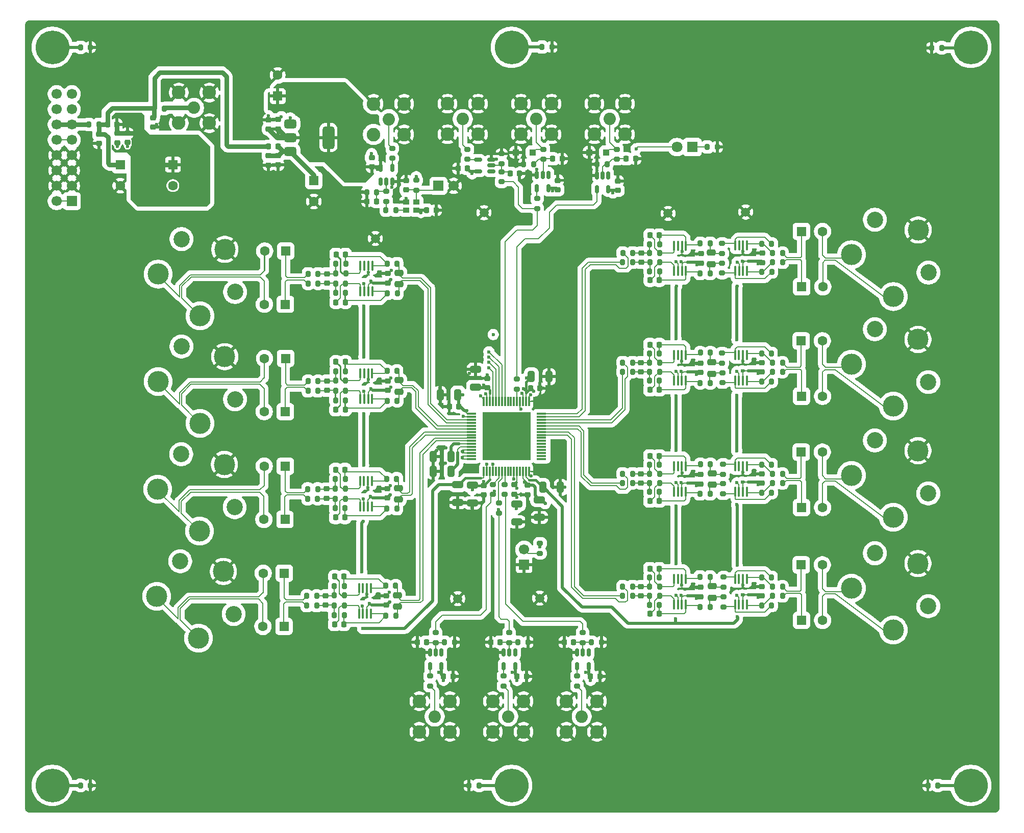
<source format=gbr>
%TF.GenerationSoftware,KiCad,Pcbnew,9.0.1*%
%TF.CreationDate,2025-06-08T13:48:48-07:00*%
%TF.ProjectId,pcm3168a_euro1,70636d33-3136-4386-915f-6575726f312e,rev?*%
%TF.SameCoordinates,Original*%
%TF.FileFunction,Copper,L1,Top*%
%TF.FilePolarity,Positive*%
%FSLAX46Y46*%
G04 Gerber Fmt 4.6, Leading zero omitted, Abs format (unit mm)*
G04 Created by KiCad (PCBNEW 9.0.1) date 2025-06-08 13:48:48*
%MOMM*%
%LPD*%
G01*
G04 APERTURE LIST*
G04 Aperture macros list*
%AMRoundRect*
0 Rectangle with rounded corners*
0 $1 Rounding radius*
0 $2 $3 $4 $5 $6 $7 $8 $9 X,Y pos of 4 corners*
0 Add a 4 corners polygon primitive as box body*
4,1,4,$2,$3,$4,$5,$6,$7,$8,$9,$2,$3,0*
0 Add four circle primitives for the rounded corners*
1,1,$1+$1,$2,$3*
1,1,$1+$1,$4,$5*
1,1,$1+$1,$6,$7*
1,1,$1+$1,$8,$9*
0 Add four rect primitives between the rounded corners*
20,1,$1+$1,$2,$3,$4,$5,0*
20,1,$1+$1,$4,$5,$6,$7,0*
20,1,$1+$1,$6,$7,$8,$9,0*
20,1,$1+$1,$8,$9,$2,$3,0*%
G04 Aperture macros list end*
%TA.AperFunction,ComponentPad*%
%ADD10R,1.600000X1.600000*%
%TD*%
%TA.AperFunction,ComponentPad*%
%ADD11C,1.600000*%
%TD*%
%TA.AperFunction,SMDPad,CuDef*%
%ADD12RoundRect,0.200000X0.200000X0.275000X-0.200000X0.275000X-0.200000X-0.275000X0.200000X-0.275000X0*%
%TD*%
%TA.AperFunction,SMDPad,CuDef*%
%ADD13RoundRect,0.200000X-0.200000X-0.275000X0.200000X-0.275000X0.200000X0.275000X-0.200000X0.275000X0*%
%TD*%
%TA.AperFunction,SMDPad,CuDef*%
%ADD14RoundRect,0.150000X-0.150000X0.512500X-0.150000X-0.512500X0.150000X-0.512500X0.150000X0.512500X0*%
%TD*%
%TA.AperFunction,SMDPad,CuDef*%
%ADD15RoundRect,0.200000X0.275000X-0.200000X0.275000X0.200000X-0.275000X0.200000X-0.275000X-0.200000X0*%
%TD*%
%TA.AperFunction,SMDPad,CuDef*%
%ADD16RoundRect,0.250000X-0.650000X0.325000X-0.650000X-0.325000X0.650000X-0.325000X0.650000X0.325000X0*%
%TD*%
%TA.AperFunction,SMDPad,CuDef*%
%ADD17RoundRect,0.225000X0.250000X-0.225000X0.250000X0.225000X-0.250000X0.225000X-0.250000X-0.225000X0*%
%TD*%
%TA.AperFunction,SMDPad,CuDef*%
%ADD18RoundRect,0.225000X-0.225000X-0.250000X0.225000X-0.250000X0.225000X0.250000X-0.225000X0.250000X0*%
%TD*%
%TA.AperFunction,ComponentPad*%
%ADD19C,3.500000*%
%TD*%
%TA.AperFunction,ComponentPad*%
%ADD20C,2.700000*%
%TD*%
%TA.AperFunction,SMDPad,CuDef*%
%ADD21RoundRect,0.225000X-0.250000X0.225000X-0.250000X-0.225000X0.250000X-0.225000X0.250000X0.225000X0*%
%TD*%
%TA.AperFunction,SMDPad,CuDef*%
%ADD22RoundRect,0.250000X-0.475000X0.250000X-0.475000X-0.250000X0.475000X-0.250000X0.475000X0.250000X0*%
%TD*%
%TA.AperFunction,SMDPad,CuDef*%
%ADD23RoundRect,0.200000X-0.275000X0.200000X-0.275000X-0.200000X0.275000X-0.200000X0.275000X0.200000X0*%
%TD*%
%TA.AperFunction,ComponentPad*%
%ADD24C,2.050000*%
%TD*%
%TA.AperFunction,ComponentPad*%
%ADD25C,2.250000*%
%TD*%
%TA.AperFunction,ComponentPad*%
%ADD26C,5.600000*%
%TD*%
%TA.AperFunction,SMDPad,CuDef*%
%ADD27RoundRect,0.225000X0.225000X0.250000X-0.225000X0.250000X-0.225000X-0.250000X0.225000X-0.250000X0*%
%TD*%
%TA.AperFunction,SMDPad,CuDef*%
%ADD28RoundRect,0.100000X0.100000X-0.712500X0.100000X0.712500X-0.100000X0.712500X-0.100000X-0.712500X0*%
%TD*%
%TA.AperFunction,SMDPad,CuDef*%
%ADD29RoundRect,0.250000X0.650000X-0.325000X0.650000X0.325000X-0.650000X0.325000X-0.650000X-0.325000X0*%
%TD*%
%TA.AperFunction,ComponentPad*%
%ADD30R,1.700000X1.700000*%
%TD*%
%TA.AperFunction,ComponentPad*%
%ADD31C,1.700000*%
%TD*%
%TA.AperFunction,SMDPad,CuDef*%
%ADD32R,1.100000X0.900000*%
%TD*%
%TA.AperFunction,ComponentPad*%
%ADD33C,1.500000*%
%TD*%
%TA.AperFunction,SMDPad,CuDef*%
%ADD34RoundRect,0.218750X-0.218750X-0.256250X0.218750X-0.256250X0.218750X0.256250X-0.218750X0.256250X0*%
%TD*%
%TA.AperFunction,SMDPad,CuDef*%
%ADD35RoundRect,0.250000X0.325000X0.650000X-0.325000X0.650000X-0.325000X-0.650000X0.325000X-0.650000X0*%
%TD*%
%TA.AperFunction,SMDPad,CuDef*%
%ADD36R,0.299999X1.649999*%
%TD*%
%TA.AperFunction,SMDPad,CuDef*%
%ADD37R,1.649999X0.299999*%
%TD*%
%TA.AperFunction,SMDPad,CuDef*%
%ADD38R,8.000000X8.000000*%
%TD*%
%TA.AperFunction,ComponentPad*%
%ADD39C,3.352800*%
%TD*%
%TA.AperFunction,SMDPad,CuDef*%
%ADD40RoundRect,0.375000X-0.625000X-0.375000X0.625000X-0.375000X0.625000X0.375000X-0.625000X0.375000X0*%
%TD*%
%TA.AperFunction,SMDPad,CuDef*%
%ADD41RoundRect,0.500000X-0.500000X-1.400000X0.500000X-1.400000X0.500000X1.400000X-0.500000X1.400000X0*%
%TD*%
%TA.AperFunction,SMDPad,CuDef*%
%ADD42RoundRect,0.250000X-0.325000X-0.650000X0.325000X-0.650000X0.325000X0.650000X-0.325000X0.650000X0*%
%TD*%
%TA.AperFunction,SMDPad,CuDef*%
%ADD43RoundRect,0.150000X0.512500X0.150000X-0.512500X0.150000X-0.512500X-0.150000X0.512500X-0.150000X0*%
%TD*%
%TA.AperFunction,SMDPad,CuDef*%
%ADD44RoundRect,0.150000X0.150000X-0.512500X0.150000X0.512500X-0.150000X0.512500X-0.150000X-0.512500X0*%
%TD*%
%TA.AperFunction,SMDPad,CuDef*%
%ADD45RoundRect,0.250000X0.300000X0.300000X-0.300000X0.300000X-0.300000X-0.300000X0.300000X-0.300000X0*%
%TD*%
%TA.AperFunction,ComponentPad*%
%ADD46R,1.800000X1.800000*%
%TD*%
%TA.AperFunction,ComponentPad*%
%ADD47C,1.800000*%
%TD*%
%TA.AperFunction,ViaPad*%
%ADD48C,0.600000*%
%TD*%
%TA.AperFunction,Conductor*%
%ADD49C,0.177800*%
%TD*%
%TA.AperFunction,Conductor*%
%ADD50C,0.508000*%
%TD*%
%TA.AperFunction,Conductor*%
%ADD51C,0.762000*%
%TD*%
%TA.AperFunction,Conductor*%
%ADD52C,0.381000*%
%TD*%
%TA.AperFunction,Conductor*%
%ADD53C,0.200000*%
%TD*%
G04 APERTURE END LIST*
D10*
%TO.P,C80,1*%
%TO.N,Net-(C80-Pad1)*%
X129792400Y-158939501D03*
D11*
%TO.P,C80,2*%
%TO.N,Net-(J22-Pin_4)*%
X126292400Y-158939501D03*
%TD*%
D10*
%TO.P,C119,1*%
%TO.N,Net-(C119-Pad1)*%
X215633300Y-166763700D03*
D11*
%TO.P,C119,2*%
%TO.N,Net-(J27-Pin_3)*%
X219133300Y-166763700D03*
%TD*%
D12*
%TO.P,R6,1*%
%TO.N,Net-(H4-Pad1)*%
X238899200Y-71729600D03*
%TO.P,R6,2*%
%TO.N,GND*%
X237249200Y-71729600D03*
%TD*%
%TO.P,R69,1*%
%TO.N,Net-(C77-Pad2)*%
X139894600Y-148145999D03*
%TO.P,R69,2*%
%TO.N,Net-(C75-Pad2)*%
X138244600Y-148145999D03*
%TD*%
D13*
%TO.P,R81,1*%
%TO.N,Net-(C84-Pad2)*%
X146651000Y-165975300D03*
%TO.P,R81,2*%
%TO.N,/VIN4+*%
X148301000Y-165975300D03*
%TD*%
D14*
%TO.P,U8,1,NC*%
%TO.N,unconnected-(U8-NC-Pad1)*%
X168094700Y-172128600D03*
%TO.P,U8,2*%
%TO.N,Net-(C29-Pad1)*%
X167144700Y-172128600D03*
%TO.P,U8,3,GND*%
%TO.N,GND*%
X166194700Y-172128600D03*
%TO.P,U8,4*%
%TO.N,Net-(R41-Pad1)*%
X166194700Y-174403600D03*
%TO.P,U8,5,VCC*%
%TO.N,VDD*%
X168094700Y-174403600D03*
%TD*%
D15*
%TO.P,R106,1*%
%TO.N,Net-(R106-Pad1)*%
X202514200Y-127317000D03*
%TO.P,R106,2*%
%TO.N,Net-(C100-Pad2)*%
X202514200Y-125667000D03*
%TD*%
D12*
%TO.P,R8,1*%
%TO.N,Net-(H6-Pad1)*%
X238238800Y-194183000D03*
%TO.P,R8,2*%
%TO.N,GND*%
X236588800Y-194183000D03*
%TD*%
%TO.P,R51,1*%
%TO.N,Net-(C39-Pad2)*%
X139950600Y-130251699D03*
%TO.P,R51,2*%
%TO.N,Net-(C37-Pad2)*%
X138300600Y-130251699D03*
%TD*%
D16*
%TO.P,C7,1*%
%TO.N,+5V*%
X172132600Y-146744198D03*
%TO.P,C7,2*%
%TO.N,GND*%
X172132600Y-149694198D03*
%TD*%
D13*
%TO.P,R23,1*%
%TO.N,GND*%
X181694100Y-91099700D03*
%TO.P,R23,2*%
%TO.N,Net-(C17-Pad1)*%
X183344100Y-91099700D03*
%TD*%
D10*
%TO.P,C46,1*%
%TO.N,Net-(U12-VI)*%
X134696700Y-93752900D03*
D11*
%TO.P,C46,2*%
%TO.N,GND*%
X134696700Y-97252900D03*
%TD*%
D17*
%TO.P,C92,1*%
%TO.N,+5V*%
X198931300Y-107479200D03*
%TO.P,C92,2*%
%TO.N,GND*%
X198931300Y-105929200D03*
%TD*%
D18*
%TO.P,C77,1*%
%TO.N,Net-(C77-Pad1)*%
X138294800Y-149695399D03*
%TO.P,C77,2*%
%TO.N,Net-(C77-Pad2)*%
X139844800Y-149695399D03*
%TD*%
D19*
%TO.P,J21,1,Pin_1*%
%TO.N,GND*%
X119855000Y-140907000D03*
D20*
%TO.P,J21,2,Pin_2*%
%TO.N,unconnected-(J21-Pin_2-Pad2)*%
X121565000Y-147977000D03*
D19*
%TO.P,J21,3,Pin_3*%
%TO.N,Net-(J21-Pin_3)*%
X115745000Y-151957000D03*
%TO.P,J21,4,Pin_4*%
%TO.N,Net-(J21-Pin_4)*%
X108805000Y-145017000D03*
D20*
%TO.P,J21,5,Pin_5*%
%TO.N,unconnected-(J21-Pin_5-Pad5)*%
X112685000Y-139197000D03*
%TD*%
D17*
%TO.P,C4,1*%
%TO.N,GND*%
X167941600Y-145808598D03*
%TO.P,C4,2*%
%TO.N,VDD*%
X167941600Y-144258598D03*
%TD*%
D10*
%TO.P,C102,1*%
%TO.N,Net-(C102-Pad1)*%
X215582500Y-120383300D03*
D11*
%TO.P,C102,2*%
%TO.N,Net-(J25-Pin_4)*%
X219082500Y-120383300D03*
%TD*%
D13*
%TO.P,R36,1*%
%TO.N,GND*%
X143467100Y-95697100D03*
%TO.P,R36,2*%
%TO.N,Net-(C26-Pad1)*%
X145117100Y-95697100D03*
%TD*%
D21*
%TO.P,C82,1*%
%TO.N,Net-(C82-Pad1)*%
X136630200Y-162711100D03*
%TO.P,C82,2*%
%TO.N,Net-(C82-Pad2)*%
X136630200Y-164261100D03*
%TD*%
D12*
%TO.P,R77,1*%
%TO.N,Net-(C84-Pad2)*%
X139728000Y-165899100D03*
%TO.P,R77,2*%
%TO.N,Net-(C82-Pad2)*%
X138078000Y-165899100D03*
%TD*%
D22*
%TO.P,C93,1*%
%TO.N,Net-(C93-Pad1)*%
X200685400Y-105741200D03*
%TO.P,C93,2*%
%TO.N,Net-(C93-Pad2)*%
X200685400Y-107641200D03*
%TD*%
D23*
%TO.P,R105,1*%
%TO.N,Net-(R105-Pad1)*%
X202463400Y-122415800D03*
%TO.P,R105,2*%
%TO.N,Net-(C100-Pad1)*%
X202463400Y-124065800D03*
%TD*%
D12*
%TO.P,R100,1*%
%TO.N,Net-(C98-Pad2)*%
X192046900Y-126998500D03*
%TO.P,R100,2*%
%TO.N,Net-(C96-Pad2)*%
X190396900Y-126998500D03*
%TD*%
D10*
%TO.P,C74,1*%
%TO.N,Net-(C74-Pad1)*%
X129908200Y-150025599D03*
D11*
%TO.P,C74,2*%
%TO.N,Net-(J21-Pin_3)*%
X126408200Y-150025599D03*
%TD*%
D24*
%TO.P,J9,1,In*%
%TO.N,Net-(D1-K)*%
X183801300Y-83555900D03*
D25*
%TO.P,J9,2,Ext*%
%TO.N,GND*%
X186341300Y-81015900D03*
X181261300Y-81015900D03*
X186341300Y-86095900D03*
X181261300Y-86095900D03*
%TD*%
D26*
%TO.P,H6,1,1*%
%TO.N,Net-(H6-Pad1)*%
X243700300Y-194171100D03*
%TD*%
D12*
%TO.P,R38,1*%
%TO.N,Net-(Y1-OUT)*%
X148316500Y-98694300D03*
%TO.P,R38,2*%
%TO.N,Net-(R35-Pad1)*%
X146666500Y-98694300D03*
%TD*%
%TO.P,R82,1*%
%TO.N,Net-(C89-Pad1)*%
X187615100Y-105802200D03*
%TO.P,R82,2*%
%TO.N,/VOUT1+*%
X185965100Y-105802200D03*
%TD*%
%TO.P,R66,1*%
%TO.N,Net-(C75-Pad1)*%
X135335800Y-144971000D03*
%TO.P,R66,2*%
%TO.N,Net-(C73-Pad1)*%
X133685800Y-144971000D03*
%TD*%
D27*
%TO.P,C90,1*%
%TO.N,Net-(C90-Pad1)*%
X192023100Y-102830400D03*
%TO.P,C90,2*%
%TO.N,Net-(C90-Pad2)*%
X190473100Y-102830400D03*
%TD*%
D28*
%TO.P,U20,1,-*%
%TO.N,Net-(C106-Pad1)*%
X194465300Y-145443200D03*
%TO.P,U20,2,VCM*%
%TO.N,VCOMDA*%
X195115300Y-145443200D03*
%TO.P,U20,3,V+*%
%TO.N,+5V*%
X195765300Y-145443200D03*
%TO.P,U20,4,+*%
%TO.N,Net-(C106-Pad2)*%
X196415300Y-145443200D03*
%TO.P,U20,5,-*%
%TO.N,Net-(C105-Pad1)*%
X196415300Y-141218200D03*
%TO.P,U20,6,V-*%
%TO.N,GND*%
X195765300Y-141218200D03*
%TO.P,U20,7,NC*%
%TO.N,unconnected-(U20-NC-Pad7)*%
X195115300Y-141218200D03*
%TO.P,U20,8,+*%
%TO.N,Net-(C105-Pad2)*%
X194465300Y-141218200D03*
%TD*%
D12*
%TO.P,R70,1*%
%TO.N,Net-(C76-Pad2)*%
X139920000Y-144894800D03*
%TO.P,R70,2*%
%TO.N,Net-(C75-Pad1)*%
X138270000Y-144894800D03*
%TD*%
D27*
%TO.P,C23,1*%
%TO.N,Net-(C23-Pad1)*%
X153402300Y-170390400D03*
%TO.P,C23,2*%
%TO.N,GND*%
X151852300Y-170390400D03*
%TD*%
D12*
%TO.P,R101,1*%
%TO.N,Net-(C97-Pad2)*%
X192060100Y-124001300D03*
%TO.P,R101,2*%
%TO.N,Net-(C96-Pad1)*%
X190410100Y-124001300D03*
%TD*%
D28*
%TO.P,U17,1,-*%
%TO.N,Net-(R92-Pad2)*%
X204611100Y-108767100D03*
%TO.P,U17,2,VCM*%
%TO.N,VCOMDA*%
X205261100Y-108767100D03*
%TO.P,U17,3,V+*%
%TO.N,+5V*%
X205911100Y-108767100D03*
%TO.P,U17,4,+*%
%TO.N,Net-(R92-Pad1)*%
X206561100Y-108767100D03*
%TO.P,U17,5,-*%
%TO.N,Net-(R91-Pad2)*%
X206561100Y-104542100D03*
%TO.P,U17,6,V-*%
%TO.N,GND*%
X205911100Y-104542100D03*
%TO.P,U17,7,NC*%
%TO.N,unconnected-(U17-NC-Pad7)*%
X205261100Y-104542100D03*
%TO.P,U17,8,+*%
%TO.N,Net-(R91-Pad1)*%
X204611100Y-104542100D03*
%TD*%
D12*
%TO.P,R111,1*%
%TO.N,Net-(C104-Pad1)*%
X187589700Y-142441700D03*
%TO.P,R111,2*%
%TO.N,/VOUT3+*%
X185939700Y-142441700D03*
%TD*%
D23*
%TO.P,R33,1*%
%TO.N,Net-(R33-Pad1)*%
X153985900Y-176030200D03*
%TO.P,R33,2*%
%TO.N,Net-(J12-In)*%
X153985900Y-177680200D03*
%TD*%
D13*
%TO.P,R108,1*%
%TO.N,Net-(R108-Pad1)*%
X209015100Y-127114300D03*
%TO.P,R108,2*%
%TO.N,Net-(R106-Pad1)*%
X210665100Y-127114300D03*
%TD*%
D10*
%TO.P,C73,1*%
%TO.N,Net-(C73-Pad1)*%
X129959000Y-141186400D03*
D11*
%TO.P,C73,2*%
%TO.N,Net-(J21-Pin_4)*%
X126459000Y-141186400D03*
%TD*%
D14*
%TO.P,U5,1,NC*%
%TO.N,unconnected-(U5-NC-Pad1)*%
X155890900Y-172128600D03*
%TO.P,U5,2*%
%TO.N,Net-(C23-Pad1)*%
X154940900Y-172128600D03*
%TO.P,U5,3,GND*%
%TO.N,GND*%
X153990900Y-172128600D03*
%TO.P,U5,4*%
%TO.N,Net-(R33-Pad1)*%
X153990900Y-174403600D03*
%TO.P,U5,5,VCC*%
%TO.N,VDD*%
X155890900Y-174403600D03*
%TD*%
D12*
%TO.P,R124,1*%
%TO.N,Net-(C111-Pad1)*%
X212457300Y-143979900D03*
%TO.P,R124,2*%
%TO.N,Net-(R122-Pad1)*%
X210807300Y-143979900D03*
%TD*%
D13*
%TO.P,R2,1*%
%TO.N,Net-(C68-Pad1)*%
X138342000Y-107607600D03*
%TO.P,R2,2*%
%TO.N,Net-(C32-Pad1)*%
X139992000Y-107607600D03*
%TD*%
D15*
%TO.P,R90,1*%
%TO.N,/lrck_master/IN*%
X164376000Y-145884400D03*
%TO.P,R90,2*%
%TO.N,Net-(U1-LRCKAD)*%
X164376000Y-144234400D03*
%TD*%
D13*
%TO.P,R104,1*%
%TO.N,Net-(C98-Pad2)*%
X198819000Y-127355600D03*
%TO.P,R104,2*%
%TO.N,Net-(C100-Pad2)*%
X200469000Y-127355600D03*
%TD*%
D12*
%TO.P,R128,1*%
%TO.N,Net-(C114-Pad2)*%
X192046900Y-164184100D03*
%TO.P,R128,2*%
%TO.N,Net-(C112-Pad2)*%
X190396900Y-164184100D03*
%TD*%
D18*
%TO.P,C84,1*%
%TO.N,Net-(C84-Pad1)*%
X138128200Y-167448500D03*
%TO.P,C84,2*%
%TO.N,Net-(C84-Pad2)*%
X139678200Y-167448500D03*
%TD*%
D12*
%TO.P,R48,1*%
%TO.N,Net-(C37-Pad1)*%
X135391800Y-127076700D03*
%TO.P,R48,2*%
%TO.N,Net-(C35-Pad1)*%
X133741800Y-127076700D03*
%TD*%
D15*
%TO.P,R134,1*%
%TO.N,Net-(R134-Pad1)*%
X202717400Y-164553400D03*
%TO.P,R134,2*%
%TO.N,Net-(C116-Pad2)*%
X202717400Y-162903400D03*
%TD*%
D10*
%TO.P,C42,1*%
%TO.N,Net-(C42-Pad1)*%
X102577900Y-91123500D03*
D11*
%TO.P,C42,2*%
%TO.N,GND*%
X102577900Y-94623500D03*
%TD*%
D13*
%TO.P,R76,1*%
%TO.N,Net-(C82-Pad1)*%
X138104400Y-161073101D03*
%TO.P,R76,2*%
%TO.N,Net-(C83-Pad1)*%
X139754400Y-161073101D03*
%TD*%
D19*
%TO.P,J26,1,Pin_1*%
%TO.N,GND*%
X234957900Y-138619500D03*
D20*
%TO.P,J26,2,Pin_2*%
%TO.N,unconnected-(J26-Pin_2-Pad2)*%
X236667900Y-145689500D03*
D19*
%TO.P,J26,3,Pin_3*%
%TO.N,Net-(J26-Pin_3)*%
X230847900Y-149669500D03*
%TO.P,J26,4,Pin_4*%
%TO.N,Net-(J26-Pin_4)*%
X223907900Y-142729500D03*
D20*
%TO.P,J26,5,Pin_5*%
%TO.N,unconnected-(J26-Pin_5-Pad5)*%
X227787900Y-136909500D03*
%TD*%
D18*
%TO.P,C98,1*%
%TO.N,Net-(C98-Pad1)*%
X190447700Y-128497100D03*
%TO.P,C98,2*%
%TO.N,Net-(C98-Pad2)*%
X191997700Y-128497100D03*
%TD*%
D13*
%TO.P,R118,1*%
%TO.N,Net-(C106-Pad2)*%
X198793600Y-145796000D03*
%TO.P,R118,2*%
%TO.N,Net-(C108-Pad2)*%
X200443600Y-145796000D03*
%TD*%
D12*
%TO.P,R114,1*%
%TO.N,Net-(C106-Pad2)*%
X192046900Y-145464300D03*
%TO.P,R114,2*%
%TO.N,Net-(C104-Pad2)*%
X190396900Y-145464300D03*
%TD*%
D26*
%TO.P,H1,1,1*%
%TO.N,Net-(H1-Pad1)*%
X91300300Y-71667100D03*
%TD*%
D13*
%TO.P,R29,1*%
%TO.N,GND*%
X169502100Y-91099700D03*
%TO.P,R29,2*%
%TO.N,Net-(C21-Pad1)*%
X171152100Y-91099700D03*
%TD*%
%TO.P,R59,1*%
%TO.N,Net-(C67-Pad1)*%
X133743600Y-110858799D03*
%TO.P,R59,2*%
%TO.N,Net-(C68-Pad2)*%
X135393600Y-110858799D03*
%TD*%
D29*
%TO.P,C1,1*%
%TO.N,VDD*%
X161515400Y-128056998D03*
%TO.P,C1,2*%
%TO.N,GND*%
X161515400Y-125106998D03*
%TD*%
D23*
%TO.P,R30,1*%
%TO.N,Net-(R30-Pad1)*%
X171761700Y-96764900D03*
%TO.P,R30,2*%
%TO.N,/clk_in/OUT*%
X171761700Y-98414900D03*
%TD*%
D13*
%TO.P,R99,1*%
%TO.N,Net-(C96-Pad1)*%
X190396900Y-122502700D03*
%TO.P,R99,2*%
%TO.N,Net-(C97-Pad1)*%
X192046900Y-122502700D03*
%TD*%
D27*
%TO.P,C19,1*%
%TO.N,Net-(C19-Pad1)*%
X177798100Y-170390400D03*
%TO.P,C19,2*%
%TO.N,GND*%
X176248100Y-170390400D03*
%TD*%
%TO.P,C5,1*%
%TO.N,GND*%
X172184000Y-128281998D03*
%TO.P,C5,2*%
%TO.N,+5V*%
X170634000Y-128281998D03*
%TD*%
D21*
%TO.P,C44,1*%
%TO.N,Net-(C42-Pad1)*%
X108038900Y-83351100D03*
%TO.P,C44,2*%
%TO.N,GND*%
X108038900Y-84901100D03*
%TD*%
D30*
%TO.P,J8,1,Pin_1*%
%TO.N,GND*%
X169595800Y-157561200D03*
D31*
%TO.P,J8,2,Pin_2*%
%TO.N,Net-(J8-Pin_2)*%
X169595800Y-155021200D03*
%TD*%
D23*
%TO.P,R24,1*%
%TO.N,Net-(R24-Pad1)*%
X168389200Y-126721600D03*
%TO.P,R24,2*%
%TO.N,/din1/OUT*%
X168389200Y-128371600D03*
%TD*%
D24*
%TO.P,J10,1,In*%
%TO.N,Net-(J10-In)*%
X179149100Y-182733500D03*
D25*
%TO.P,J10,2,Ext*%
%TO.N,GND*%
X176609100Y-185273500D03*
X181689100Y-185273500D03*
X176609100Y-180193500D03*
X181689100Y-180193500D03*
%TD*%
D28*
%TO.P,U22,1,-*%
%TO.N,Net-(C114-Pad1)*%
X194465300Y-164163000D03*
%TO.P,U22,2,VCM*%
%TO.N,VCOMDA*%
X195115300Y-164163000D03*
%TO.P,U22,3,V+*%
%TO.N,+5V*%
X195765300Y-164163000D03*
%TO.P,U22,4,+*%
%TO.N,Net-(C114-Pad2)*%
X196415300Y-164163000D03*
%TO.P,U22,5,-*%
%TO.N,Net-(C113-Pad1)*%
X196415300Y-159938000D03*
%TO.P,U22,6,V-*%
%TO.N,GND*%
X195765300Y-159938000D03*
%TO.P,U22,7,NC*%
%TO.N,unconnected-(U22-NC-Pad7)*%
X195115300Y-159938000D03*
%TO.P,U22,8,+*%
%TO.N,Net-(C113-Pad2)*%
X194465300Y-159938000D03*
%TD*%
D12*
%TO.P,R115,1*%
%TO.N,Net-(C105-Pad2)*%
X192060100Y-142467100D03*
%TO.P,R115,2*%
%TO.N,Net-(C104-Pad1)*%
X190410100Y-142467100D03*
%TD*%
D15*
%TO.P,R35,1*%
%TO.N,Net-(R35-Pad1)*%
X146742700Y-97220100D03*
%TO.P,R35,2*%
%TO.N,Net-(C26-Pad1)*%
X146742700Y-95570100D03*
%TD*%
D32*
%TO.P,Y1,1,~{ST}*%
%TO.N,Net-(J16-Pin_1)*%
X151693900Y-97373500D03*
%TO.P,Y1,2,GND*%
%TO.N,GND*%
X149993900Y-97373500D03*
%TO.P,Y1,3,OUT*%
%TO.N,Net-(Y1-OUT)*%
X149993900Y-98673500D03*
%TO.P,Y1,4,Vcc*%
%TO.N,VDD*%
X151693900Y-98673500D03*
%TD*%
D15*
%TO.P,R94,1*%
%TO.N,Net-(R92-Pad2)*%
X202463400Y-109130600D03*
%TO.P,R94,2*%
%TO.N,Net-(C93-Pad2)*%
X202463400Y-107480600D03*
%TD*%
D24*
%TO.P,J11,1,In*%
%TO.N,Net-(D2-K)*%
X171609300Y-83555900D03*
D25*
%TO.P,J11,2,Ext*%
%TO.N,GND*%
X174149300Y-81015900D03*
X169069300Y-81015900D03*
X174149300Y-86095900D03*
X169069300Y-86095900D03*
%TD*%
D22*
%TO.P,C86,1*%
%TO.N,/VIN4-*%
X148568200Y-162573900D03*
%TO.P,C86,2*%
%TO.N,/VIN4+*%
X148568200Y-164473900D03*
%TD*%
D33*
%TO.P,TP4,1,1*%
%TO.N,GND*%
X162941000Y-99110800D03*
%TD*%
D12*
%TO.P,R109,1*%
%TO.N,Net-(C102-Pad1)*%
X212456300Y-124015500D03*
%TO.P,R109,2*%
%TO.N,Net-(R107-Pad2)*%
X210806300Y-124015500D03*
%TD*%
D27*
%TO.P,C29,1*%
%TO.N,Net-(C29-Pad1)*%
X165606100Y-170390400D03*
%TO.P,C29,2*%
%TO.N,GND*%
X164056100Y-170390400D03*
%TD*%
D18*
%TO.P,C17,1*%
%TO.N,Net-(C17-Pad1)*%
X186543900Y-90159900D03*
%TO.P,C17,2*%
%TO.N,GND*%
X188093900Y-90159900D03*
%TD*%
D12*
%TO.P,R125,1*%
%TO.N,Net-(C112-Pad1)*%
X187589700Y-161161500D03*
%TO.P,R125,2*%
%TO.N,/VOUT4+*%
X185939700Y-161161500D03*
%TD*%
D18*
%TO.P,C114,1*%
%TO.N,Net-(C114-Pad1)*%
X190447700Y-165682700D03*
%TO.P,C114,2*%
%TO.N,Net-(C114-Pad2)*%
X191997700Y-165682700D03*
%TD*%
D17*
%TO.P,C85,1*%
%TO.N,+5V*%
X146714000Y-164223300D03*
%TO.P,C85,2*%
%TO.N,GND*%
X146714000Y-162673300D03*
%TD*%
D12*
%TO.P,R137,1*%
%TO.N,Net-(C118-Pad1)*%
X212456300Y-161201100D03*
%TO.P,R137,2*%
%TO.N,Net-(R135-Pad2)*%
X210806300Y-161201100D03*
%TD*%
D34*
%TO.P,L1,1*%
%TO.N,Net-(C42-Pad1)*%
X100444100Y-84443300D03*
%TO.P,L1,2*%
%TO.N,+5V*%
X102019100Y-84443300D03*
%TD*%
D13*
%TO.P,R3,1*%
%TO.N,Net-(H1-Pad1)*%
X95974400Y-71653400D03*
%TO.P,R3,2*%
%TO.N,GND*%
X97624400Y-71653400D03*
%TD*%
D23*
%TO.P,R22,1*%
%TO.N,Net-(D1-K)*%
X184995100Y-88586100D03*
%TO.P,R22,2*%
%TO.N,Net-(C17-Pad1)*%
X184995100Y-90236100D03*
%TD*%
D18*
%TO.P,C39,1*%
%TO.N,Net-(C39-Pad1)*%
X138350800Y-131801099D03*
%TO.P,C39,2*%
%TO.N,Net-(C39-Pad2)*%
X139900800Y-131801099D03*
%TD*%
D19*
%TO.P,J24,1,Pin_1*%
%TO.N,GND*%
X234983300Y-101980000D03*
D20*
%TO.P,J24,2,Pin_2*%
%TO.N,unconnected-(J24-Pin_2-Pad2)*%
X236693300Y-109050000D03*
D19*
%TO.P,J24,3,Pin_3*%
%TO.N,Net-(J24-Pin_3)*%
X230873300Y-113030000D03*
%TO.P,J24,4,Pin_4*%
%TO.N,Net-(J24-Pin_4)*%
X223933300Y-106090000D03*
D20*
%TO.P,J24,5,Pin_5*%
%TO.N,unconnected-(J24-Pin_5-Pad5)*%
X227813300Y-100270000D03*
%TD*%
D19*
%TO.P,J22,1,Pin_1*%
%TO.N,GND*%
X119688400Y-158660101D03*
D20*
%TO.P,J22,2,Pin_2*%
%TO.N,unconnected-(J22-Pin_2-Pad2)*%
X121398400Y-165730101D03*
D19*
%TO.P,J22,3,Pin_3*%
%TO.N,Net-(J22-Pin_3)*%
X115578400Y-169710101D03*
%TO.P,J22,4,Pin_4*%
%TO.N,Net-(J22-Pin_4)*%
X108638400Y-162770101D03*
D20*
%TO.P,J22,5,Pin_5*%
%TO.N,unconnected-(J22-Pin_5-Pad5)*%
X112518400Y-156950101D03*
%TD*%
D17*
%TO.P,C78,1*%
%TO.N,+5V*%
X146880600Y-146470199D03*
%TO.P,C78,2*%
%TO.N,GND*%
X146880600Y-144920199D03*
%TD*%
D26*
%TO.P,H5,1,1*%
%TO.N,Net-(H5-Pad1)*%
X167500300Y-194171100D03*
%TD*%
D12*
%TO.P,R87,1*%
%TO.N,Net-(C91-Pad1)*%
X192097700Y-107326200D03*
%TO.P,R87,2*%
%TO.N,Net-(C89-Pad2)*%
X190447700Y-107326200D03*
%TD*%
D13*
%TO.P,R65,1*%
%TO.N,Net-(C70-Pad2)*%
X146888600Y-112509799D03*
%TO.P,R65,2*%
%TO.N,/VIN1+*%
X148538600Y-112509799D03*
%TD*%
D27*
%TO.P,C32,1*%
%TO.N,Net-(C32-Pad1)*%
X139928800Y-106032800D03*
%TO.P,C32,2*%
%TO.N,Net-(C32-Pad2)*%
X138378800Y-106032800D03*
%TD*%
D33*
%TO.P,TP3,1,1*%
%TO.N,GND*%
X193471800Y-99237800D03*
%TD*%
D10*
%TO.P,C87,1*%
%TO.N,Net-(C87-Pad1)*%
X215607900Y-102209600D03*
D11*
%TO.P,C87,2*%
%TO.N,Net-(J24-Pin_4)*%
X219107900Y-102209600D03*
%TD*%
D24*
%TO.P,J19,1,In*%
%TO.N,Net-(J19-In)*%
X114820700Y-81700100D03*
D25*
%TO.P,J19,2,Ext*%
%TO.N,GND*%
X112280700Y-79160100D03*
X112280700Y-84240100D03*
X117360700Y-79160100D03*
X117360700Y-84240100D03*
%TD*%
D13*
%TO.P,R92,1*%
%TO.N,Net-(R92-Pad1)*%
X209040500Y-108940600D03*
%TO.P,R92,2*%
%TO.N,Net-(R92-Pad2)*%
X210690500Y-108940600D03*
%TD*%
D18*
%TO.P,C10,1*%
%TO.N,GND*%
X157171400Y-131279198D03*
%TO.P,C10,2*%
%TO.N,+5V*%
X158721400Y-131279198D03*
%TD*%
D12*
%TO.P,R52,1*%
%TO.N,Net-(C38-Pad2)*%
X139976000Y-127000500D03*
%TO.P,R52,2*%
%TO.N,Net-(C37-Pad1)*%
X138326000Y-127000500D03*
%TD*%
D28*
%TO.P,U18,1,-*%
%TO.N,Net-(C98-Pad1)*%
X194465300Y-126977400D03*
%TO.P,U18,2,VCM*%
%TO.N,VCOMDA*%
X195115300Y-126977400D03*
%TO.P,U18,3,V+*%
%TO.N,+5V*%
X195765300Y-126977400D03*
%TO.P,U18,4,+*%
%TO.N,Net-(C98-Pad2)*%
X196415300Y-126977400D03*
%TO.P,U18,5,-*%
%TO.N,Net-(C97-Pad1)*%
X196415300Y-122752400D03*
%TO.P,U18,6,V-*%
%TO.N,GND*%
X195765300Y-122752400D03*
%TO.P,U18,7,NC*%
%TO.N,unconnected-(U18-NC-Pad7)*%
X195115300Y-122752400D03*
%TO.P,U18,8,+*%
%TO.N,Net-(C97-Pad2)*%
X194465300Y-122752400D03*
%TD*%
D18*
%TO.P,C24,1*%
%TO.N,VDD*%
X156220500Y-176080000D03*
%TO.P,C24,2*%
%TO.N,GND*%
X157770500Y-176080000D03*
%TD*%
D27*
%TO.P,C113,1*%
%TO.N,Net-(C113-Pad1)*%
X191997700Y-158189700D03*
%TO.P,C113,2*%
%TO.N,Net-(C113-Pad2)*%
X190447700Y-158189700D03*
%TD*%
D13*
%TO.P,R73,1*%
%TO.N,Net-(C77-Pad2)*%
X146817600Y-148222199D03*
%TO.P,R73,2*%
%TO.N,/VIN3+*%
X148467600Y-148222199D03*
%TD*%
D23*
%TO.P,R119,1*%
%TO.N,Net-(R119-Pad1)*%
X202615800Y-140881600D03*
%TO.P,R119,2*%
%TO.N,Net-(C108-Pad1)*%
X202615800Y-142531600D03*
%TD*%
D12*
%TO.P,R116,1*%
%TO.N,Net-(C106-Pad1)*%
X192072300Y-143965700D03*
%TO.P,R116,2*%
%TO.N,Net-(C104-Pad2)*%
X190422300Y-143965700D03*
%TD*%
D16*
%TO.P,C2,1*%
%TO.N,VDD*%
X168373400Y-147458998D03*
%TO.P,C2,2*%
%TO.N,GND*%
X168373400Y-150408998D03*
%TD*%
D35*
%TO.P,C15,1*%
%TO.N,Net-(U1-VREFAD2)*%
X157481800Y-142011400D03*
%TO.P,C15,2*%
%TO.N,GND*%
X154531800Y-142011400D03*
%TD*%
D23*
%TO.P,R31,1*%
%TO.N,/lrck_master/IN*%
X154900300Y-168816600D03*
%TO.P,R31,2*%
%TO.N,Net-(C23-Pad1)*%
X154900300Y-170466600D03*
%TD*%
D12*
%TO.P,R95,1*%
%TO.N,Net-(C87-Pad1)*%
X212481700Y-105841800D03*
%TO.P,R95,2*%
%TO.N,Net-(R91-Pad2)*%
X210831700Y-105841800D03*
%TD*%
D13*
%TO.P,R126,1*%
%TO.N,/VOUT4-*%
X185927500Y-162685500D03*
%TO.P,R126,2*%
%TO.N,Net-(C112-Pad2)*%
X187577500Y-162685500D03*
%TD*%
D15*
%TO.P,R44,1*%
%TO.N,Net-(R44-Pad1)*%
X160184700Y-90259200D03*
%TO.P,R44,2*%
%TO.N,Net-(J15-In)*%
X160184700Y-88609200D03*
%TD*%
D21*
%TO.P,C49,1*%
%TO.N,+5V*%
X102120700Y-85941300D03*
%TO.P,C49,2*%
%TO.N,GND*%
X102120700Y-87491300D03*
%TD*%
D23*
%TO.P,R133,1*%
%TO.N,Net-(R133-Pad1)*%
X202692000Y-159601400D03*
%TO.P,R133,2*%
%TO.N,Net-(C116-Pad1)*%
X202692000Y-161251400D03*
%TD*%
D12*
%TO.P,R138,1*%
%TO.N,Net-(C119-Pad1)*%
X212457300Y-162699700D03*
%TO.P,R138,2*%
%TO.N,Net-(R136-Pad1)*%
X210807300Y-162699700D03*
%TD*%
D17*
%TO.P,C22,1*%
%TO.N,VDD*%
X175190700Y-95291300D03*
%TO.P,C22,2*%
%TO.N,GND*%
X175190700Y-93741300D03*
%TD*%
%TO.P,C115,1*%
%TO.N,+5V*%
X198905900Y-162838500D03*
%TO.P,C115,2*%
%TO.N,GND*%
X198905900Y-161288500D03*
%TD*%
D12*
%TO.P,R61,1*%
%TO.N,Net-(C70-Pad2)*%
X139965600Y-112433599D03*
%TO.P,R61,2*%
%TO.N,Net-(C68-Pad2)*%
X138315600Y-112433599D03*
%TD*%
D19*
%TO.P,J25,1,Pin_1*%
%TO.N,GND*%
X234957900Y-120153700D03*
D20*
%TO.P,J25,2,Pin_2*%
%TO.N,unconnected-(J25-Pin_2-Pad2)*%
X236667900Y-127223700D03*
D19*
%TO.P,J25,3,Pin_3*%
%TO.N,Net-(J25-Pin_3)*%
X230847900Y-131203700D03*
%TO.P,J25,4,Pin_4*%
%TO.N,Net-(J25-Pin_4)*%
X223907900Y-124263700D03*
D20*
%TO.P,J25,5,Pin_5*%
%TO.N,unconnected-(J25-Pin_5-Pad5)*%
X227787900Y-118443700D03*
%TD*%
D17*
%TO.P,C40,1*%
%TO.N,+5V*%
X146936600Y-128575899D03*
%TO.P,C40,2*%
%TO.N,GND*%
X146936600Y-127025899D03*
%TD*%
%TO.P,C18,1*%
%TO.N,VDD*%
X185152200Y-95385800D03*
%TO.P,C18,2*%
%TO.N,GND*%
X185152200Y-93835800D03*
%TD*%
D21*
%TO.P,C47,1*%
%TO.N,+5V*%
X103771700Y-85915900D03*
%TO.P,C47,2*%
%TO.N,GND*%
X103771700Y-87465900D03*
%TD*%
D24*
%TO.P,J14,1,In*%
%TO.N,Net-(J14-In)*%
X166957100Y-182733500D03*
D25*
%TO.P,J14,2,Ext*%
%TO.N,GND*%
X164417100Y-185273500D03*
X169497100Y-185273500D03*
X164417100Y-180193500D03*
X169497100Y-180193500D03*
%TD*%
D27*
%TO.P,C38,1*%
%TO.N,Net-(C38-Pad1)*%
X139913800Y-123850900D03*
%TO.P,C38,2*%
%TO.N,Net-(C38-Pad2)*%
X138363800Y-123850900D03*
%TD*%
D33*
%TO.P,TP2,1,1*%
%TO.N,GND*%
X206349600Y-99009200D03*
%TD*%
D36*
%TO.P,U1,1,VCOMAD*%
%TO.N,VCOMAD*%
X162906201Y-142064199D03*
%TO.P,U1,2,AGNDAD2*%
%TO.N,GND*%
X163406202Y-142064199D03*
%TO.P,U1,3,VCCAD2*%
%TO.N,+5V*%
X163906201Y-142064199D03*
%TO.P,U1,4,RST_N*%
%TO.N,Net-(J8-Pin_2)*%
X164406200Y-142064199D03*
%TO.P,U1,5,OVF*%
%TO.N,unconnected-(U1-OVF-Pad5)*%
X164906202Y-142064199D03*
%TO.P,U1,6,LRCKAD*%
%TO.N,Net-(U1-LRCKAD)*%
X165406201Y-142064199D03*
%TO.P,U1,7,BCKAD*%
%TO.N,Net-(U1-BCKAD)*%
X165906200Y-142064199D03*
%TO.P,U1,8,DOUT1*%
%TO.N,Net-(U1-DOUT1)*%
X166406201Y-142064199D03*
%TO.P,U1,9,DOUT2*%
%TO.N,unconnected-(U1-DOUT2-Pad9)*%
X166906201Y-142064199D03*
%TO.P,U1,10,DOUT3*%
%TO.N,unconnected-(U1-DOUT3-Pad10)*%
X167406202Y-142064199D03*
%TO.P,U1,11,DGND2*%
%TO.N,GND*%
X167906201Y-142064199D03*
%TO.P,U1,12,VDD2*%
%TO.N,VDD*%
X168406200Y-142064199D03*
%TO.P,U1,13,ZERO*%
%TO.N,unconnected-(U1-ZERO-Pad13)*%
X168906202Y-142064199D03*
%TO.P,U1,14,VCCDA1*%
%TO.N,+5V*%
X169406201Y-142064199D03*
%TO.P,U1,15,VCOMDA*%
%TO.N,VCOMDA*%
X169906202Y-142064199D03*
%TO.P,U1,16,AGNDDA1*%
%TO.N,GND*%
X170406201Y-142064199D03*
D37*
%TO.P,U1,17,VOUT8+*%
%TO.N,unconnected-(U1-VOUT8+-Pad17)*%
X172481201Y-139989199D03*
%TO.P,U1,18,VOUT8-*%
%TO.N,unconnected-(U1-VOUT8--Pad18)*%
X172481201Y-139489198D03*
%TO.P,U1,19,VOUT7+*%
%TO.N,unconnected-(U1-VOUT7+-Pad19)*%
X172481201Y-138989199D03*
%TO.P,U1,20,VOUT7-*%
%TO.N,unconnected-(U1-VOUT7--Pad20)*%
X172481201Y-138489200D03*
%TO.P,U1,21,VOUT6+*%
%TO.N,unconnected-(U1-VOUT6+-Pad21)*%
X172481201Y-137989198D03*
%TO.P,U1,22,VOUT6-*%
%TO.N,unconnected-(U1-VOUT6--Pad22)*%
X172481201Y-137489199D03*
%TO.P,U1,23,VOUT5+*%
%TO.N,unconnected-(U1-VOUT5+-Pad23)*%
X172481201Y-136989200D03*
%TO.P,U1,24,VOUT5-*%
%TO.N,unconnected-(U1-VOUT5--Pad24)*%
X172481201Y-136489199D03*
%TO.P,U1,25,VOUT4+*%
%TO.N,/VOUT4+*%
X172481201Y-135989199D03*
%TO.P,U1,26,VOUT4-*%
%TO.N,/VOUT4-*%
X172481201Y-135489198D03*
%TO.P,U1,27,VOUT3+*%
%TO.N,/VOUT3+*%
X172481201Y-134989199D03*
%TO.P,U1,28,VOUT3-*%
%TO.N,/VOUT3-*%
X172481201Y-134489200D03*
%TO.P,U1,29,VOUT2+*%
%TO.N,/VOUT2+*%
X172481201Y-133989198D03*
%TO.P,U1,30,VOUT2-*%
%TO.N,/VOUT2-*%
X172481201Y-133489199D03*
%TO.P,U1,31,VOUT1+*%
%TO.N,/VOUT1+*%
X172481201Y-132989198D03*
%TO.P,U1,32,VOUT1-*%
%TO.N,/VOUT1-*%
X172481201Y-132489199D03*
D36*
%TO.P,U1,33,AGNDDA2*%
%TO.N,GND*%
X170406201Y-130414199D03*
%TO.P,U1,34,VCCDA2*%
%TO.N,+5V*%
X169906202Y-130414199D03*
%TO.P,U1,35,LRCKDA*%
%TO.N,/lrck_master/IN*%
X169406201Y-130414199D03*
%TO.P,U1,36,BCKDA*%
%TO.N,/bck_master/IN*%
X168906202Y-130414199D03*
%TO.P,U1,37,DIN1*%
%TO.N,/din1/OUT*%
X168406200Y-130414199D03*
%TO.P,U1,38,DIN2*%
%TO.N,unconnected-(U1-DIN2-Pad38)*%
X167906201Y-130414199D03*
%TO.P,U1,39,DIN3*%
%TO.N,unconnected-(U1-DIN3-Pad39)*%
X167406202Y-130414199D03*
%TO.P,U1,40,DIN4*%
%TO.N,unconnected-(U1-DIN4-Pad40)*%
X166906201Y-130414199D03*
%TO.P,U1,41,SCKI*%
%TO.N,/clk_in/OUT*%
X166406201Y-130414199D03*
%TO.P,U1,42,MC_SCL_FMT*%
%TO.N,Net-(U1-MC_SCL_FMT)*%
X165906200Y-130414199D03*
%TO.P,U1,43,MDI_SDA_DEMP*%
%TO.N,Net-(U1-MDI_SDA_DEMP)*%
X165406201Y-130414199D03*
%TO.P,U1,44,MDO_ADR1_MD1*%
%TO.N,Net-(U1-MDO_ADR1_MD1)*%
X164906202Y-130414199D03*
%TO.P,U1,45,MS_ADR0_MD0*%
%TO.N,Net-(U1-MS_ADR0_MD0)*%
X164406200Y-130414199D03*
%TO.P,U1,46,VDD1*%
%TO.N,VDD*%
X163906201Y-130414199D03*
%TO.P,U1,47,DGND1*%
%TO.N,GND*%
X163406202Y-130414199D03*
%TO.P,U1,48,MODE*%
%TO.N,Net-(U1-MODE)*%
X162906201Y-130414199D03*
D37*
%TO.P,U1,49,VCCAD1*%
%TO.N,+5V*%
X160831201Y-132489199D03*
%TO.P,U1,50,AGNDAD1*%
%TO.N,GND*%
X160831201Y-132989198D03*
%TO.P,U1,51,VIN1-*%
%TO.N,/VIN1-*%
X160831201Y-133489199D03*
%TO.P,U1,52,VIN1+*%
%TO.N,/VIN1+*%
X160831201Y-133989198D03*
%TO.P,U1,53,VIN2-*%
%TO.N,/VIN2-*%
X160831201Y-134489200D03*
%TO.P,U1,54,VIN2+*%
%TO.N,/VIN2+*%
X160831201Y-134989199D03*
%TO.P,U1,55,VIN3-*%
%TO.N,/VIN3-*%
X160831201Y-135489198D03*
%TO.P,U1,56,VIN3+*%
%TO.N,/VIN3+*%
X160831201Y-135989199D03*
%TO.P,U1,57,VIN4-*%
%TO.N,/VIN4-*%
X160831201Y-136489199D03*
%TO.P,U1,58,VIN4+*%
%TO.N,/VIN4+*%
X160831201Y-136989200D03*
%TO.P,U1,59,AREFAD1*%
%TO.N,Net-(U1-AREFAD1)*%
X160831201Y-137489199D03*
%TO.P,U1,60,VREFAD2*%
%TO.N,Net-(U1-VREFAD2)*%
X160831201Y-137989198D03*
%TO.P,U1,61,VIN5-*%
%TO.N,/VIN5+*%
X160831201Y-138489200D03*
%TO.P,U1,62,VIN5+*%
X160831201Y-138989199D03*
%TO.P,U1,63,VIN6-*%
%TO.N,/VIN6+*%
X160831201Y-139489198D03*
%TO.P,U1,64,VIN6+*%
X160831201Y-139989199D03*
D38*
%TO.P,U1,65,PAD*%
%TO.N,GND*%
X166656201Y-136239199D03*
D39*
X164956201Y-134639199D03*
%TD*%
D15*
%TO.P,R37,1*%
%TO.N,Net-(R37-Pad1)*%
X147707900Y-90082700D03*
%TO.P,R37,2*%
%TO.N,Net-(J13-In)*%
X147707900Y-88432700D03*
%TD*%
D21*
%TO.P,C89,1*%
%TO.N,Net-(C89-Pad1)*%
X189025300Y-105801600D03*
%TO.P,C89,2*%
%TO.N,Net-(C89-Pad2)*%
X189025300Y-107351600D03*
%TD*%
%TO.P,C48,1*%
%TO.N,Net-(U12-VI)*%
X128778700Y-89643800D03*
%TO.P,C48,2*%
%TO.N,GND*%
X128778700Y-91193800D03*
%TD*%
D27*
%TO.P,C97,1*%
%TO.N,Net-(C97-Pad1)*%
X191997700Y-121004100D03*
%TO.P,C97,2*%
%TO.N,Net-(C97-Pad2)*%
X190447700Y-121004100D03*
%TD*%
D23*
%TO.P,R19,1*%
%TO.N,VDD*%
X172237400Y-153988000D03*
%TO.P,R19,2*%
%TO.N,Net-(J8-Pin_2)*%
X172237400Y-155638000D03*
%TD*%
D13*
%TO.P,R57,1*%
%TO.N,Net-(C42-Pad1)*%
X108217700Y-81827100D03*
%TO.P,R57,2*%
%TO.N,Net-(J19-In)*%
X109867700Y-81827100D03*
%TD*%
D12*
%TO.P,R72,1*%
%TO.N,/VIN3-*%
X148442200Y-143269200D03*
%TO.P,R72,2*%
%TO.N,Net-(C76-Pad1)*%
X146792200Y-143269200D03*
%TD*%
D24*
%TO.P,J12,1,In*%
%TO.N,Net-(J12-In)*%
X154753300Y-182733500D03*
D25*
%TO.P,J12,2,Ext*%
%TO.N,GND*%
X152213300Y-185273500D03*
X157293300Y-185273500D03*
X152213300Y-180193500D03*
X157293300Y-180193500D03*
%TD*%
D13*
%TO.P,R136,1*%
%TO.N,Net-(R136-Pad1)*%
X209015100Y-164299900D03*
%TO.P,R136,2*%
%TO.N,Net-(R134-Pad1)*%
X210665100Y-164299900D03*
%TD*%
D40*
%TO.P,U12,1,GND*%
%TO.N,GND*%
X130810100Y-84340900D03*
%TO.P,U12,2,VO*%
%TO.N,VDD*%
X130810100Y-86640900D03*
%TO.P,U12,3,VI*%
%TO.N,Net-(U12-VI)*%
X130810100Y-88940900D03*
D41*
%TO.P,U12,4,VO*%
%TO.N,VDD*%
X137110100Y-86640900D03*
%TD*%
D23*
%TO.P,R43,1*%
%TO.N,GND*%
X165868900Y-89334900D03*
%TO.P,R43,2*%
%TO.N,Net-(C33-Pad1)*%
X165868900Y-90984900D03*
%TD*%
D17*
%TO.P,C9,1*%
%TO.N,GND*%
X162887000Y-145974598D03*
%TO.P,C9,2*%
%TO.N,+5V*%
X162887000Y-144424598D03*
%TD*%
D10*
%TO.P,C31,1*%
%TO.N,Net-(C31-Pad1)*%
X130030000Y-105474000D03*
D11*
%TO.P,C31,2*%
%TO.N,Net-(J1-Pin_4)*%
X126530000Y-105474000D03*
%TD*%
D12*
%TO.P,R110,1*%
%TO.N,Net-(C103-Pad1)*%
X212457300Y-125514100D03*
%TO.P,R110,2*%
%TO.N,Net-(R108-Pad1)*%
X210807300Y-125514100D03*
%TD*%
D27*
%TO.P,C26,1*%
%TO.N,Net-(C26-Pad1)*%
X145066900Y-97221100D03*
%TO.P,C26,2*%
%TO.N,GND*%
X143516900Y-97221100D03*
%TD*%
%TO.P,C34,1*%
%TO.N,VDD*%
X160172400Y-91770200D03*
%TO.P,C34,2*%
%TO.N,GND*%
X158622400Y-91770200D03*
%TD*%
D17*
%TO.P,C95,1*%
%TO.N,+5V*%
X209091300Y-107378800D03*
%TO.P,C95,2*%
%TO.N,GND*%
X209091300Y-105828800D03*
%TD*%
D23*
%TO.P,R41,1*%
%TO.N,Net-(R41-Pad1)*%
X166189700Y-176030200D03*
%TO.P,R41,2*%
%TO.N,Net-(J14-In)*%
X166189700Y-177680200D03*
%TD*%
D13*
%TO.P,R84,1*%
%TO.N,Net-(C89-Pad1)*%
X190422300Y-104329000D03*
%TO.P,R84,2*%
%TO.N,Net-(C90-Pad1)*%
X192072300Y-104329000D03*
%TD*%
D28*
%TO.P,U19,1,-*%
%TO.N,Net-(R106-Pad1)*%
X204585700Y-126940800D03*
%TO.P,U19,2,VCM*%
%TO.N,VCOMDA*%
X205235700Y-126940800D03*
%TO.P,U19,3,V+*%
%TO.N,+5V*%
X205885700Y-126940800D03*
%TO.P,U19,4,+*%
%TO.N,Net-(R108-Pad1)*%
X206535700Y-126940800D03*
%TO.P,U19,5,-*%
%TO.N,Net-(R107-Pad2)*%
X206535700Y-122715800D03*
%TO.P,U19,6,V-*%
%TO.N,GND*%
X205885700Y-122715800D03*
%TO.P,U19,7,NC*%
%TO.N,unconnected-(U19-NC-Pad7)*%
X205235700Y-122715800D03*
%TO.P,U19,8,+*%
%TO.N,Net-(R105-Pad1)*%
X204585700Y-122715800D03*
%TD*%
D18*
%TO.P,C33,1*%
%TO.N,Net-(C33-Pad1)*%
X167291300Y-92572900D03*
%TO.P,C33,2*%
%TO.N,GND*%
X168841300Y-92572900D03*
%TD*%
D15*
%TO.P,R20,1*%
%TO.N,/dout1/IN*%
X166331800Y-145884400D03*
%TO.P,R20,2*%
%TO.N,Net-(U1-DOUT1)*%
X166331800Y-144234400D03*
%TD*%
D13*
%TO.P,R83,1*%
%TO.N,/VOUT1-*%
X185952900Y-107326200D03*
%TO.P,R83,2*%
%TO.N,Net-(C89-Pad2)*%
X187602900Y-107326200D03*
%TD*%
D12*
%TO.P,R80,1*%
%TO.N,/VIN4-*%
X148275600Y-161022301D03*
%TO.P,R80,2*%
%TO.N,Net-(C83-Pad1)*%
X146625600Y-161022301D03*
%TD*%
%TO.P,R96,1*%
%TO.N,Net-(C88-Pad1)*%
X212482700Y-107340400D03*
%TO.P,R96,2*%
%TO.N,Net-(R92-Pad1)*%
X210832700Y-107340400D03*
%TD*%
%TO.P,R71,1*%
%TO.N,Net-(C77-Pad1)*%
X139907800Y-146596599D03*
%TO.P,R71,2*%
%TO.N,Net-(C75-Pad2)*%
X138257800Y-146596599D03*
%TD*%
%TO.P,R64,1*%
%TO.N,/VIN1-*%
X148513200Y-107556800D03*
%TO.P,R64,2*%
%TO.N,Net-(C32-Pad1)*%
X146863200Y-107556800D03*
%TD*%
%TO.P,R85,1*%
%TO.N,Net-(C91-Pad2)*%
X192072300Y-108824800D03*
%TO.P,R85,2*%
%TO.N,Net-(C89-Pad2)*%
X190422300Y-108824800D03*
%TD*%
%TO.P,R58,1*%
%TO.N,Net-(C68-Pad1)*%
X135406800Y-109258600D03*
%TO.P,R58,2*%
%TO.N,Net-(C31-Pad1)*%
X133756800Y-109258600D03*
%TD*%
D23*
%TO.P,R25,1*%
%TO.N,/dout1/IN*%
X179296100Y-168816600D03*
%TO.P,R25,2*%
%TO.N,Net-(C19-Pad1)*%
X179296100Y-170466600D03*
%TD*%
D12*
%TO.P,R121,1*%
%TO.N,Net-(R119-Pad1)*%
X210640700Y-140931900D03*
%TO.P,R121,2*%
%TO.N,Net-(R121-Pad2)*%
X208990700Y-140931900D03*
%TD*%
%TO.P,R26,1*%
%TO.N,GND*%
X182419300Y-170390400D03*
%TO.P,R26,2*%
%TO.N,Net-(C19-Pad1)*%
X180769300Y-170390400D03*
%TD*%
D42*
%TO.P,C8,1*%
%TO.N,+5V*%
X170782800Y-126326198D03*
%TO.P,C8,2*%
%TO.N,GND*%
X173732800Y-126326198D03*
%TD*%
D12*
%TO.P,R54,1*%
%TO.N,/VIN2-*%
X148498200Y-125374900D03*
%TO.P,R54,2*%
%TO.N,Net-(C38-Pad1)*%
X146848200Y-125374900D03*
%TD*%
D17*
%TO.P,C94,1*%
%TO.N,Net-(J16-Pin_1)*%
X150050500Y-95327500D03*
%TO.P,C94,2*%
%TO.N,GND*%
X150050500Y-93777500D03*
%TD*%
D23*
%TO.P,R28,1*%
%TO.N,Net-(D2-K)*%
X172803100Y-88586100D03*
%TO.P,R28,2*%
%TO.N,Net-(C21-Pad1)*%
X172803100Y-90236100D03*
%TD*%
D12*
%TO.P,R40,1*%
%TO.N,GND*%
X170227300Y-170390400D03*
%TO.P,R40,2*%
%TO.N,Net-(C29-Pad1)*%
X168577300Y-170390400D03*
%TD*%
D13*
%TO.P,R50,1*%
%TO.N,Net-(C37-Pad1)*%
X138327000Y-125425700D03*
%TO.P,R50,2*%
%TO.N,Net-(C38-Pad1)*%
X139977000Y-125425700D03*
%TD*%
D10*
%TO.P,C88,1*%
%TO.N,Net-(C88-Pad1)*%
X215658700Y-111404400D03*
D11*
%TO.P,C88,2*%
%TO.N,Net-(J24-Pin_3)*%
X219158700Y-111404400D03*
%TD*%
D24*
%TO.P,J15,1,In*%
%TO.N,Net-(J15-In)*%
X159417300Y-83555900D03*
D25*
%TO.P,J15,2,Ext*%
%TO.N,GND*%
X161957300Y-81015900D03*
X156877300Y-81015900D03*
X161957300Y-86095900D03*
X156877300Y-86095900D03*
%TD*%
D17*
%TO.P,C107,1*%
%TO.N,+5V*%
X198905900Y-144118700D03*
%TO.P,C107,2*%
%TO.N,GND*%
X198905900Y-142568700D03*
%TD*%
D23*
%TO.P,R34,1*%
%TO.N,VDD*%
X151676100Y-93727700D03*
%TO.P,R34,2*%
%TO.N,Net-(J16-Pin_1)*%
X151676100Y-95377700D03*
%TD*%
D27*
%TO.P,C105,1*%
%TO.N,Net-(C105-Pad1)*%
X191997700Y-139469900D03*
%TO.P,C105,2*%
%TO.N,Net-(C105-Pad2)*%
X190447700Y-139469900D03*
%TD*%
D28*
%TO.P,U13,1,-*%
%TO.N,Net-(C70-Pad1)*%
X142434800Y-112183899D03*
%TO.P,U13,2,VCM*%
%TO.N,VCOMAD*%
X143084800Y-112183899D03*
%TO.P,U13,3,V+*%
%TO.N,+5V*%
X143734800Y-112183899D03*
%TO.P,U13,4,+*%
%TO.N,Net-(C70-Pad2)*%
X144384800Y-112183899D03*
%TO.P,U13,5,-*%
%TO.N,Net-(C32-Pad1)*%
X144384800Y-107958899D03*
%TO.P,U13,6,V-*%
%TO.N,GND*%
X143734800Y-107958899D03*
%TO.P,U13,7,NC*%
%TO.N,unconnected-(U13-NC-Pad7)*%
X143084800Y-107958899D03*
%TO.P,U13,8,+*%
%TO.N,Net-(C32-Pad2)*%
X142434800Y-107958899D03*
%TD*%
D12*
%TO.P,R88,1*%
%TO.N,Net-(C93-Pad1)*%
X200469000Y-104190800D03*
%TO.P,R88,2*%
%TO.N,Net-(C90-Pad1)*%
X198819000Y-104190800D03*
%TD*%
D19*
%TO.P,J17,1,Pin_1*%
%TO.N,GND*%
X119911000Y-123012700D03*
D20*
%TO.P,J17,2,Pin_2*%
%TO.N,unconnected-(J17-Pin_2-Pad2)*%
X121621000Y-130082700D03*
D19*
%TO.P,J17,3,Pin_3*%
%TO.N,Net-(J17-Pin_3)*%
X115801000Y-134062700D03*
%TO.P,J17,4,Pin_4*%
%TO.N,Net-(J17-Pin_4)*%
X108861000Y-127122700D03*
D20*
%TO.P,J17,5,Pin_5*%
%TO.N,unconnected-(J17-Pin_5-Pad5)*%
X112741000Y-121302700D03*
%TD*%
D28*
%TO.P,U23,1,-*%
%TO.N,Net-(R134-Pad1)*%
X204585700Y-164126400D03*
%TO.P,U23,2,VCM*%
%TO.N,VCOMDA*%
X205235700Y-164126400D03*
%TO.P,U23,3,V+*%
%TO.N,+5V*%
X205885700Y-164126400D03*
%TO.P,U23,4,+*%
%TO.N,Net-(R136-Pad1)*%
X206535700Y-164126400D03*
%TO.P,U23,5,-*%
%TO.N,Net-(R135-Pad2)*%
X206535700Y-159901400D03*
%TO.P,U23,6,V-*%
%TO.N,GND*%
X205885700Y-159901400D03*
%TO.P,U23,7,NC*%
%TO.N,unconnected-(U23-NC-Pad7)*%
X205235700Y-159901400D03*
%TO.P,U23,8,+*%
%TO.N,Net-(R133-Pad1)*%
X204585700Y-159901400D03*
%TD*%
D12*
%TO.P,R32,1*%
%TO.N,GND*%
X158023500Y-170390400D03*
%TO.P,R32,2*%
%TO.N,Net-(C23-Pad1)*%
X156373500Y-170390400D03*
%TD*%
%TO.P,R131,1*%
%TO.N,Net-(C116-Pad1)*%
X200443600Y-159562800D03*
%TO.P,R131,2*%
%TO.N,Net-(C113-Pad1)*%
X198793600Y-159562800D03*
%TD*%
D22*
%TO.P,C72,1*%
%TO.N,/VIN1-*%
X148805800Y-109108399D03*
%TO.P,C72,2*%
%TO.N,/VIN1+*%
X148805800Y-111008399D03*
%TD*%
D12*
%TO.P,R63,1*%
%TO.N,Net-(C70-Pad1)*%
X139978800Y-110884199D03*
%TO.P,R63,2*%
%TO.N,Net-(C68-Pad2)*%
X138328800Y-110884199D03*
%TD*%
D17*
%TO.P,C27,1*%
%TO.N,VDD*%
X144304300Y-91532100D03*
%TO.P,C27,2*%
%TO.N,GND*%
X144304300Y-89982100D03*
%TD*%
D21*
%TO.P,C96,1*%
%TO.N,Net-(C96-Pad1)*%
X188999900Y-123975300D03*
%TO.P,C96,2*%
%TO.N,Net-(C96-Pad2)*%
X188999900Y-125525300D03*
%TD*%
D13*
%TO.P,R75,1*%
%TO.N,Net-(C81-Pad1)*%
X133506000Y-164324300D03*
%TO.P,R75,2*%
%TO.N,Net-(C82-Pad2)*%
X135156000Y-164324300D03*
%TD*%
D18*
%TO.P,C21,1*%
%TO.N,Net-(C21-Pad1)*%
X174351900Y-90159900D03*
%TO.P,C21,2*%
%TO.N,GND*%
X175901900Y-90159900D03*
%TD*%
%TO.P,C20,1*%
%TO.N,VDD*%
X180616300Y-176080000D03*
%TO.P,C20,2*%
%TO.N,GND*%
X182166300Y-176080000D03*
%TD*%
D13*
%TO.P,R98,1*%
%TO.N,/VOUT2-*%
X185927500Y-125499900D03*
%TO.P,R98,2*%
%TO.N,Net-(C96-Pad2)*%
X187577500Y-125499900D03*
%TD*%
D24*
%TO.P,J13,1,In*%
%TO.N,Net-(J13-In)*%
X147149100Y-83581300D03*
D25*
%TO.P,J13,2,Ext*%
%TO.N,GND*%
X149689100Y-86121300D03*
X149689100Y-81041300D03*
X144609100Y-86121300D03*
X144609100Y-81041300D03*
%TD*%
D21*
%TO.P,C50,1*%
%TO.N,Net-(U12-VI)*%
X127178500Y-89669200D03*
%TO.P,C50,2*%
%TO.N,GND*%
X127178500Y-91219200D03*
%TD*%
D12*
%TO.P,R123,1*%
%TO.N,Net-(C110-Pad1)*%
X212456300Y-142481300D03*
%TO.P,R123,2*%
%TO.N,Net-(R121-Pad2)*%
X210806300Y-142481300D03*
%TD*%
D18*
%TO.P,C30,1*%
%TO.N,VDD*%
X168424300Y-176080000D03*
%TO.P,C30,2*%
%TO.N,GND*%
X169974300Y-176080000D03*
%TD*%
D28*
%TO.P,U11,1,-*%
%TO.N,Net-(C39-Pad1)*%
X142419800Y-130001999D03*
%TO.P,U11,2,VCM*%
%TO.N,VCOMAD*%
X143069800Y-130001999D03*
%TO.P,U11,3,V+*%
%TO.N,+5V*%
X143719800Y-130001999D03*
%TO.P,U11,4,+*%
%TO.N,Net-(C39-Pad2)*%
X144369800Y-130001999D03*
%TO.P,U11,5,-*%
%TO.N,Net-(C38-Pad1)*%
X144369800Y-125776999D03*
%TO.P,U11,6,V-*%
%TO.N,GND*%
X143719800Y-125776999D03*
%TO.P,U11,7,NC*%
%TO.N,unconnected-(U11-NC-Pad7)*%
X143069800Y-125776999D03*
%TO.P,U11,8,+*%
%TO.N,Net-(C38-Pad2)*%
X142419800Y-125776999D03*
%TD*%
D14*
%TO.P,U3,1,NC*%
%TO.N,unconnected-(U3-NC-Pad1)*%
X180286700Y-172128600D03*
%TO.P,U3,2*%
%TO.N,Net-(C19-Pad1)*%
X179336700Y-172128600D03*
%TO.P,U3,3,GND*%
%TO.N,GND*%
X178386700Y-172128600D03*
%TO.P,U3,4*%
%TO.N,Net-(R27-Pad1)*%
X178386700Y-174403600D03*
%TO.P,U3,5,VCC*%
%TO.N,VDD*%
X180286700Y-174403600D03*
%TD*%
D12*
%TO.P,R91,1*%
%TO.N,Net-(R91-Pad1)*%
X210666100Y-104292400D03*
%TO.P,R91,2*%
%TO.N,Net-(R91-Pad2)*%
X209016100Y-104292400D03*
%TD*%
D22*
%TO.P,C100,1*%
%TO.N,Net-(C100-Pad1)*%
X200710800Y-123941800D03*
%TO.P,C100,2*%
%TO.N,Net-(C100-Pad2)*%
X200710800Y-125841800D03*
%TD*%
D17*
%TO.P,C117,1*%
%TO.N,+5V*%
X209065900Y-162738100D03*
%TO.P,C117,2*%
%TO.N,GND*%
X209065900Y-161188100D03*
%TD*%
%TO.P,C109,1*%
%TO.N,+5V*%
X209065900Y-144018300D03*
%TO.P,C109,2*%
%TO.N,GND*%
X209065900Y-142468300D03*
%TD*%
D43*
%TO.P,U9,1,NC*%
%TO.N,unconnected-(U9-NC-Pad1)*%
X164187000Y-92227500D03*
%TO.P,U9,2*%
%TO.N,Net-(C33-Pad1)*%
X164187000Y-91277500D03*
%TO.P,U9,3,GND*%
%TO.N,GND*%
X164187000Y-90327500D03*
%TO.P,U9,4*%
%TO.N,Net-(R44-Pad1)*%
X161912000Y-90327500D03*
%TO.P,U9,5,VCC*%
%TO.N,VDD*%
X161912000Y-92227500D03*
%TD*%
D16*
%TO.P,C14,1*%
%TO.N,VCOMAD*%
X158569000Y-144282798D03*
%TO.P,C14,2*%
%TO.N,GND*%
X158569000Y-147232798D03*
%TD*%
D13*
%TO.P,R55,1*%
%TO.N,Net-(C39-Pad2)*%
X146873600Y-130327899D03*
%TO.P,R55,2*%
%TO.N,/VIN2+*%
X148523600Y-130327899D03*
%TD*%
D17*
%TO.P,C99,1*%
%TO.N,+5V*%
X198905900Y-125652900D03*
%TO.P,C99,2*%
%TO.N,GND*%
X198905900Y-124102900D03*
%TD*%
D12*
%TO.P,R97,1*%
%TO.N,Net-(C96-Pad1)*%
X187589700Y-123975900D03*
%TO.P,R97,2*%
%TO.N,/VOUT2+*%
X185939700Y-123975900D03*
%TD*%
D17*
%TO.P,C65,1*%
%TO.N,VDD*%
X128727700Y-85207000D03*
%TO.P,C65,2*%
%TO.N,GND*%
X128727700Y-83657000D03*
%TD*%
D10*
%TO.P,C118,1*%
%TO.N,Net-(C118-Pad1)*%
X215582500Y-157568900D03*
D11*
%TO.P,C118,2*%
%TO.N,Net-(J27-Pin_4)*%
X219082500Y-157568900D03*
%TD*%
D13*
%TO.P,R56,1*%
%TO.N,/power/EURO_+5V*%
X97358700Y-84468700D03*
%TO.P,R56,2*%
%TO.N,Net-(C42-Pad1)*%
X99008700Y-84468700D03*
%TD*%
D12*
%TO.P,R102,1*%
%TO.N,Net-(C98-Pad1)*%
X192072300Y-125499900D03*
%TO.P,R102,2*%
%TO.N,Net-(C96-Pad2)*%
X190422300Y-125499900D03*
%TD*%
D21*
%TO.P,C75,1*%
%TO.N,Net-(C75-Pad1)*%
X136796800Y-144957999D03*
%TO.P,C75,2*%
%TO.N,Net-(C75-Pad2)*%
X136796800Y-146507999D03*
%TD*%
D18*
%TO.P,C91,1*%
%TO.N,Net-(C91-Pad1)*%
X190473100Y-110323400D03*
%TO.P,C91,2*%
%TO.N,Net-(C91-Pad2)*%
X192023100Y-110323400D03*
%TD*%
D35*
%TO.P,C16,1*%
%TO.N,Net-(U1-AREFAD1)*%
X157456400Y-139573000D03*
%TO.P,C16,2*%
%TO.N,GND*%
X154506400Y-139573000D03*
%TD*%
D12*
%TO.P,R139,1*%
%TO.N,GND*%
X201649600Y-88188800D03*
%TO.P,R139,2*%
%TO.N,Net-(D3-K)*%
X199999600Y-88188800D03*
%TD*%
D28*
%TO.P,U14,1,-*%
%TO.N,Net-(C77-Pad1)*%
X142363800Y-147896299D03*
%TO.P,U14,2,VCM*%
%TO.N,VCOMAD*%
X143013800Y-147896299D03*
%TO.P,U14,3,V+*%
%TO.N,+5V*%
X143663800Y-147896299D03*
%TO.P,U14,4,+*%
%TO.N,Net-(C77-Pad2)*%
X144313800Y-147896299D03*
%TO.P,U14,5,-*%
%TO.N,Net-(C76-Pad1)*%
X144313800Y-143671299D03*
%TO.P,U14,6,V-*%
%TO.N,GND*%
X143663800Y-143671299D03*
%TO.P,U14,7,NC*%
%TO.N,unconnected-(U14-NC-Pad7)*%
X143013800Y-143671299D03*
%TO.P,U14,8,+*%
%TO.N,Net-(C76-Pad2)*%
X142363800Y-143671299D03*
%TD*%
D13*
%TO.P,R68,1*%
%TO.N,Net-(C75-Pad1)*%
X138271000Y-143320000D03*
%TO.P,R68,2*%
%TO.N,Net-(C76-Pad1)*%
X139921000Y-143320000D03*
%TD*%
%TO.P,R127,1*%
%TO.N,Net-(C112-Pad1)*%
X190396900Y-159688300D03*
%TO.P,R127,2*%
%TO.N,Net-(C113-Pad1)*%
X192046900Y-159688300D03*
%TD*%
D15*
%TO.P,R120,1*%
%TO.N,Net-(R120-Pad1)*%
X202615800Y-145757400D03*
%TO.P,R120,2*%
%TO.N,Net-(C108-Pad2)*%
X202615800Y-144107400D03*
%TD*%
D17*
%TO.P,C62,1*%
%TO.N,VDD*%
X127178300Y-85231800D03*
%TO.P,C62,2*%
%TO.N,GND*%
X127178300Y-83681800D03*
%TD*%
D21*
%TO.P,C43,1*%
%TO.N,Net-(C42-Pad1)*%
X99021900Y-86042900D03*
%TO.P,C43,2*%
%TO.N,GND*%
X99021900Y-87592900D03*
%TD*%
D10*
%TO.P,C35,1*%
%TO.N,Net-(C35-Pad1)*%
X130015000Y-123292100D03*
D11*
%TO.P,C35,2*%
%TO.N,Net-(J17-Pin_4)*%
X126515000Y-123292100D03*
%TD*%
D33*
%TO.P,TP1,1,1*%
%TO.N,GND*%
X144907000Y-103403400D03*
%TD*%
D13*
%TO.P,R132,1*%
%TO.N,Net-(C114-Pad2)*%
X198804300Y-164592000D03*
%TO.P,R132,2*%
%TO.N,Net-(C116-Pad2)*%
X200454300Y-164592000D03*
%TD*%
D35*
%TO.P,C11,1*%
%TO.N,+5V*%
X158598000Y-129323398D03*
%TO.P,C11,2*%
%TO.N,GND*%
X155648000Y-129323398D03*
%TD*%
D44*
%TO.P,U6,1,NC*%
%TO.N,unconnected-(U6-NC-Pad1)*%
X145802900Y-93958900D03*
%TO.P,U6,2*%
%TO.N,Net-(C26-Pad1)*%
X146752900Y-93958900D03*
%TO.P,U6,3,GND*%
%TO.N,GND*%
X147702900Y-93958900D03*
%TO.P,U6,4*%
%TO.N,Net-(R37-Pad1)*%
X147702900Y-91683900D03*
%TO.P,U6,5,VCC*%
%TO.N,VDD*%
X145802900Y-91683900D03*
%TD*%
D12*
%TO.P,R107,1*%
%TO.N,Net-(R105-Pad1)*%
X210640700Y-122466100D03*
%TO.P,R107,2*%
%TO.N,Net-(R107-Pad2)*%
X208990700Y-122466100D03*
%TD*%
D10*
%TO.P,C45,1*%
%TO.N,+5V*%
X111315500Y-91121849D03*
D11*
%TO.P,C45,2*%
%TO.N,GND*%
X111315500Y-94621849D03*
%TD*%
D33*
%TO.P,TP6,1,1*%
%TO.N,GND*%
X158572200Y-163169600D03*
%TD*%
D10*
%TO.P,C111,1*%
%TO.N,Net-(C111-Pad1)*%
X215633300Y-148043900D03*
D11*
%TO.P,C111,2*%
%TO.N,Net-(J26-Pin_3)*%
X219133300Y-148043900D03*
%TD*%
D15*
%TO.P,R60,1*%
%TO.N,/bck_master/IN*%
X165392000Y-148958800D03*
%TO.P,R60,2*%
%TO.N,Net-(U1-BCKAD)*%
X165392000Y-147308800D03*
%TD*%
D28*
%TO.P,U21,1,-*%
%TO.N,Net-(R120-Pad1)*%
X204585700Y-145406600D03*
%TO.P,U21,2,VCM*%
%TO.N,VCOMDA*%
X205235700Y-145406600D03*
%TO.P,U21,3,V+*%
%TO.N,+5V*%
X205885700Y-145406600D03*
%TO.P,U21,4,+*%
%TO.N,Net-(R122-Pad1)*%
X206535700Y-145406600D03*
%TO.P,U21,5,-*%
%TO.N,Net-(R121-Pad2)*%
X206535700Y-141181600D03*
%TO.P,U21,6,V-*%
%TO.N,GND*%
X205885700Y-141181600D03*
%TO.P,U21,7,NC*%
%TO.N,unconnected-(U21-NC-Pad7)*%
X205235700Y-141181600D03*
%TO.P,U21,8,+*%
%TO.N,Net-(R119-Pad1)*%
X204585700Y-141181600D03*
%TD*%
D30*
%TO.P,J16,1,Pin_1*%
%TO.N,Net-(J16-Pin_1)*%
X155379500Y-94654100D03*
D31*
%TO.P,J16,2,Pin_2*%
%TO.N,GND*%
X157919500Y-94654100D03*
%TD*%
D14*
%TO.P,U2,1,NC*%
%TO.N,unconnected-(U2-NC-Pad1)*%
X183577400Y-92907000D03*
%TO.P,U2,2*%
%TO.N,Net-(C17-Pad1)*%
X182627400Y-92907000D03*
%TO.P,U2,3,GND*%
%TO.N,GND*%
X181677400Y-92907000D03*
%TO.P,U2,4*%
%TO.N,Net-(R24-Pad1)*%
X181677400Y-95182000D03*
%TO.P,U2,5,VCC*%
%TO.N,VDD*%
X183577400Y-95182000D03*
%TD*%
D45*
%TO.P,D1,1,K*%
%TO.N,Net-(D1-K)*%
X183197700Y-89093100D03*
%TO.P,D1,2,A*%
%TO.N,GND*%
X180397700Y-89093100D03*
%TD*%
D13*
%TO.P,R122,1*%
%TO.N,Net-(R122-Pad1)*%
X209015100Y-145580100D03*
%TO.P,R122,2*%
%TO.N,Net-(R120-Pad1)*%
X210665100Y-145580100D03*
%TD*%
D22*
%TO.P,C108,1*%
%TO.N,Net-(C108-Pad1)*%
X200787000Y-142382200D03*
%TO.P,C108,2*%
%TO.N,Net-(C108-Pad2)*%
X200787000Y-144282200D03*
%TD*%
D28*
%TO.P,U16,1,-*%
%TO.N,Net-(C91-Pad1)*%
X194490700Y-108803700D03*
%TO.P,U16,2,VCM*%
%TO.N,VCOMDA*%
X195140700Y-108803700D03*
%TO.P,U16,3,V+*%
%TO.N,+5V*%
X195790700Y-108803700D03*
%TO.P,U16,4,+*%
%TO.N,Net-(C91-Pad2)*%
X196440700Y-108803700D03*
%TO.P,U16,5,-*%
%TO.N,Net-(C90-Pad1)*%
X196440700Y-104578700D03*
%TO.P,U16,6,V-*%
%TO.N,GND*%
X195790700Y-104578700D03*
%TO.P,U16,7,NC*%
%TO.N,unconnected-(U16-NC-Pad7)*%
X195140700Y-104578700D03*
%TO.P,U16,8,+*%
%TO.N,Net-(C90-Pad2)*%
X194490700Y-104578700D03*
%TD*%
D27*
%TO.P,C76,1*%
%TO.N,Net-(C76-Pad1)*%
X139857800Y-141745200D03*
%TO.P,C76,2*%
%TO.N,Net-(C76-Pad2)*%
X138307800Y-141745200D03*
%TD*%
D17*
%TO.P,C6,1*%
%TO.N,GND*%
X170176800Y-145909598D03*
%TO.P,C6,2*%
%TO.N,+5V*%
X170176800Y-144359598D03*
%TD*%
D19*
%TO.P,J1,1,Pin_1*%
%TO.N,GND*%
X119926000Y-105194600D03*
D20*
%TO.P,J1,2,Pin_2*%
%TO.N,unconnected-(J1-Pin_2-Pad2)*%
X121636000Y-112264600D03*
D19*
%TO.P,J1,3,Pin_3*%
%TO.N,Net-(J1-Pin_3)*%
X115816000Y-116244600D03*
%TO.P,J1,4,Pin_4*%
%TO.N,Net-(J1-Pin_4)*%
X108876000Y-109304600D03*
D20*
%TO.P,J1,5,Pin_5*%
%TO.N,unconnected-(J1-Pin_5-Pad5)*%
X112756000Y-103484600D03*
%TD*%
D28*
%TO.P,U15,1,-*%
%TO.N,Net-(C84-Pad1)*%
X142197200Y-165649400D03*
%TO.P,U15,2,VCM*%
%TO.N,VCOMAD*%
X142847200Y-165649400D03*
%TO.P,U15,3,V+*%
%TO.N,+5V*%
X143497200Y-165649400D03*
%TO.P,U15,4,+*%
%TO.N,Net-(C84-Pad2)*%
X144147200Y-165649400D03*
%TO.P,U15,5,-*%
%TO.N,Net-(C83-Pad1)*%
X144147200Y-161424400D03*
%TO.P,U15,6,V-*%
%TO.N,GND*%
X143497200Y-161424400D03*
%TO.P,U15,7,NC*%
%TO.N,unconnected-(U15-NC-Pad7)*%
X142847200Y-161424400D03*
%TO.P,U15,8,+*%
%TO.N,Net-(C83-Pad2)*%
X142197200Y-161424400D03*
%TD*%
D33*
%TO.P,TP5,1,1*%
%TO.N,GND*%
X172186600Y-163093400D03*
%TD*%
D13*
%TO.P,R89,1*%
%TO.N,Net-(C91-Pad2)*%
X198793600Y-109194600D03*
%TO.P,R89,2*%
%TO.N,Net-(C93-Pad2)*%
X200443600Y-109194600D03*
%TD*%
D16*
%TO.P,C12,1*%
%TO.N,+5V*%
X160982000Y-144335398D03*
%TO.P,C12,2*%
%TO.N,GND*%
X160982000Y-147285398D03*
%TD*%
D27*
%TO.P,C83,1*%
%TO.N,Net-(C83-Pad1)*%
X139691200Y-159498301D03*
%TO.P,C83,2*%
%TO.N,Net-(C83-Pad2)*%
X138141200Y-159498301D03*
%TD*%
D13*
%TO.P,R112,1*%
%TO.N,/VOUT3-*%
X185927500Y-143965700D03*
%TO.P,R112,2*%
%TO.N,Net-(C104-Pad2)*%
X187577500Y-143965700D03*
%TD*%
%TO.P,R4,1*%
%TO.N,Net-(H2-Pad1)*%
X95974400Y-194157600D03*
%TO.P,R4,2*%
%TO.N,GND*%
X97624400Y-194157600D03*
%TD*%
D26*
%TO.P,H4,1,1*%
%TO.N,Net-(H4-Pad1)*%
X243700300Y-71667100D03*
%TD*%
D10*
%TO.P,C81,1*%
%TO.N,Net-(C81-Pad1)*%
X129741600Y-167778700D03*
D11*
%TO.P,C81,2*%
%TO.N,Net-(J22-Pin_3)*%
X126241600Y-167778700D03*
%TD*%
D18*
%TO.P,C106,1*%
%TO.N,Net-(C106-Pad1)*%
X190447700Y-146962900D03*
%TO.P,C106,2*%
%TO.N,Net-(C106-Pad2)*%
X191997700Y-146962900D03*
%TD*%
D26*
%TO.P,H2,1,1*%
%TO.N,Net-(H2-Pad1)*%
X91300300Y-194171100D03*
%TD*%
D17*
%TO.P,C71,1*%
%TO.N,+5V*%
X146951600Y-110757799D03*
%TO.P,C71,2*%
%TO.N,GND*%
X146951600Y-109207799D03*
%TD*%
D12*
%TO.P,R62,1*%
%TO.N,Net-(C32-Pad2)*%
X139991000Y-109182400D03*
%TO.P,R62,2*%
%TO.N,Net-(C68-Pad1)*%
X138341000Y-109182400D03*
%TD*%
D14*
%TO.P,U4,1,NC*%
%TO.N,unconnected-(U4-NC-Pad1)*%
X173615900Y-92812500D03*
%TO.P,U4,2*%
%TO.N,Net-(C21-Pad1)*%
X172665900Y-92812500D03*
%TO.P,U4,3,GND*%
%TO.N,GND*%
X171715900Y-92812500D03*
%TO.P,U4,4*%
%TO.N,Net-(R30-Pad1)*%
X171715900Y-95087500D03*
%TO.P,U4,5,VCC*%
%TO.N,VDD*%
X173615900Y-95087500D03*
%TD*%
D12*
%TO.P,R53,1*%
%TO.N,Net-(C39-Pad1)*%
X139963800Y-128702299D03*
%TO.P,R53,2*%
%TO.N,Net-(C37-Pad2)*%
X138313800Y-128702299D03*
%TD*%
D15*
%TO.P,R42,1*%
%TO.N,/clk_in/OUT*%
X165843500Y-93982100D03*
%TO.P,R42,2*%
%TO.N,Net-(C33-Pad1)*%
X165843500Y-92332100D03*
%TD*%
D12*
%TO.P,R130,1*%
%TO.N,Net-(C114-Pad1)*%
X192072300Y-162685500D03*
%TO.P,R130,2*%
%TO.N,Net-(C112-Pad2)*%
X190422300Y-162685500D03*
%TD*%
%TO.P,R129,1*%
%TO.N,Net-(C113-Pad2)*%
X192060100Y-161186900D03*
%TO.P,R129,2*%
%TO.N,Net-(C112-Pad1)*%
X190410100Y-161186900D03*
%TD*%
D10*
%TO.P,C36,1*%
%TO.N,Net-(C36-Pad1)*%
X129964200Y-132131299D03*
D11*
%TO.P,C36,2*%
%TO.N,Net-(J17-Pin_3)*%
X126464200Y-132131299D03*
%TD*%
D12*
%TO.P,R74,1*%
%TO.N,Net-(C82-Pad1)*%
X135169200Y-162724101D03*
%TO.P,R74,2*%
%TO.N,Net-(C80-Pad1)*%
X133519200Y-162724101D03*
%TD*%
D13*
%TO.P,R49,1*%
%TO.N,Net-(C36-Pad1)*%
X133728600Y-128676899D03*
%TO.P,R49,2*%
%TO.N,Net-(C37-Pad2)*%
X135378600Y-128676899D03*
%TD*%
D22*
%TO.P,C116,1*%
%TO.N,Net-(C116-Pad1)*%
X200787000Y-161127400D03*
%TO.P,C116,2*%
%TO.N,Net-(C116-Pad2)*%
X200787000Y-163027400D03*
%TD*%
D12*
%TO.P,R79,1*%
%TO.N,Net-(C84-Pad1)*%
X139741200Y-164349700D03*
%TO.P,R79,2*%
%TO.N,Net-(C82-Pad2)*%
X138091200Y-164349700D03*
%TD*%
D13*
%TO.P,R113,1*%
%TO.N,Net-(C104-Pad1)*%
X190396900Y-140968500D03*
%TO.P,R113,2*%
%TO.N,Net-(C105-Pad1)*%
X192046900Y-140968500D03*
%TD*%
D18*
%TO.P,C25,1*%
%TO.N,VDD*%
X153428100Y-98691700D03*
%TO.P,C25,2*%
%TO.N,GND*%
X154978100Y-98691700D03*
%TD*%
D26*
%TO.P,H3,1,1*%
%TO.N,Net-(H3-Pad1)*%
X167500300Y-71667100D03*
%TD*%
D21*
%TO.P,C37,1*%
%TO.N,Net-(C37-Pad1)*%
X136852800Y-127063699D03*
%TO.P,C37,2*%
%TO.N,Net-(C37-Pad2)*%
X136852800Y-128613699D03*
%TD*%
D10*
%TO.P,C110,1*%
%TO.N,Net-(C110-Pad1)*%
X215582500Y-138849100D03*
D11*
%TO.P,C110,2*%
%TO.N,Net-(J26-Pin_4)*%
X219082500Y-138849100D03*
%TD*%
D13*
%TO.P,R5,1*%
%TO.N,Net-(H3-Pad1)*%
X172555400Y-71602600D03*
%TO.P,R5,2*%
%TO.N,GND*%
X174205400Y-71602600D03*
%TD*%
D23*
%TO.P,R93,1*%
%TO.N,Net-(R91-Pad1)*%
X202463400Y-104229400D03*
%TO.P,R93,2*%
%TO.N,Net-(C93-Pad1)*%
X202463400Y-105879400D03*
%TD*%
D21*
%TO.P,C104,1*%
%TO.N,Net-(C104-Pad1)*%
X188999900Y-142441100D03*
%TO.P,C104,2*%
%TO.N,Net-(C104-Pad2)*%
X188999900Y-143991100D03*
%TD*%
D34*
%TO.P,L2,1*%
%TO.N,Net-(C42-Pad1)*%
X127152800Y-88102000D03*
%TO.P,L2,2*%
%TO.N,Net-(U12-VI)*%
X128727800Y-88102000D03*
%TD*%
D13*
%TO.P,R67,1*%
%TO.N,Net-(C74-Pad1)*%
X133672600Y-146571199D03*
%TO.P,R67,2*%
%TO.N,Net-(C75-Pad2)*%
X135322600Y-146571199D03*
%TD*%
D10*
%TO.P,C59,1*%
%TO.N,VDD*%
X128702300Y-79757500D03*
D11*
%TO.P,C59,2*%
%TO.N,GND*%
X128702300Y-76257500D03*
%TD*%
D21*
%TO.P,C3,1*%
%TO.N,GND*%
X163496600Y-126643398D03*
%TO.P,C3,2*%
%TO.N,VDD*%
X163496600Y-128193398D03*
%TD*%
D22*
%TO.P,C79,1*%
%TO.N,/VIN3-*%
X148734800Y-144820799D03*
%TO.P,C79,2*%
%TO.N,/VIN3+*%
X148734800Y-146720799D03*
%TD*%
D18*
%TO.P,C70,1*%
%TO.N,Net-(C70-Pad1)*%
X138365800Y-113982999D03*
%TO.P,C70,2*%
%TO.N,Net-(C70-Pad2)*%
X139915800Y-113982999D03*
%TD*%
D12*
%TO.P,R103,1*%
%TO.N,Net-(C100-Pad1)*%
X200494400Y-122351800D03*
%TO.P,R103,2*%
%TO.N,Net-(C97-Pad1)*%
X198844400Y-122351800D03*
%TD*%
%TO.P,R7,1*%
%TO.N,Net-(H5-Pad1)*%
X162101800Y-194171100D03*
%TO.P,R7,2*%
%TO.N,GND*%
X160451800Y-194171100D03*
%TD*%
D23*
%TO.P,R27,1*%
%TO.N,Net-(R27-Pad1)*%
X178381700Y-176030200D03*
%TO.P,R27,2*%
%TO.N,Net-(J10-In)*%
X178381700Y-177680200D03*
%TD*%
%TO.P,R39,1*%
%TO.N,/bck_master/IN*%
X167104100Y-168816600D03*
%TO.P,R39,2*%
%TO.N,Net-(C29-Pad1)*%
X167104100Y-170466600D03*
%TD*%
D12*
%TO.P,R78,1*%
%TO.N,Net-(C83-Pad2)*%
X139753400Y-162647901D03*
%TO.P,R78,2*%
%TO.N,Net-(C82-Pad1)*%
X138103400Y-162647901D03*
%TD*%
D46*
%TO.P,D3,1,K*%
%TO.N,Net-(D3-K)*%
X197510400Y-88214200D03*
D47*
%TO.P,D3,2,A*%
%TO.N,VDD*%
X194970400Y-88214200D03*
%TD*%
D21*
%TO.P,C112,1*%
%TO.N,Net-(C112-Pad1)*%
X188999900Y-161160900D03*
%TO.P,C112,2*%
%TO.N,Net-(C112-Pad2)*%
X188999900Y-162710900D03*
%TD*%
D10*
%TO.P,C67,1*%
%TO.N,Net-(C67-Pad1)*%
X129979200Y-114313199D03*
D11*
%TO.P,C67,2*%
%TO.N,Net-(J1-Pin_3)*%
X126479200Y-114313199D03*
%TD*%
D42*
%TO.P,C13,1*%
%TO.N,VCOMDA*%
X172664200Y-144690398D03*
%TO.P,C13,2*%
%TO.N,GND*%
X175614200Y-144690398D03*
%TD*%
D45*
%TO.P,D2,1,K*%
%TO.N,Net-(D2-K)*%
X171005700Y-89093100D03*
%TO.P,D2,2,A*%
%TO.N,GND*%
X168205700Y-89093100D03*
%TD*%
D19*
%TO.P,J27,1,Pin_1*%
%TO.N,GND*%
X234957900Y-157339300D03*
D20*
%TO.P,J27,2,Pin_2*%
%TO.N,unconnected-(J27-Pin_2-Pad2)*%
X236667900Y-164409300D03*
D19*
%TO.P,J27,3,Pin_3*%
%TO.N,Net-(J27-Pin_3)*%
X230847900Y-168389300D03*
%TO.P,J27,4,Pin_4*%
%TO.N,Net-(J27-Pin_4)*%
X223907900Y-161449300D03*
D20*
%TO.P,J27,5,Pin_5*%
%TO.N,unconnected-(J27-Pin_5-Pad5)*%
X227787900Y-155629300D03*
%TD*%
D10*
%TO.P,C103,1*%
%TO.N,Net-(C103-Pad1)*%
X215633300Y-129578100D03*
D11*
%TO.P,C103,2*%
%TO.N,Net-(J25-Pin_3)*%
X219133300Y-129578100D03*
%TD*%
D21*
%TO.P,C68,1*%
%TO.N,Net-(C68-Pad1)*%
X136867800Y-109245599D03*
%TO.P,C68,2*%
%TO.N,Net-(C68-Pad2)*%
X136867800Y-110795599D03*
%TD*%
D17*
%TO.P,C101,1*%
%TO.N,+5V*%
X209065900Y-125552500D03*
%TO.P,C101,2*%
%TO.N,GND*%
X209065900Y-124002500D03*
%TD*%
D12*
%TO.P,R117,1*%
%TO.N,Net-(C108-Pad1)*%
X200494400Y-140868400D03*
%TO.P,R117,2*%
%TO.N,Net-(C105-Pad1)*%
X198844400Y-140868400D03*
%TD*%
%TO.P,R86,1*%
%TO.N,Net-(C90-Pad2)*%
X192085500Y-105827600D03*
%TO.P,R86,2*%
%TO.N,Net-(C89-Pad1)*%
X190435500Y-105827600D03*
%TD*%
D22*
%TO.P,C41,1*%
%TO.N,/VIN2-*%
X148790800Y-126926499D03*
%TO.P,C41,2*%
%TO.N,/VIN2+*%
X148790800Y-128826499D03*
%TD*%
D12*
%TO.P,R135,1*%
%TO.N,Net-(R133-Pad1)*%
X210640700Y-159651700D03*
%TO.P,R135,2*%
%TO.N,Net-(R135-Pad2)*%
X208990700Y-159651700D03*
%TD*%
D30*
%TO.P,J18,1,Pin_1*%
%TO.N,/power/EURO_-12V*%
X94551500Y-97194100D03*
D31*
%TO.P,J18,2,Pin_2*%
X92011500Y-97194100D03*
%TO.P,J18,3,Pin_3*%
%TO.N,GND*%
X94551500Y-94654100D03*
%TO.P,J18,4,Pin_4*%
X92011500Y-94654100D03*
%TO.P,J18,5,Pin_5*%
X94551500Y-92114100D03*
%TO.P,J18,6,Pin_6*%
X92011500Y-92114100D03*
%TO.P,J18,7,Pin_7*%
X94551500Y-89574100D03*
%TO.P,J18,8,Pin_8*%
X92011500Y-89574100D03*
%TO.P,J18,9,Pin_9*%
%TO.N,/power/EURO_+12V*%
X94551500Y-87034100D03*
%TO.P,J18,10,Pin_10*%
X92011500Y-87034100D03*
%TO.P,J18,11,Pin_11*%
%TO.N,/power/EURO_+5V*%
X94551500Y-84494100D03*
%TO.P,J18,12,Pin_12*%
X92011500Y-84494100D03*
%TO.P,J18,13,Pin_13*%
%TO.N,unconnected-(J18-Pin_13-Pad13)*%
X94551500Y-81954100D03*
%TO.P,J18,14,Pin_14*%
%TO.N,unconnected-(J18-Pin_14-Pad14)*%
X92011500Y-81954100D03*
%TO.P,J18,15,Pin_15*%
%TO.N,unconnected-(J18-Pin_15-Pad15)*%
X94551500Y-79414100D03*
%TO.P,J18,16,Pin_16*%
%TO.N,unconnected-(J18-Pin_16-Pad16)*%
X92011500Y-79414100D03*
%TD*%
D48*
%TO.N,GND*%
X169519600Y-92557600D03*
X198272400Y-124142500D03*
X196850000Y-185420000D03*
X215900000Y-82550000D03*
X143723600Y-126834900D03*
X215900000Y-179070000D03*
X215900000Y-191770000D03*
X118110000Y-179070000D03*
X99021900Y-88202500D03*
X157149800Y-130632200D03*
X91440000Y-142240000D03*
X155651200Y-98679000D03*
X143510000Y-185420000D03*
X124460000Y-191770000D03*
X91440000Y-116840000D03*
X105410000Y-191770000D03*
X209550000Y-179070000D03*
X195808600Y-105587800D03*
X200190100Y-118072900D03*
X158557900Y-170390400D03*
X97790000Y-148590000D03*
X145237200Y-136702800D03*
X222250000Y-76200000D03*
X172110400Y-150469600D03*
X208432400Y-105816400D03*
X159816800Y-194157600D03*
X184975500Y-118072900D03*
X185191400Y-135585200D03*
X157454600Y-118719600D03*
X111760000Y-179070000D03*
X228600000Y-179070000D03*
X160655000Y-118770400D03*
X158405500Y-176080000D03*
X124460000Y-185420000D03*
X124460000Y-179070000D03*
X176555400Y-90144600D03*
X151180800Y-170408600D03*
X222250000Y-88900000D03*
X143738600Y-109016800D03*
X200113900Y-149797500D03*
X160959800Y-148031200D03*
X97790000Y-116840000D03*
X236677200Y-71729600D03*
X196850000Y-179070000D03*
X215900000Y-88900000D03*
X170662600Y-129311400D03*
X203200000Y-191770000D03*
X184975500Y-113246900D03*
X97790000Y-154940000D03*
X148467600Y-139002500D03*
X148467600Y-134176500D03*
X149987000Y-96723200D03*
X174523400Y-126314200D03*
X177873700Y-172117600D03*
X187921900Y-149670500D03*
X208407000Y-161175700D03*
X130810000Y-179070000D03*
X153477900Y-172117600D03*
X148315800Y-116701300D03*
X163398200Y-170383200D03*
X235966000Y-194183000D03*
X147243800Y-162128200D03*
X148078200Y-170166801D03*
X148244800Y-152413700D03*
X200190100Y-113246900D03*
X147497800Y-126517400D03*
X163474400Y-137617200D03*
X171729400Y-91948000D03*
X185166000Y-93167200D03*
X187921900Y-154496500D03*
X228600000Y-185420000D03*
X130810000Y-191770000D03*
X174828200Y-71602600D03*
X163398200Y-140843000D03*
X105410000Y-179070000D03*
X160528000Y-125755400D03*
X91440000Y-135890000D03*
X188874400Y-90144600D03*
X166776400Y-137236200D03*
X97790000Y-129540000D03*
X91440000Y-148590000D03*
X97790000Y-123190000D03*
X163220400Y-129133600D03*
X105410000Y-185420000D03*
X222250000Y-191770000D03*
X170002200Y-133273800D03*
X184302400Y-151892000D03*
X205892400Y-123748800D03*
X137160000Y-179070000D03*
X200012300Y-137046700D03*
X203200000Y-185420000D03*
X155625800Y-128219200D03*
X209550000Y-185420000D03*
X170609300Y-176080000D03*
X159512000Y-132867400D03*
X222250000Y-185420000D03*
X209550000Y-88900000D03*
X228600000Y-88900000D03*
X145288000Y-154762200D03*
X157988000Y-91770200D03*
X200113900Y-154623500D03*
X162864800Y-146608800D03*
X170761700Y-170390400D03*
X168910000Y-91135200D03*
X175361600Y-138607800D03*
X222250000Y-82550000D03*
X130810000Y-83388200D03*
X130810000Y-185420000D03*
X162179000Y-118770400D03*
X169440200Y-150430798D03*
X179628800Y-89103200D03*
X195757800Y-123774200D03*
X203200000Y-179070000D03*
X163471200Y-126021398D03*
X165681700Y-172117600D03*
X198272400Y-161328100D03*
X167840000Y-143318798D03*
X188010800Y-115646200D03*
X158546800Y-147980400D03*
X170786400Y-142810798D03*
X209550000Y-191770000D03*
X111760000Y-185420000D03*
X167208200Y-133121400D03*
X143501000Y-162482301D03*
X98221800Y-71704200D03*
X205867000Y-142189200D03*
X222250000Y-179070000D03*
X173278800Y-141960600D03*
X102120700Y-88126300D03*
X205867000Y-160934400D03*
X190500000Y-179070000D03*
X228600000Y-82550000D03*
X181660800Y-92049600D03*
X215900000Y-185420000D03*
X108648500Y-84494100D03*
X176377600Y-144678400D03*
X181076600Y-91109800D03*
X155105200Y-138569200D03*
X147523200Y-108686600D03*
X228600000Y-191770000D03*
X156565600Y-140716000D03*
X91440000Y-154940000D03*
X188023500Y-132855700D03*
X209550000Y-82550000D03*
X148424900Y-157188900D03*
X143510000Y-191770000D03*
X98272600Y-194157600D03*
X168414600Y-146368000D03*
X129311400Y-83159600D03*
X137160000Y-191770000D03*
X128778000Y-91846400D03*
X150037800Y-93116400D03*
X200164700Y-131420600D03*
X195757800Y-160959800D03*
X208407000Y-142455900D03*
X127152400Y-91871800D03*
X175285400Y-141376400D03*
X198297800Y-105968800D03*
X165023800Y-90246200D03*
X175590200Y-170408600D03*
X151460200Y-118922800D03*
X118110000Y-185420000D03*
X137160000Y-185420000D03*
X188023500Y-137681700D03*
X209550000Y-76200000D03*
X160629600Y-141579600D03*
X127177800Y-83032600D03*
X182801300Y-176080000D03*
X170176800Y-146544598D03*
X190500000Y-191770000D03*
X144297400Y-89306400D03*
X208407000Y-123990100D03*
X200012300Y-132220700D03*
X142849600Y-95681800D03*
X190500000Y-185420000D03*
X169418000Y-136271000D03*
X228600000Y-76200000D03*
X215900000Y-76200000D03*
X200164700Y-168606200D03*
X165862000Y-88747600D03*
X147421600Y-144399000D03*
X205917800Y-105562400D03*
X172793000Y-128281998D03*
X167462200Y-89103200D03*
X148315800Y-121527300D03*
X182953700Y-170390400D03*
X154521000Y-143115800D03*
X111760000Y-191770000D03*
X142875000Y-97231200D03*
X103771700Y-88100900D03*
X143667600Y-144729200D03*
X91440000Y-123190000D03*
X156641800Y-138176000D03*
X169824400Y-139573000D03*
X118110000Y-191770000D03*
X143510000Y-179070000D03*
X198272400Y-142608300D03*
X195783200Y-142265400D03*
X97790000Y-142240000D03*
X97790000Y-135890000D03*
X175183800Y-93091000D03*
X91440000Y-129540000D03*
X202641200Y-88188800D03*
X165100000Y-139115800D03*
X147675600Y-94843600D03*
X196850000Y-191770000D03*
%TO.N,VDD*%
X179854900Y-175368800D03*
X156221100Y-176715000D03*
X145313400Y-91922600D03*
X133960100Y-88188800D03*
X172212000Y-154584400D03*
X152450800Y-99085400D03*
X174320200Y-95504000D03*
X134061200Y-81661000D03*
X168424900Y-176715000D03*
X141071600Y-84505800D03*
X138582400Y-90627200D03*
X134061200Y-79349600D03*
X141071600Y-89865200D03*
X167662900Y-175368800D03*
X133960100Y-84912200D03*
X162890200Y-127762000D03*
X139065000Y-81686400D03*
X180616900Y-176715000D03*
X141732000Y-81457800D03*
X168348000Y-144868198D03*
X151688800Y-93141800D03*
X168338400Y-148196800D03*
X139065000Y-79375000D03*
X141046200Y-92252800D03*
X155459100Y-175368800D03*
X184327800Y-95808800D03*
X160959800Y-92633800D03*
X188163200Y-88493600D03*
X141071600Y-87249000D03*
X136448800Y-79375000D03*
X164465000Y-119329200D03*
X136448800Y-81686400D03*
%TO.N,Net-(J8-Pin_2)*%
X164414200Y-140843000D03*
%TO.N,+5V*%
X195656200Y-162623500D03*
X195681600Y-107264200D03*
X111658400Y-96875600D03*
X105435400Y-93116400D03*
X208407000Y-125768100D03*
X162890200Y-143764000D03*
X205790800Y-143827500D03*
X205816200Y-107188000D03*
X114261900Y-88837500D03*
X208432400Y-107594400D03*
X205790800Y-162547300D03*
X195656200Y-143903700D03*
X109181900Y-88837500D03*
X143907400Y-163930101D03*
X169646600Y-143814800D03*
X198221600Y-163106100D03*
X113792000Y-94843600D03*
X105168700Y-83274900D03*
X105524300Y-84773500D03*
X159385000Y-129336800D03*
X109181900Y-86983300D03*
X160070800Y-131927600D03*
X147269200Y-163703000D03*
X116332000Y-94843600D03*
X198221600Y-144386300D03*
X147497800Y-110210600D03*
X107200700Y-88837500D03*
X195656200Y-125437900D03*
X169519600Y-128346200D03*
X107137200Y-96901000D03*
X160985200Y-145110200D03*
X144145000Y-110464600D03*
X113741200Y-92989400D03*
X208407000Y-144233900D03*
X147421600Y-145948400D03*
X144130000Y-128282700D03*
X205790800Y-125361700D03*
X114261900Y-86983300D03*
X107200700Y-87008700D03*
X144074000Y-146177000D03*
X171221400Y-128727200D03*
X114198400Y-96875600D03*
X111721900Y-88837500D03*
X108051600Y-95250000D03*
X114236500Y-90666300D03*
X208407000Y-162953700D03*
X198221600Y-125920500D03*
X106070400Y-95275400D03*
X107416600Y-93091000D03*
X147497800Y-128066800D03*
X116281200Y-92989400D03*
X170027600Y-126542800D03*
X173101000Y-147370800D03*
X198247000Y-107746800D03*
X103517700Y-83249500D03*
X111721900Y-86983300D03*
X109118400Y-96875600D03*
%TO.N,Net-(U1-MODE)*%
X162382200Y-129540000D03*
%TO.N,Net-(U1-MDO_ADR1_MD1)*%
X163753800Y-123952000D03*
%TO.N,Net-(U1-MS_ADR0_MD0)*%
X163703000Y-124866400D03*
%TO.N,Net-(U1-MDI_SDA_DEMP)*%
X163753800Y-123063000D03*
%TO.N,Net-(U1-MC_SCL_FMT)*%
X163753800Y-122199400D03*
%TO.N,/bck_master/IN*%
X169037000Y-131699000D03*
X165379400Y-148386800D03*
%TO.N,/lrck_master/IN*%
X169240200Y-129108200D03*
X164668200Y-145313400D03*
%TO.N,VCOMDA*%
X204876400Y-138633200D03*
X204927200Y-107289600D03*
X194767200Y-143903700D03*
X194741800Y-166471600D03*
X194767200Y-119989600D03*
X204901800Y-129387600D03*
X204901800Y-162648900D03*
X204952600Y-166192200D03*
X194767200Y-125437900D03*
X194894200Y-111328200D03*
X194818000Y-138531600D03*
X194767200Y-147777200D03*
X204876400Y-147574000D03*
X194818000Y-129514600D03*
X204901800Y-120218200D03*
X194767200Y-162623500D03*
X194792600Y-107264200D03*
X204927200Y-157607000D03*
X204927200Y-111302800D03*
X194767200Y-157327600D03*
X204901800Y-125463300D03*
X204901800Y-143929100D03*
%TO.N,/VIN6+*%
X159334200Y-139725400D03*
%TO.N,/VIN5+*%
X159385000Y-138734800D03*
%TO.N,VCOMAD*%
X143002000Y-114630200D03*
X143027400Y-132435600D03*
X142931000Y-146608800D03*
X143002000Y-110896400D03*
X142875000Y-150368000D03*
X142951200Y-140995400D03*
X142824200Y-168148000D03*
X142987000Y-128714500D03*
X143002000Y-123037600D03*
X142646400Y-158724600D03*
X142764400Y-164361901D03*
%TD*%
D49*
%TO.N,GND*%
X172132600Y-150447400D02*
X172110400Y-150469600D01*
X165868900Y-89334900D02*
X165868900Y-88754500D01*
X205885700Y-142170500D02*
X205867000Y-142189200D01*
X175614200Y-144690398D02*
X176365602Y-144690398D01*
X144304300Y-89313300D02*
X144297400Y-89306400D01*
X158569000Y-147958200D02*
X158546800Y-147980400D01*
X99021900Y-87592900D02*
X99021900Y-88202500D01*
X108241500Y-84901100D02*
X108648500Y-84494100D01*
X237249200Y-71729600D02*
X236677200Y-71729600D01*
X147702900Y-93958900D02*
X147702900Y-94816300D01*
X209065900Y-161188100D02*
X208419400Y-161188100D01*
X149993900Y-96730100D02*
X149987000Y-96723200D01*
X236588800Y-194183000D02*
X235966000Y-194183000D01*
X170406201Y-130414199D02*
X171388601Y-130414199D01*
X128778700Y-91845700D02*
X128778000Y-91846400D01*
X97624400Y-71653400D02*
X98171000Y-71653400D01*
X195790700Y-105569900D02*
X195808600Y-105587800D01*
X151180800Y-170408600D02*
X151834100Y-170408600D01*
X170406201Y-142064199D02*
X170965401Y-142064199D01*
X128814000Y-83657000D02*
X129311400Y-83159600D01*
X143663800Y-144725400D02*
X143667600Y-144729200D01*
X168262200Y-146368000D02*
X167941600Y-146047400D01*
X169418400Y-150408998D02*
X169440200Y-150430798D01*
X180397700Y-89093100D02*
X179638900Y-89093100D01*
X146900401Y-144920199D02*
X146880600Y-144920199D01*
X198905900Y-161288500D02*
X198312000Y-161288500D01*
X198312000Y-124102900D02*
X198272400Y-124142500D01*
X160831201Y-132989198D02*
X159633798Y-132989198D01*
X195765300Y-122752400D02*
X195765300Y-123766700D01*
X164187000Y-90327500D02*
X164942500Y-90327500D01*
X155648000Y-128241400D02*
X155625800Y-128219200D01*
X205885700Y-122715800D02*
X205885700Y-123742100D01*
X168414600Y-146368000D02*
X168262200Y-146368000D01*
X143719800Y-125776999D02*
X143719800Y-126831100D01*
X172132600Y-149694198D02*
X172132600Y-150447400D01*
X160451800Y-194171100D02*
X159830300Y-194171100D01*
X168373400Y-150408998D02*
X169418400Y-150408998D01*
X143734800Y-109013000D02*
X143738600Y-109016800D01*
X188859100Y-90159900D02*
X188874400Y-90144600D01*
X205911100Y-105555700D02*
X205917800Y-105562400D01*
X163220400Y-129133600D02*
X163281402Y-129133600D01*
X162887000Y-145974598D02*
X162887000Y-146586600D01*
X198905900Y-142568700D02*
X198312000Y-142568700D01*
X171715900Y-91961500D02*
X171729400Y-91948000D01*
X195765300Y-142247500D02*
X195783200Y-142265400D01*
X98171000Y-71653400D02*
X98221800Y-71704200D01*
X195765300Y-141218200D02*
X195765300Y-142247500D01*
X168841300Y-92572900D02*
X169504300Y-92572900D01*
X198312000Y-161288500D02*
X198272400Y-161328100D01*
X198905900Y-124102900D02*
X198312000Y-124102900D01*
X181677400Y-92907000D02*
X181677400Y-92066200D01*
X159633798Y-132989198D02*
X159512000Y-132867400D01*
X173732800Y-126326198D02*
X174511402Y-126326198D01*
X205885700Y-160915700D02*
X205867000Y-160934400D01*
X163496600Y-126643398D02*
X163496600Y-126046798D01*
X147497800Y-126517400D02*
X146989301Y-127025899D01*
X154990800Y-98679000D02*
X155651200Y-98679000D01*
X147421600Y-144399000D02*
X146900401Y-144920199D01*
X181086700Y-91099700D02*
X181076600Y-91109800D01*
X163406202Y-129258400D02*
X163406202Y-130414199D01*
X170406201Y-142786199D02*
X170430800Y-142810798D01*
X147243800Y-162143500D02*
X146714000Y-162673300D01*
X170430800Y-142810798D02*
X170786400Y-142810798D01*
D50*
X154506400Y-139168000D02*
X155105200Y-138569200D01*
D49*
X97624400Y-194157600D02*
X98272600Y-194157600D01*
X160982000Y-148009000D02*
X160959800Y-148031200D01*
X205911100Y-104542100D02*
X205911100Y-105555700D01*
X170406201Y-129551197D02*
X170406201Y-130414199D01*
X208419400Y-161188100D02*
X208407000Y-161175700D01*
X208444800Y-105828800D02*
X208432400Y-105816400D01*
X157171400Y-131279198D02*
X157171400Y-130653800D01*
X208419400Y-142468300D02*
X208407000Y-142455900D01*
X158569000Y-147232798D02*
X158569000Y-147958200D01*
X205885700Y-159901400D02*
X205885700Y-160915700D01*
X170176800Y-145909598D02*
X170176800Y-146544598D01*
X195765300Y-123766700D02*
X195757800Y-123774200D01*
X127178500Y-91845700D02*
X127152400Y-91871800D01*
X150050500Y-93777500D02*
X150050500Y-93129100D01*
X209065900Y-142468300D02*
X208419400Y-142468300D01*
X169504300Y-92572900D02*
X169519600Y-92557600D01*
X168205700Y-89093100D02*
X167472300Y-89093100D01*
D50*
X154531800Y-142011400D02*
X154531800Y-143105000D01*
D49*
X143516900Y-97221100D02*
X142885100Y-97221100D01*
X175901900Y-90159900D02*
X176540100Y-90159900D01*
X168910000Y-91135200D02*
X168935400Y-91135200D01*
X127178300Y-83033100D02*
X127177800Y-83032600D01*
X163405400Y-170390400D02*
X163398200Y-170383200D01*
X162887000Y-146586600D02*
X162864800Y-146608800D01*
X158622400Y-91770200D02*
X157988000Y-91770200D01*
X171715900Y-92812500D02*
X171715900Y-91961500D01*
X209091300Y-105828800D02*
X208444800Y-105828800D01*
X195765300Y-160952300D02*
X195757800Y-160959800D01*
X160982000Y-147285398D02*
X160982000Y-148009000D01*
X174511402Y-126326198D02*
X174523400Y-126314200D01*
X205885700Y-141181600D02*
X205885700Y-142170500D01*
X143734800Y-107958899D02*
X143734800Y-109013000D01*
X167906201Y-143252597D02*
X167840000Y-143318798D01*
X195790700Y-104578700D02*
X195790700Y-105569900D01*
X179638900Y-89093100D02*
X179628800Y-89103200D01*
X198931300Y-105929200D02*
X198337400Y-105929200D01*
X185152200Y-93835800D02*
X185152200Y-93181000D01*
X176540100Y-90159900D02*
X176555400Y-90144600D01*
X128778700Y-91193800D02*
X128778700Y-91845700D01*
X167472300Y-89093100D02*
X167462200Y-89103200D01*
X143497200Y-162478501D02*
X143501000Y-162482301D01*
X150050500Y-93129100D02*
X150037800Y-93116400D01*
X163281402Y-129133600D02*
X163406202Y-129258400D01*
X175608400Y-170390400D02*
X175590200Y-170408600D01*
X143497200Y-161424400D02*
X143497200Y-162478501D01*
X175190700Y-93097900D02*
X175183800Y-93091000D01*
X198337400Y-105929200D02*
X198297800Y-105968800D01*
X163398200Y-140843000D02*
X163398200Y-142056197D01*
X143663800Y-143671299D02*
X143663800Y-144725400D01*
X102120700Y-87491300D02*
X102120700Y-88126300D01*
X130810100Y-84340900D02*
X130810100Y-83388300D01*
X168970900Y-91099700D02*
X169502100Y-91099700D01*
X165868900Y-88754500D02*
X165862000Y-88747600D01*
X209065900Y-124002500D02*
X208419400Y-124002500D01*
X130810100Y-83388300D02*
X130810000Y-83388200D01*
X176365602Y-144690398D02*
X176377600Y-144678400D01*
X198312000Y-142568700D02*
X198272400Y-142608300D01*
X167906201Y-142064199D02*
X167906201Y-143252597D01*
X164942500Y-90327500D02*
X165023800Y-90246200D01*
X144304300Y-89982100D02*
X144304300Y-89313300D01*
X188093900Y-90159900D02*
X188859100Y-90159900D01*
X181677400Y-92066200D02*
X181660800Y-92049600D01*
X185152200Y-93181000D02*
X185166000Y-93167200D01*
X168935400Y-91135200D02*
X168970900Y-91099700D01*
X208419400Y-124002500D02*
X208407000Y-123990100D01*
X164056100Y-170390400D02*
X163405400Y-170390400D01*
X143467100Y-95697100D02*
X142864900Y-95697100D01*
X157171400Y-130653800D02*
X157149800Y-130632200D01*
X147523200Y-108686600D02*
X147002001Y-109207799D01*
X174205400Y-71602600D02*
X174828200Y-71602600D01*
X147243800Y-162128200D02*
X147243800Y-162143500D01*
X201649600Y-88188800D02*
X202641200Y-88188800D01*
X170662600Y-129311400D02*
X170645998Y-129311400D01*
X155648000Y-129323398D02*
X155648000Y-128241400D01*
X181694100Y-91099700D02*
X181086700Y-91099700D01*
X161176402Y-125106998D02*
X160528000Y-125755400D01*
X159830300Y-194171100D02*
X159816800Y-194157600D01*
X147702900Y-94816300D02*
X147675600Y-94843600D01*
X163496600Y-126046798D02*
X163471200Y-126021398D01*
X143719800Y-126831100D02*
X143723600Y-126834900D01*
X146989301Y-127025899D02*
X146936600Y-127025899D01*
X205885700Y-123742100D02*
X205892400Y-123748800D01*
X149993900Y-97373500D02*
X149993900Y-96730100D01*
X142885100Y-97221100D02*
X142875000Y-97231200D01*
X170645998Y-129311400D02*
X170406201Y-129551197D01*
X147002001Y-109207799D02*
X146951600Y-109207799D01*
X172184000Y-128281998D02*
X172793000Y-128281998D01*
X195765300Y-159938000D02*
X195765300Y-160952300D01*
X103771700Y-87465900D02*
X103771700Y-88100900D01*
X142864900Y-95697100D02*
X142849600Y-95681800D01*
X127178500Y-91219200D02*
X127178500Y-91845700D01*
X175190700Y-93741300D02*
X175190700Y-93097900D01*
X176248100Y-170390400D02*
X175608400Y-170390400D01*
X127178300Y-83681800D02*
X127178300Y-83033100D01*
%TO.N,Net-(U1-VREFAD2)*%
X160831201Y-137989198D02*
X158987602Y-137989198D01*
X158987602Y-137989198D02*
X158597600Y-138379200D01*
D50*
X158597600Y-140895600D02*
X157481800Y-142011400D01*
D49*
X158597600Y-138379200D02*
X158597600Y-138887200D01*
D50*
X158597600Y-138887200D02*
X158597600Y-140895600D01*
D49*
%TO.N,Net-(U1-AREFAD1)*%
X160831201Y-137489199D02*
X158826200Y-137489199D01*
D50*
X157456400Y-137945600D02*
X157456400Y-139573000D01*
X158826200Y-137489199D02*
X157912801Y-137489199D01*
X157912801Y-137489199D02*
X157456400Y-137945600D01*
%TO.N,VDD*%
X180286700Y-174403600D02*
X180286700Y-175750400D01*
X184302400Y-95783400D02*
X184327800Y-95808800D01*
D49*
X167941600Y-144258598D02*
X168348000Y-144664998D01*
X162890200Y-127762000D02*
X163065202Y-127762000D01*
X188442600Y-88214200D02*
X188163200Y-88493600D01*
D50*
X151693900Y-98673500D02*
X153409900Y-98673500D01*
X160909000Y-92227500D02*
X160629700Y-92227500D01*
X145802900Y-91683900D02*
X145564200Y-91922600D01*
D51*
X130810100Y-86640900D02*
X130161600Y-86640900D01*
D50*
X168297200Y-143928398D02*
X168144800Y-144080798D01*
D51*
X128587400Y-86640900D02*
X127178300Y-85231800D01*
D49*
X151676100Y-93154500D02*
X151688800Y-93141800D01*
D50*
X145651100Y-91532100D02*
X145802900Y-91683900D01*
X168094700Y-175750400D02*
X168424300Y-176080000D01*
D49*
X163906201Y-128602999D02*
X163496600Y-128193398D01*
D50*
X168338400Y-148196800D02*
X168338400Y-147493998D01*
X174320200Y-95087500D02*
X174320200Y-95504000D01*
D51*
X130810100Y-86640900D02*
X128587400Y-86640900D01*
D49*
X194970400Y-88214200D02*
X188442600Y-88214200D01*
X151676100Y-93727700D02*
X151676100Y-93154500D01*
X168348000Y-144664998D02*
X168348000Y-144868198D01*
D50*
X174320200Y-95087500D02*
X174986900Y-95087500D01*
D49*
X168406200Y-143743198D02*
X168398800Y-143750598D01*
D50*
X155890900Y-175750400D02*
X156220500Y-176080000D01*
X183781200Y-95385800D02*
X183577400Y-95182000D01*
D49*
X163065202Y-127762000D02*
X163496600Y-128193398D01*
D50*
X145564200Y-91922600D02*
X145313400Y-91922600D01*
X155890900Y-174403600D02*
X155890900Y-175750400D01*
D49*
X163906201Y-130414199D02*
X163906201Y-129057400D01*
D50*
X152038900Y-98673500D02*
X152450800Y-99085400D01*
D52*
X163906201Y-129057400D02*
X163906201Y-128602999D01*
D50*
X160629700Y-92227500D02*
X160172400Y-91770200D01*
D49*
X168406200Y-142064199D02*
X168406200Y-143743198D01*
D50*
X185152200Y-95385800D02*
X184302400Y-95385800D01*
X161912000Y-92227500D02*
X160909000Y-92227500D01*
X173615900Y-95087500D02*
X174320200Y-95087500D01*
X174986900Y-95087500D02*
X175190700Y-95291300D01*
X151693900Y-98673500D02*
X152038900Y-98673500D01*
X160909000Y-92583000D02*
X160959800Y-92633800D01*
X184302400Y-95385800D02*
X184302400Y-95783400D01*
X184302400Y-95385800D02*
X183781200Y-95385800D01*
X180286700Y-175750400D02*
X180616300Y-176080000D01*
X160909000Y-92227500D02*
X160909000Y-92583000D01*
X144304300Y-91532100D02*
X145651100Y-91532100D01*
X168094700Y-174403600D02*
X168094700Y-175750400D01*
X163496600Y-128193398D02*
X161651800Y-128193398D01*
D51*
X130161600Y-86640900D02*
X128727700Y-85207000D01*
D49*
%TO.N,Net-(C32-Pad2)*%
X142434800Y-108974400D02*
X142434800Y-107958899D01*
X139463800Y-109245900D02*
X139133600Y-108915700D01*
X139153800Y-106807800D02*
X138378800Y-106032800D01*
X139133600Y-108915700D02*
X139133600Y-106871300D01*
X139970800Y-109245900D02*
X139463800Y-109245900D01*
X142226800Y-109182400D02*
X142434800Y-108974400D01*
X139991000Y-109182400D02*
X139484000Y-109182400D01*
X139133600Y-106871300D02*
X138358600Y-106096300D01*
X139484000Y-109182400D02*
X139153800Y-108852200D01*
X139153800Y-108852200D02*
X139153800Y-106807800D01*
X139991000Y-109182400D02*
X142226800Y-109182400D01*
%TO.N,Net-(C32-Pad1)*%
X146863200Y-107544000D02*
X145719800Y-106400600D01*
X140296600Y-106400600D02*
X139928800Y-106032800D01*
X144384800Y-107958899D02*
X146461101Y-107958899D01*
X145719800Y-106400600D02*
X140296600Y-106400600D01*
X139908600Y-106096300D02*
X139908600Y-107607900D01*
X146863200Y-107556800D02*
X146863200Y-107544000D01*
X139928800Y-106032800D02*
X139928800Y-107544400D01*
X146461101Y-107958899D02*
X146863200Y-107556800D01*
%TO.N,Net-(J1-Pin_3)*%
X125768000Y-109766600D02*
X126479200Y-110477800D01*
X115761400Y-116244600D02*
X112763200Y-113246400D01*
X126479200Y-110477800D02*
X126479200Y-114313200D01*
X126459000Y-110541300D02*
X126459000Y-114376700D01*
X114338000Y-109766600D02*
X125768000Y-109766600D01*
X112763200Y-111341400D02*
X114338000Y-109766600D01*
X112763200Y-113246400D02*
X112763200Y-111341400D01*
%TO.N,/din1/OUT*%
X168406200Y-130414199D02*
X168389200Y-128371600D01*
%TO.N,Net-(C87-Pad1)*%
X213192900Y-106553000D02*
X212481700Y-105841800D01*
X215430100Y-106553000D02*
X213192900Y-106553000D01*
X215607900Y-102209600D02*
X215607900Y-106375200D01*
X215607900Y-106375200D02*
X215430100Y-106553000D01*
%TO.N,Net-(J24-Pin_3)*%
X219158700Y-111404400D02*
X219158700Y-107396400D01*
X221221300Y-107010200D02*
X229679500Y-113334800D01*
X219158700Y-107396400D02*
X219544900Y-107010200D01*
X219544900Y-107010200D02*
X221221300Y-107010200D01*
%TO.N,Net-(U1-DOUT1)*%
X166406201Y-142064199D02*
X166406201Y-144159999D01*
%TO.N,Net-(J8-Pin_2)*%
X170212600Y-155638000D02*
X169595800Y-155021200D01*
X164414200Y-140843000D02*
X164414200Y-142056199D01*
X172237400Y-155638000D02*
X170212600Y-155638000D01*
%TO.N,Net-(C88-Pad1)*%
X215430100Y-106908600D02*
X213194900Y-106908600D01*
X215658700Y-111404400D02*
X215658700Y-107137200D01*
X215658700Y-107137200D02*
X215430100Y-106908600D01*
X213194900Y-106908600D02*
X212482700Y-107340400D01*
%TO.N,Net-(C17-Pad1)*%
X184995100Y-90236100D02*
X184207700Y-90236100D01*
X186543900Y-90159900D02*
X185071300Y-90159900D01*
X184207700Y-90236100D02*
X183344100Y-91099700D01*
X182627400Y-91515800D02*
X182627400Y-92907000D01*
X183043500Y-91099700D02*
X182627400Y-91515800D01*
%TO.N,Net-(C19-Pad1)*%
X177798100Y-170390400D02*
X179219900Y-170390400D01*
X179336700Y-172128600D02*
X179336700Y-170507200D01*
X180769300Y-170390400D02*
X179372300Y-170390400D01*
%TO.N,Net-(C29-Pad1)*%
X167144700Y-172128600D02*
X167144700Y-170507200D01*
X168577300Y-170390400D02*
X167180300Y-170390400D01*
X165606100Y-170390400D02*
X167027900Y-170390400D01*
%TO.N,Net-(C31-Pad1)*%
X133152400Y-109906300D02*
X133736600Y-109322100D01*
X130009800Y-109596300D02*
X130319800Y-109906300D01*
X130319800Y-109906300D02*
X133152400Y-109906300D01*
X130009800Y-105537500D02*
X130009800Y-109596300D01*
X130030000Y-105474000D02*
X130030000Y-109532800D01*
%TO.N,+5V*%
X205790800Y-162547300D02*
X205943200Y-162394900D01*
X205790800Y-125361700D02*
X205943200Y-125209300D01*
X205885700Y-125647800D02*
X206197200Y-125336300D01*
X205816200Y-107188000D02*
X205968600Y-107035600D01*
D51*
X102019100Y-85839700D02*
X102120700Y-85941300D01*
X103771700Y-85915900D02*
X102146100Y-85915900D01*
D49*
X143719800Y-130001999D02*
X143719800Y-128896100D01*
D50*
X196697600Y-107315000D02*
X198932800Y-107315000D01*
D49*
X195765300Y-144012800D02*
X195765300Y-144226400D01*
X158598000Y-129323398D02*
X159371598Y-129323398D01*
X144404200Y-146470199D02*
X144367199Y-146470199D01*
X195765300Y-145443200D02*
X195765300Y-144226400D01*
D50*
X206705200Y-125336300D02*
X209016600Y-125336300D01*
D49*
X143817401Y-164223300D02*
X144237600Y-164223300D01*
X195765300Y-126977400D02*
X195765300Y-125760600D01*
D50*
X146899800Y-146470200D02*
X146880600Y-146470200D01*
D49*
X205943200Y-143675100D02*
X206070200Y-143675100D01*
X208622600Y-162738100D02*
X208407000Y-162953700D01*
X144460200Y-128575899D02*
X144423199Y-128575899D01*
D50*
X172474398Y-146744198D02*
X173101000Y-147370800D01*
D52*
X170776198Y-128281998D02*
X171221400Y-128727200D01*
D50*
X159677100Y-131965700D02*
X158990598Y-131279198D01*
D49*
X205790800Y-143827500D02*
X205943200Y-143675100D01*
X144423199Y-128575899D02*
X144130000Y-128282700D01*
X196062600Y-107315000D02*
X196697600Y-107315000D01*
D51*
X105803700Y-90742500D02*
X106183049Y-91121849D01*
D49*
X195765300Y-144226400D02*
X196037200Y-143954500D01*
X206197200Y-162521900D02*
X206705200Y-162521900D01*
X143497200Y-164543501D02*
X143817401Y-164223300D01*
X198489200Y-125652900D02*
X198221600Y-125920500D01*
X205885700Y-145406600D02*
X205885700Y-144113600D01*
X169906202Y-130414199D02*
X169906202Y-129009796D01*
D51*
X103771700Y-85915900D02*
X105117300Y-85915900D01*
D49*
X144438199Y-110757799D02*
X144145000Y-110464600D01*
D50*
X206705200Y-162521900D02*
X209016600Y-162521900D01*
D49*
X206095600Y-107035600D02*
X206222600Y-107162600D01*
X205885700Y-164126400D02*
X205885700Y-162833400D01*
D50*
X144404200Y-146470199D02*
X146880600Y-146470199D01*
X171421400Y-144690398D02*
X171090600Y-144359598D01*
X146748899Y-164223301D02*
X146714000Y-164223301D01*
D49*
X205943200Y-125209300D02*
X206070200Y-125209300D01*
X206222600Y-107162600D02*
X206730600Y-107162600D01*
X169406201Y-143233999D02*
X169406201Y-142064199D01*
X170176800Y-144345000D02*
X169646600Y-143814800D01*
X195765300Y-125760600D02*
X196037200Y-125488700D01*
X160032700Y-131965700D02*
X160070800Y-131927600D01*
X209091300Y-107378800D02*
X208648000Y-107378800D01*
D52*
X169906202Y-129009796D02*
X169906202Y-128701800D01*
D49*
X205911100Y-108767100D02*
X205911100Y-107474100D01*
X209065900Y-125552500D02*
X208622600Y-125552500D01*
X205943200Y-162394900D02*
X206070200Y-162394900D01*
X143734800Y-111078000D02*
X144055001Y-110757799D01*
X144055001Y-110757799D02*
X144475200Y-110757799D01*
X206070200Y-162394900D02*
X206197200Y-162521900D01*
X144200599Y-164223300D02*
X143907400Y-163930101D01*
X170176800Y-144004598D02*
X169406201Y-143233999D01*
D50*
X147497800Y-110210600D02*
X146951600Y-110756800D01*
D49*
X196037200Y-125488700D02*
X196672200Y-125488700D01*
X195765300Y-164163000D02*
X195765300Y-162946200D01*
X163906201Y-142064199D02*
X163906201Y-143357599D01*
D50*
X206730600Y-107162600D02*
X209042000Y-107162600D01*
D52*
X162887000Y-144376800D02*
X161023402Y-144376800D01*
D49*
X206197200Y-125336300D02*
X206705200Y-125336300D01*
D50*
X147421600Y-145948400D02*
X146899800Y-146470200D01*
D52*
X160982000Y-144335398D02*
X160982000Y-145107000D01*
X169875200Y-128701800D02*
X169519600Y-128346200D01*
D49*
X144475200Y-110757799D02*
X144438199Y-110757799D01*
X144040001Y-128575899D02*
X144460200Y-128575899D01*
X196037200Y-162674300D02*
X196672200Y-162674300D01*
X198905900Y-144118700D02*
X198489200Y-144118700D01*
X144237600Y-164223300D02*
X144200599Y-164223300D01*
D51*
X102019100Y-84443300D02*
X102019100Y-85839700D01*
D49*
X143984001Y-146470199D02*
X144404200Y-146470199D01*
X195765300Y-162732600D02*
X195765300Y-162946200D01*
D52*
X169906202Y-127202796D02*
X170782800Y-126326198D01*
D49*
X195656200Y-162623500D02*
X195765300Y-162732600D01*
X205885700Y-162833400D02*
X206197200Y-162521900D01*
X209065900Y-162738100D02*
X208622600Y-162738100D01*
D50*
X171090600Y-144359598D02*
X170176800Y-144359598D01*
X147269200Y-163703000D02*
X146748899Y-164223301D01*
X146951600Y-110756800D02*
X146951600Y-110757800D01*
D49*
X159677100Y-131965700D02*
X160032700Y-131965700D01*
D50*
X144475200Y-110757799D02*
X146951600Y-110757799D01*
D49*
X205911100Y-107474100D02*
X206222600Y-107162600D01*
X143663800Y-147896299D02*
X143663800Y-146790400D01*
X205968600Y-107035600D02*
X206095600Y-107035600D01*
X195656200Y-143903700D02*
X195765300Y-144012800D01*
X198514600Y-107479200D02*
X198247000Y-107746800D01*
X144367199Y-146470199D02*
X144074000Y-146177000D01*
X195790700Y-107586900D02*
X196062600Y-107315000D01*
D50*
X171421400Y-146061998D02*
X171421400Y-144690398D01*
X158721400Y-131279198D02*
X158721400Y-129446798D01*
D49*
X195765300Y-125547000D02*
X195765300Y-125760600D01*
D52*
X163906201Y-143357599D02*
X162887000Y-144376800D01*
D50*
X206705200Y-143802100D02*
X209016600Y-143802100D01*
D49*
X208648000Y-107378800D02*
X208432400Y-107594400D01*
D51*
X105803700Y-86602300D02*
X105803700Y-90742500D01*
D49*
X162887000Y-144424598D02*
X162887000Y-143767200D01*
X195656200Y-125437900D02*
X195765300Y-125547000D01*
X198489200Y-162838500D02*
X198221600Y-163106100D01*
X198905900Y-162838500D02*
X198489200Y-162838500D01*
X198489200Y-144118700D02*
X198221600Y-144386300D01*
X162887000Y-143767200D02*
X162890200Y-143764000D01*
X159371598Y-129323398D02*
X159385000Y-129336800D01*
X208622600Y-144018300D02*
X208407000Y-144233900D01*
X143497200Y-165649400D02*
X143497200Y-164543501D01*
D52*
X170244202Y-126326198D02*
X170027600Y-126542800D01*
D50*
X196672200Y-162674300D02*
X198907400Y-162674300D01*
X144237600Y-164223300D02*
X146714000Y-164223300D01*
D49*
X143719800Y-128896100D02*
X144040001Y-128575899D01*
D51*
X105117300Y-85915900D02*
X105803700Y-86602300D01*
D49*
X198931300Y-107479200D02*
X198514600Y-107479200D01*
D50*
X172103600Y-146744198D02*
X171421400Y-146061998D01*
D49*
X195790700Y-107373300D02*
X195790700Y-107586900D01*
X206070200Y-125209300D02*
X206197200Y-125336300D01*
X206197200Y-143802100D02*
X206705200Y-143802100D01*
D51*
X106183049Y-91121849D02*
X111315500Y-91121849D01*
D52*
X170782800Y-126326198D02*
X170244202Y-126326198D01*
D49*
X198905900Y-125652900D02*
X198489200Y-125652900D01*
X205885700Y-144113600D02*
X206197200Y-143802100D01*
D52*
X169906202Y-128701800D02*
X169906202Y-127202796D01*
X169906202Y-128701800D02*
X169875200Y-128701800D01*
D49*
X160200599Y-132489199D02*
X159677100Y-131965700D01*
D50*
X144460200Y-128575899D02*
X146936600Y-128575899D01*
D49*
X206070200Y-143675100D02*
X206197200Y-143802100D01*
D52*
X160982000Y-145107000D02*
X160985200Y-145110200D01*
D49*
X196037200Y-143954500D02*
X196672200Y-143954500D01*
D50*
X196672200Y-143954500D02*
X198907400Y-143954500D01*
D52*
X169906202Y-129009796D02*
X170634000Y-128281998D01*
D49*
X195681600Y-107264200D02*
X195790700Y-107373300D01*
X205885700Y-126940800D02*
X205885700Y-125647800D01*
X208622600Y-125552500D02*
X208407000Y-125768100D01*
X195765300Y-162946200D02*
X196037200Y-162674300D01*
X195790700Y-108803700D02*
X195790700Y-107586900D01*
X209065900Y-144018300D02*
X208622600Y-144018300D01*
X143734800Y-112183899D02*
X143734800Y-111078000D01*
X143663800Y-146790400D02*
X143984001Y-146470199D01*
D50*
X196672200Y-125488700D02*
X198907400Y-125488700D01*
D49*
%TO.N,/power/EURO_+12V*%
X92011500Y-87034100D02*
X94551500Y-87034100D01*
%TO.N,/power/EURO_-12V*%
X92011500Y-97194100D02*
X94551500Y-97194100D01*
%TO.N,Net-(D1-K)*%
X183801300Y-87392300D02*
X184995100Y-88586100D01*
X183704700Y-88586100D02*
X183197700Y-89093100D01*
X183801300Y-83555900D02*
X183801300Y-87392300D01*
X184995100Y-88586100D02*
X183704700Y-88586100D01*
%TO.N,Net-(D2-K)*%
X171512700Y-88586100D02*
X171005700Y-89093100D01*
X171609300Y-87392300D02*
X172803100Y-88586100D01*
X172803100Y-88586100D02*
X171512700Y-88586100D01*
X171609300Y-83555900D02*
X171609300Y-87392300D01*
%TO.N,Net-(J24-Pin_4)*%
X219107900Y-106116000D02*
X219621100Y-106629200D01*
X219107900Y-102209600D02*
X219107900Y-106116000D01*
X219621100Y-106629200D02*
X223394100Y-106629200D01*
%TO.N,Net-(C89-Pad1)*%
X190435500Y-105827600D02*
X190435500Y-104342200D01*
X190435500Y-105827600D02*
X189025300Y-105801600D01*
X187615100Y-105802200D02*
X189024700Y-105802200D01*
%TO.N,Net-(J1-Pin_4)*%
X126530000Y-108674400D02*
X126530000Y-105474000D01*
X112407600Y-113043200D02*
X112407600Y-111194106D01*
X125793400Y-109411000D02*
X126530000Y-108674400D01*
X114190706Y-109411000D02*
X125793400Y-109411000D01*
X126509800Y-108737900D02*
X126509800Y-105537500D01*
X112407600Y-111194106D02*
X114190706Y-109411000D01*
X108876000Y-109511600D02*
X112407600Y-113043200D01*
%TO.N,Net-(C89-Pad2)*%
X187602900Y-107326200D02*
X188999900Y-107326200D01*
X190447700Y-107326200D02*
X189025300Y-107351600D01*
X190447700Y-107326200D02*
X190447700Y-108799400D01*
%TO.N,Net-(C90-Pad1)*%
X198553800Y-104456000D02*
X196457800Y-104456000D01*
X196440700Y-103197300D02*
X196440700Y-104578700D01*
X196073800Y-102830400D02*
X196440700Y-103197300D01*
X198819000Y-104190800D02*
X198553800Y-104456000D01*
X192072300Y-104329000D02*
X192072300Y-102879600D01*
X192023100Y-102830400D02*
X196073800Y-102830400D01*
%TO.N,Net-(C90-Pad2)*%
X194298800Y-105827600D02*
X194490700Y-105635700D01*
X192085500Y-105827600D02*
X194298800Y-105827600D01*
X194490700Y-105635700D02*
X194490700Y-104578700D01*
X190473100Y-102830400D02*
X191249300Y-103606600D01*
X191249300Y-103606600D02*
X191249300Y-104991400D01*
X191249300Y-104991400D02*
X192085500Y-105827600D01*
%TO.N,Net-(C91-Pad2)*%
X198793600Y-109194600D02*
X198550800Y-108951800D01*
X192072300Y-108824800D02*
X192072300Y-110274200D01*
X198550800Y-108951800D02*
X196531000Y-108951800D01*
X196440700Y-110086500D02*
X196440700Y-108803700D01*
X196203800Y-110323400D02*
X196440700Y-110086500D01*
X192023100Y-110323400D02*
X196203800Y-110323400D01*
%TO.N,Net-(C91-Pad1)*%
X194490700Y-107851300D02*
X194490700Y-108803700D01*
X191274700Y-109626400D02*
X191274700Y-108149200D01*
X192097700Y-107326200D02*
X193965600Y-107326200D01*
X193965600Y-107326200D02*
X194490700Y-107851300D01*
X191274700Y-108149200D02*
X192097700Y-107326200D01*
X190577700Y-110323400D02*
X191274700Y-109626400D01*
%TO.N,Net-(J13-In)*%
X147149100Y-83581300D02*
X147149100Y-87873900D01*
X147149100Y-87873900D02*
X147707900Y-88432700D01*
%TO.N,Net-(U1-MODE)*%
X162382200Y-129540000D02*
X162906201Y-130064001D01*
%TO.N,Net-(U1-MDO_ADR1_MD1)*%
X164906202Y-130414199D02*
X164906202Y-125104402D01*
X164906202Y-125104402D02*
X163753800Y-123952000D01*
%TO.N,Net-(J10-In)*%
X179149100Y-178447600D02*
X178381700Y-177680200D01*
X179149100Y-182733500D02*
X179149100Y-178447600D01*
%TO.N,Net-(J12-In)*%
X154753300Y-178447600D02*
X153985900Y-177680200D01*
X154753300Y-182733500D02*
X154753300Y-178447600D01*
%TO.N,Net-(J14-In)*%
X166957100Y-182733500D02*
X166957100Y-178447600D01*
X166957100Y-178447600D02*
X166189700Y-177680200D01*
%TO.N,Net-(U1-MS_ADR0_MD0)*%
X164406200Y-125569600D02*
X163703000Y-124866400D01*
X164406200Y-130414199D02*
X164406200Y-125569600D01*
D51*
%TO.N,/power/EURO_+5V*%
X97333300Y-84494100D02*
X97358700Y-84468700D01*
X94551500Y-84494100D02*
X97333300Y-84494100D01*
X92011500Y-84494100D02*
X94551500Y-84494100D01*
D49*
%TO.N,Net-(U1-MDI_SDA_DEMP)*%
X165406201Y-124715401D02*
X163753800Y-123063000D01*
X165406201Y-130414199D02*
X165406201Y-124715401D01*
%TO.N,Net-(U1-MC_SCL_FMT)*%
X165906200Y-130414199D02*
X165906200Y-124351800D01*
X165906200Y-124351800D02*
X163753800Y-122199400D01*
%TO.N,/clk_in/OUT*%
X168668700Y-97752900D02*
X169330700Y-98414900D01*
X166406201Y-103977799D02*
X166406201Y-130414199D01*
X167768100Y-93982100D02*
X168668700Y-94882700D01*
X165843500Y-93982100D02*
X167768100Y-93982100D01*
X168389300Y-101994700D02*
X166406201Y-103977799D01*
X169330700Y-98414900D02*
X171761700Y-98414900D01*
X168668700Y-94882700D02*
X168668700Y-97752900D01*
X171761700Y-101238500D02*
X171005500Y-101994700D01*
X171005500Y-101994700D02*
X168389300Y-101994700D01*
X171761700Y-98414900D02*
X171761700Y-101238500D01*
%TO.N,/bck_master/IN*%
X167104100Y-166901900D02*
X167104100Y-168816600D01*
X165392000Y-148958800D02*
X165392000Y-166180400D01*
X165773100Y-166561500D02*
X166763700Y-166561500D01*
X168906202Y-131524998D02*
X168906202Y-130414199D01*
X169037000Y-131655796D02*
X168906202Y-131524998D01*
X169037000Y-131699000D02*
X169037000Y-131655796D01*
X165392000Y-166180400D02*
X165773100Y-166561500D01*
X166763700Y-166561500D02*
X167104100Y-166901900D01*
%TO.N,Net-(R35-Pad1)*%
X146742700Y-97220100D02*
X146742700Y-98618100D01*
%TO.N,/lrck_master/IN*%
X169406201Y-129198001D02*
X169406201Y-130414199D01*
X154900300Y-167020300D02*
X155994100Y-165926500D01*
X154900300Y-168816600D02*
X154900300Y-167020300D01*
X163334700Y-164986700D02*
X163334700Y-147943300D01*
X162394900Y-165926500D02*
X163334700Y-164986700D01*
X169240200Y-129108200D02*
X169316400Y-129108200D01*
X169316400Y-129108200D02*
X169406201Y-129198001D01*
X164096700Y-147181300D02*
X164096700Y-146139900D01*
X155994100Y-165926500D02*
X162394900Y-165926500D01*
X163334700Y-147943300D02*
X164096700Y-147181300D01*
%TO.N,Net-(Y1-OUT)*%
X148316500Y-98694300D02*
X149973100Y-98694300D01*
%TO.N,Net-(U1-BCKAD)*%
X165906200Y-142064199D02*
X165906200Y-143262600D01*
X165379400Y-143789400D02*
X165379400Y-147296200D01*
X165906200Y-143262600D02*
X165379400Y-143789400D01*
%TO.N,/dout1/IN*%
X166535100Y-164072300D02*
X166535100Y-146087700D01*
X179296100Y-167359100D02*
X178904900Y-166967900D01*
X179296100Y-168816600D02*
X179296100Y-167359100D01*
X169430700Y-166967900D02*
X166535100Y-164072300D01*
X178904900Y-166967900D02*
X169430700Y-166967900D01*
%TO.N,Net-(R37-Pad1)*%
X147707900Y-90082700D02*
X147707900Y-91678900D01*
%TO.N,Net-(R41-Pad1)*%
X166194700Y-174403600D02*
X166194700Y-176025200D01*
%TO.N,Net-(U1-LRCKAD)*%
X165406201Y-142064199D02*
X165392000Y-143167600D01*
X165392000Y-143167600D02*
X164376000Y-144234400D01*
D53*
%TO.N,/VIN1+*%
X153682600Y-130975600D02*
X153682600Y-111735100D01*
X149291599Y-110347600D02*
X148805800Y-110833399D01*
X148805800Y-112242599D02*
X148538600Y-112509799D01*
X153682600Y-111735100D02*
X152295100Y-110347600D01*
X148805800Y-110833399D02*
X148805800Y-112242599D01*
X149291599Y-110347600D02*
X152295100Y-110347600D01*
X160831201Y-133989198D02*
X156696198Y-133989198D01*
X156696198Y-133989198D02*
X153682600Y-130975600D01*
%TO.N,/VIN1-*%
X148805800Y-107849400D02*
X148513200Y-107556800D01*
X156805799Y-133489199D02*
X154063600Y-130747000D01*
X154063600Y-130747000D02*
X154063600Y-111557300D01*
X149408500Y-109969800D02*
X152476100Y-109969800D01*
X154063600Y-111557300D02*
X152476100Y-109969800D01*
X148805800Y-109283399D02*
X148805800Y-107849400D01*
X149408500Y-109969800D02*
X148785600Y-109346900D01*
X160831201Y-133489199D02*
X156805799Y-133489199D01*
D50*
%TO.N,VCOMDA*%
X172664200Y-144690398D02*
X172757398Y-144690398D01*
D49*
X195140700Y-108803700D02*
X195140700Y-107612300D01*
X195115300Y-144251800D02*
X194767200Y-143903700D01*
X195115300Y-125786000D02*
X194767200Y-125437900D01*
X205261100Y-107623500D02*
X204927200Y-107289600D01*
X205235700Y-144263000D02*
X204901800Y-143929100D01*
D50*
X204876400Y-138633200D02*
X204876400Y-129413000D01*
X204876400Y-129413000D02*
X204901800Y-129387600D01*
D52*
X170418802Y-143510000D02*
X171483802Y-143510000D01*
D49*
X205261100Y-108767100D02*
X205261100Y-107623500D01*
X195115300Y-164163000D02*
X195115300Y-162971600D01*
D50*
X179197000Y-164566600D02*
X184124600Y-164566600D01*
D49*
X195115300Y-162971600D02*
X194767200Y-162623500D01*
X195115300Y-126977400D02*
X195115300Y-125786000D01*
D50*
X194767200Y-119989600D02*
X194767200Y-111455200D01*
X175945800Y-147878800D02*
X175945800Y-161315400D01*
D49*
X205235700Y-125797200D02*
X204901800Y-125463300D01*
D50*
X204393800Y-167259000D02*
X205028800Y-166624000D01*
D49*
X169906202Y-142997400D02*
X170380000Y-143471198D01*
D52*
X170380000Y-143471198D02*
X170418802Y-143510000D01*
X171483802Y-143510000D02*
X172664200Y-144690398D01*
D49*
X205235700Y-126940800D02*
X205235700Y-125797200D01*
D50*
X204901800Y-111328200D02*
X204927200Y-111302800D01*
X184124600Y-164566600D02*
X186817000Y-167259000D01*
X204927200Y-157607000D02*
X204927200Y-147624800D01*
D49*
X195115300Y-145443200D02*
X195115300Y-144251800D01*
D50*
X194741800Y-167259000D02*
X204393800Y-167259000D01*
X186817000Y-167259000D02*
X194741800Y-167259000D01*
X194818000Y-138531600D02*
X194818000Y-129514600D01*
X204901800Y-120218200D02*
X204901800Y-111328200D01*
X204927200Y-147624800D02*
X204876400Y-147574000D01*
X194767200Y-157327600D02*
X194767200Y-147777200D01*
D49*
X205235700Y-162982800D02*
X204901800Y-162648900D01*
D50*
X205028800Y-166624000D02*
X205028800Y-166268400D01*
X175945800Y-161315400D02*
X179197000Y-164566600D01*
D49*
X169906202Y-142064199D02*
X169906202Y-142997400D01*
X205235700Y-164126400D02*
X205235700Y-162982800D01*
X205235700Y-145406600D02*
X205235700Y-144263000D01*
D50*
X194767200Y-111455200D02*
X194894200Y-111328200D01*
X194741800Y-167259000D02*
X194741800Y-166471600D01*
X172757398Y-144690398D02*
X175945800Y-147878800D01*
D49*
X195140700Y-107612300D02*
X194792600Y-107264200D01*
D50*
X205028800Y-166268400D02*
X204952600Y-166192200D01*
D49*
%TO.N,Net-(C67-Pad1)*%
X129959000Y-114376700D02*
X129959000Y-110571900D01*
X133063000Y-110261900D02*
X133723400Y-110922300D01*
X130269000Y-110261900D02*
X133063000Y-110261900D01*
X129959000Y-110571900D02*
X130269000Y-110261900D01*
D53*
%TO.N,/VIN2+*%
X151650600Y-131559800D02*
X155079999Y-134989199D01*
X148790800Y-128651499D02*
X148790800Y-130060699D01*
X151650600Y-128867400D02*
X151650600Y-131559800D01*
X148790800Y-130060699D02*
X148523600Y-130327899D01*
X148967801Y-128651499D02*
X149450900Y-128168400D01*
X148790800Y-128651499D02*
X148967801Y-128651499D01*
X149450900Y-128168400D02*
X150951600Y-128168400D01*
X155079999Y-134989199D02*
X160831201Y-134989199D01*
X150951600Y-128168400D02*
X151650600Y-128867400D01*
%TO.N,/VIN2-*%
X152057000Y-131255000D02*
X155291200Y-134489200D01*
X155291200Y-134489200D02*
X160831201Y-134489200D01*
X151145800Y-127778400D02*
X149467701Y-127778400D01*
X152057000Y-128689600D02*
X152057000Y-131255000D01*
X148790800Y-127101499D02*
X148790800Y-125667500D01*
X148790800Y-125667500D02*
X148498200Y-125374900D01*
X151145800Y-127778400D02*
X152057000Y-128689600D01*
X149467701Y-127778400D02*
X148790800Y-127101499D01*
D49*
%TO.N,Net-(C70-Pad1)*%
X139128400Y-113220400D02*
X138365800Y-113983000D01*
X139438400Y-110947700D02*
X139108200Y-111277900D01*
X139978800Y-110884199D02*
X142253199Y-110884199D01*
X139108200Y-111277900D02*
X139108200Y-113283900D01*
X139958600Y-110947700D02*
X139438400Y-110947700D01*
X142434800Y-111065800D02*
X142434800Y-112183899D01*
X139108200Y-113283900D02*
X138345600Y-114046500D01*
X142253199Y-110884199D02*
X142434800Y-111065800D01*
%TO.N,Net-(J21-Pin_4)*%
X126459000Y-144386800D02*
X126459000Y-141186400D01*
X108805000Y-145224000D02*
X112336600Y-148755600D01*
X112336600Y-148755600D02*
X112336600Y-146906506D01*
X126438800Y-144450300D02*
X126438800Y-141249900D01*
X114119706Y-145123400D02*
X125722400Y-145123400D01*
X125722400Y-145123400D02*
X126459000Y-144386800D01*
X112336600Y-146906506D02*
X114119706Y-145123400D01*
%TO.N,Net-(J22-Pin_4)*%
X112170000Y-164659607D02*
X113953106Y-162876501D01*
X112170000Y-166508701D02*
X112170000Y-164659607D01*
X108638400Y-162977101D02*
X112170000Y-166508701D01*
X125555800Y-162876501D02*
X126292400Y-162139901D01*
X126292400Y-162139901D02*
X126292400Y-158939501D01*
X113953106Y-162876501D02*
X125555800Y-162876501D01*
X126272200Y-162203401D02*
X126272200Y-159003001D01*
%TO.N,Net-(J21-Pin_3)*%
X112692200Y-147053800D02*
X114267000Y-145479000D01*
X126408200Y-146190200D02*
X126408200Y-150025600D01*
X126388000Y-146253700D02*
X126388000Y-150089100D01*
X114267000Y-145479000D02*
X125697000Y-145479000D01*
X112692200Y-148958800D02*
X112692200Y-147053800D01*
X125697000Y-145479000D02*
X126408200Y-146190200D01*
X115690400Y-151957000D02*
X112692200Y-148958800D01*
%TO.N,Net-(C73-Pad1)*%
X133081400Y-145618700D02*
X133665600Y-145034500D01*
X129938800Y-145308700D02*
X130248800Y-145618700D01*
X129938800Y-141249900D02*
X129938800Y-145308700D01*
X130248800Y-145618700D02*
X133081400Y-145618700D01*
X129959000Y-141186400D02*
X129959000Y-145245200D01*
%TO.N,Net-(J22-Pin_3)*%
X115523800Y-169710101D02*
X112525600Y-166711901D01*
X126241600Y-163943301D02*
X126241600Y-167778701D01*
X126221400Y-164006801D02*
X126221400Y-167842201D01*
X112525600Y-164806901D02*
X114100400Y-163232101D01*
X112525600Y-166711901D02*
X112525600Y-164806901D01*
X114100400Y-163232101D02*
X125530400Y-163232101D01*
X125530400Y-163232101D02*
X126241600Y-163943301D01*
%TO.N,Net-(C74-Pad1)*%
X129888000Y-146284300D02*
X130198000Y-145974300D01*
X129888000Y-150089100D02*
X129888000Y-146284300D01*
X132992000Y-145974300D02*
X133652400Y-146634700D01*
X130198000Y-145974300D02*
X132992000Y-145974300D01*
%TO.N,Net-(C75-Pad1)*%
X138250800Y-143383500D02*
X138250800Y-144957300D01*
X136796800Y-144958000D02*
X138206800Y-144958000D01*
X138271000Y-143320000D02*
X138271000Y-144893800D01*
X135335800Y-144971000D02*
X136783800Y-144971000D01*
%TO.N,Net-(C75-Pad2)*%
X135322600Y-146571200D02*
X136733600Y-146571200D01*
X138224400Y-148209500D02*
X138224400Y-146673300D01*
X136796800Y-146508000D02*
X138169200Y-146508000D01*
X138244600Y-148146000D02*
X138244600Y-146609800D01*
%TO.N,Net-(C76-Pad2)*%
X142363800Y-144686800D02*
X142363800Y-143671299D01*
X139082800Y-144564600D02*
X139082800Y-142520200D01*
X139082800Y-142520200D02*
X138307800Y-141745200D01*
X139920000Y-144894800D02*
X139413000Y-144894800D01*
X139899800Y-144958300D02*
X139392800Y-144958300D01*
X139062600Y-144628100D02*
X139062600Y-142583700D01*
X139413000Y-144894800D02*
X139082800Y-144564600D01*
X142155800Y-144894800D02*
X142363800Y-144686800D01*
X139392800Y-144958300D02*
X139062600Y-144628100D01*
X139920000Y-144894800D02*
X142155800Y-144894800D01*
X139062600Y-142583700D02*
X138287600Y-141808700D01*
%TO.N,Net-(C76-Pad1)*%
X145648800Y-142113000D02*
X140225600Y-142113000D01*
X144313800Y-143671299D02*
X146390101Y-143671299D01*
X140225600Y-142113000D02*
X139857800Y-141745200D01*
X146792200Y-143256400D02*
X145648800Y-142113000D01*
X139837600Y-141808700D02*
X139837600Y-143320300D01*
X139857800Y-141745200D02*
X139857800Y-143256800D01*
X146390101Y-143671299D02*
X146792200Y-143269200D01*
X146792200Y-143269200D02*
X146792200Y-143256400D01*
%TO.N,Net-(C77-Pad1)*%
X139037200Y-146990300D02*
X139037200Y-148996300D01*
X139907800Y-146596599D02*
X142182199Y-146596599D01*
X142182199Y-146596599D02*
X142363800Y-146778200D01*
X139037200Y-148996300D02*
X138274600Y-149758900D01*
X139057400Y-148932800D02*
X138294800Y-149695400D01*
X139367400Y-146660100D02*
X139037200Y-146990300D01*
X142363800Y-146778200D02*
X142363800Y-147896299D01*
X139887600Y-146660100D02*
X139367400Y-146660100D01*
%TO.N,Net-(C77-Pad2)*%
X146817600Y-148222199D02*
X146817600Y-148284800D01*
X146817600Y-148284800D02*
X145674200Y-149428200D01*
X139824600Y-149758900D02*
X139824600Y-148259300D01*
X144313800Y-147896299D02*
X146491700Y-147896299D01*
X146491700Y-147896299D02*
X146817600Y-148222199D01*
X145674200Y-149428200D02*
X140111999Y-149428200D01*
X140111999Y-149428200D02*
X139844800Y-149695399D01*
X139844800Y-149695400D02*
X139844800Y-148195800D01*
D53*
%TO.N,/VIN4+*%
X149053999Y-163813101D02*
X152416899Y-163813101D01*
X155042000Y-136956800D02*
X160798801Y-136956800D01*
X148568200Y-164298900D02*
X148568200Y-165708100D01*
X152793600Y-163436400D02*
X152793600Y-139205200D01*
X148568200Y-164298900D02*
X149053999Y-163813101D01*
X152793600Y-139205200D02*
X155042000Y-136956800D01*
X152416899Y-163813101D02*
X152793600Y-163436400D01*
X148568200Y-165708100D02*
X148301000Y-165975300D01*
%TO.N,/VIN4-*%
X148568200Y-161314901D02*
X148275600Y-161022301D01*
X149170900Y-163435301D02*
X152134299Y-163435301D01*
X148548000Y-162812401D02*
X149170900Y-163435301D01*
X152336400Y-163233200D02*
X152336400Y-138976600D01*
X152336400Y-138976600D02*
X154774800Y-136538200D01*
X148568200Y-162748900D02*
X148568200Y-161314901D01*
X152134299Y-163435301D02*
X152336400Y-163233200D01*
X154774800Y-136538200D02*
X160782200Y-136538200D01*
%TO.N,/VIN3+*%
X148734800Y-146545799D02*
X149220599Y-146060000D01*
X149220599Y-146060000D02*
X150739000Y-146060000D01*
X151066400Y-145732600D02*
X151066400Y-138163800D01*
X151066400Y-138163800D02*
X153241001Y-135989199D01*
X148734800Y-147954999D02*
X148467600Y-148222199D01*
X148734800Y-146545799D02*
X148734800Y-147954999D01*
X150739000Y-146060000D02*
X151066400Y-145732600D01*
X153241001Y-135989199D02*
X160831201Y-135989199D01*
%TO.N,/VIN3-*%
X150583800Y-145402400D02*
X150583800Y-137935200D01*
X148734800Y-144995799D02*
X148734800Y-143561800D01*
X153029802Y-135489198D02*
X160831201Y-135489198D01*
X150304000Y-145682200D02*
X150583800Y-145402400D01*
X150583800Y-137935200D02*
X153029802Y-135489198D01*
X149337500Y-145682200D02*
X150304000Y-145682200D01*
X148734800Y-143561800D02*
X148442200Y-143269200D01*
X148714600Y-145059300D02*
X149337500Y-145682200D01*
D49*
%TO.N,/VIN6+*%
X159232999Y-139725400D02*
X159334200Y-139725400D01*
X159325800Y-139479401D02*
X159156400Y-139648801D01*
X159308800Y-139979400D02*
X160831201Y-139979400D01*
X159156400Y-139648801D02*
X159232999Y-139725400D01*
X160831201Y-139479401D02*
X159325800Y-139479401D01*
X159156400Y-139648801D02*
X159156400Y-139827000D01*
X159156400Y-139827000D02*
X159308800Y-139979400D01*
%TO.N,Net-(D3-K)*%
X199999600Y-88188800D02*
X197535800Y-88188800D01*
X197535800Y-88188800D02*
X197510400Y-88214200D01*
%TO.N,/VIN5+*%
X159283001Y-138836799D02*
X159385000Y-138734800D01*
X159156400Y-138658600D02*
X159156400Y-138836799D01*
X159308800Y-138989199D02*
X160831201Y-138989199D01*
X159156400Y-138836799D02*
X159283001Y-138836799D01*
X160831201Y-138489200D02*
X159325800Y-138489200D01*
X159156400Y-138836799D02*
X159308800Y-138989199D01*
X159325800Y-138489200D02*
X159156400Y-138658600D01*
%TO.N,Net-(C21-Pad1)*%
X172803100Y-90236100D02*
X172015700Y-90236100D01*
X174351900Y-90159900D02*
X172879300Y-90159900D01*
X172015700Y-90236100D02*
X171152100Y-91099700D01*
X172803100Y-90236100D02*
X172803100Y-92675300D01*
%TO.N,Net-(C23-Pad1)*%
X154940900Y-172128600D02*
X154940900Y-170507200D01*
X154900300Y-170466600D02*
X153478500Y-170466600D01*
X154900300Y-170466600D02*
X156297300Y-170466600D01*
%TO.N,Net-(C26-Pad1)*%
X146752900Y-93958900D02*
X146752900Y-95559900D01*
X146742700Y-95570100D02*
X145244100Y-95570100D01*
X145117100Y-95697100D02*
X145117100Y-97170900D01*
%TO.N,Net-(C35-Pad1)*%
X129994800Y-123355600D02*
X129994800Y-127414400D01*
X130015000Y-123292100D02*
X130015000Y-127350900D01*
X130304800Y-127724400D02*
X133137400Y-127724400D01*
X133137400Y-127724400D02*
X133721600Y-127140200D01*
X129994800Y-127414400D02*
X130304800Y-127724400D01*
%TO.N,Net-(J17-Pin_4)*%
X126494800Y-126556000D02*
X126494800Y-123355600D01*
X125778400Y-127229100D02*
X126515000Y-126492500D01*
X108861000Y-127329700D02*
X112392600Y-130861300D01*
X112392600Y-129012206D02*
X114175706Y-127229100D01*
X126515000Y-126492500D02*
X126515000Y-123292100D01*
X114175706Y-127229100D02*
X125778400Y-127229100D01*
X112392600Y-130861300D02*
X112392600Y-129012206D01*
%TO.N,Net-(J17-Pin_3)*%
X112748200Y-131064500D02*
X112748200Y-129159500D01*
X126444000Y-128359400D02*
X126444000Y-132194800D01*
X114323000Y-127584700D02*
X125753000Y-127584700D01*
X112748200Y-129159500D02*
X114323000Y-127584700D01*
X115746400Y-134062700D02*
X112748200Y-131064500D01*
X125753000Y-127584700D02*
X126464200Y-128295900D01*
X126464200Y-128295900D02*
X126464200Y-132131300D01*
%TO.N,Net-(C36-Pad1)*%
X133048000Y-128080000D02*
X133708400Y-128740400D01*
X129944000Y-128390000D02*
X130254000Y-128080000D01*
X130254000Y-128080000D02*
X133048000Y-128080000D01*
X129944000Y-132194800D02*
X129944000Y-128390000D01*
%TO.N,Net-(C37-Pad1)*%
X138306800Y-125489200D02*
X138306800Y-127063000D01*
X136852800Y-127063700D02*
X138262800Y-127063700D01*
X135391800Y-127076700D02*
X136839800Y-127076700D01*
X138327000Y-125425700D02*
X138327000Y-126999500D01*
%TO.N,Net-(C37-Pad2)*%
X138300600Y-130251700D02*
X138300600Y-128715500D01*
X138280400Y-130315200D02*
X138280400Y-128779000D01*
X135378600Y-128676900D02*
X136789600Y-128676900D01*
X136852800Y-128613700D02*
X138225200Y-128613700D01*
%TO.N,Net-(C38-Pad1)*%
X139913800Y-123850900D02*
X139913800Y-125362500D01*
X145704800Y-124218700D02*
X140281600Y-124218700D01*
X146848200Y-125374900D02*
X146848200Y-125362100D01*
X146848200Y-125362100D02*
X145704800Y-124218700D01*
X144369800Y-125776999D02*
X146446101Y-125776999D01*
X140281600Y-124218700D02*
X139913800Y-123850900D01*
X139893600Y-123914400D02*
X139893600Y-125426000D01*
X146446101Y-125776999D02*
X146848200Y-125374900D01*
%TO.N,Net-(C38-Pad2)*%
X139448800Y-127064000D02*
X139118600Y-126733800D01*
X139138800Y-126670300D02*
X139138800Y-124625900D01*
X139976000Y-127000500D02*
X142211800Y-127000500D01*
X139138800Y-124625900D02*
X138363800Y-123850900D01*
X139118600Y-126733800D02*
X139118600Y-124689400D01*
X139955800Y-127064000D02*
X139448800Y-127064000D01*
X142211800Y-127000500D02*
X142419800Y-126792500D01*
X142419800Y-126792500D02*
X142419800Y-125776999D01*
X139976000Y-127000500D02*
X139469000Y-127000500D01*
X139118600Y-124689400D02*
X138343600Y-123914400D01*
X139469000Y-127000500D02*
X139138800Y-126670300D01*
%TO.N,Net-(C39-Pad2)*%
X146547700Y-130001999D02*
X146873600Y-130327899D01*
X146873600Y-130327899D02*
X146873600Y-130390500D01*
X145730200Y-131533900D02*
X140167999Y-131533900D01*
X139900800Y-131801100D02*
X139900800Y-130301500D01*
X146873600Y-130390500D02*
X145730200Y-131533900D01*
X144369800Y-130001999D02*
X146547700Y-130001999D01*
X140167999Y-131533900D02*
X139900800Y-131801099D01*
X139880600Y-131864600D02*
X139880600Y-130365000D01*
%TO.N,Net-(C39-Pad1)*%
X142419800Y-128883900D02*
X142419800Y-130001999D01*
X139963800Y-128702299D02*
X142238199Y-128702299D01*
X139943600Y-128765800D02*
X139423400Y-128765800D01*
X142238199Y-128702299D02*
X142419800Y-128883900D01*
X139093200Y-129096000D02*
X139093200Y-131102000D01*
X139423400Y-128765800D02*
X139093200Y-129096000D01*
X139093200Y-131102000D02*
X138330600Y-131864600D01*
X139113400Y-131038500D02*
X138350800Y-131801100D01*
D51*
%TO.N,Net-(C42-Pad1)*%
X108116100Y-81725500D02*
X108217700Y-81827100D01*
X100444100Y-82487700D02*
X101206300Y-81725500D01*
X100444100Y-84443300D02*
X100444100Y-82487700D01*
X120205500Y-76543900D02*
X120205500Y-87872300D01*
X108267500Y-76721700D02*
X109156500Y-75832700D01*
X99008700Y-84468700D02*
X100418700Y-84468700D01*
X119494300Y-75832700D02*
X120205500Y-76543900D01*
X120435200Y-88102000D02*
X127152800Y-88102000D01*
X99021900Y-86042900D02*
X100011900Y-86042900D01*
X108217700Y-83172300D02*
X108038900Y-83351100D01*
X108217700Y-81827100D02*
X108267500Y-81777300D01*
X100774500Y-91123500D02*
X102577900Y-91123500D01*
X108267500Y-81777300D02*
X108267500Y-76721700D01*
X100011900Y-86042900D02*
X100545900Y-86576900D01*
X101206300Y-81725500D02*
X108116100Y-81725500D01*
X100545900Y-90894900D02*
X100774500Y-91123500D01*
X100545900Y-86576900D02*
X100545900Y-90894900D01*
X108217700Y-81827100D02*
X108217700Y-83172300D01*
X109156500Y-75832700D02*
X119494300Y-75832700D01*
X99008700Y-84468700D02*
X99008700Y-86029700D01*
X120205500Y-87872300D02*
X120435200Y-88102000D01*
%TO.N,Net-(U12-VI)*%
X129481600Y-88940900D02*
X128778700Y-89643800D01*
X130810100Y-88940900D02*
X129566700Y-88940900D01*
X129566700Y-88940900D02*
X128727800Y-88102000D01*
X127178500Y-89669200D02*
X128753300Y-89669200D01*
X134696700Y-93752900D02*
X134696700Y-92827500D01*
X134696700Y-92827500D02*
X130810100Y-88940900D01*
X130810100Y-88940900D02*
X129481600Y-88940900D01*
D49*
%TO.N,Net-(C68-Pad2)*%
X138315600Y-112433600D02*
X138315600Y-110897400D01*
X136867800Y-110795600D02*
X138240200Y-110795600D01*
X138295400Y-112497100D02*
X138295400Y-110960900D01*
X135393600Y-110858800D02*
X136804600Y-110858800D01*
%TO.N,Net-(C68-Pad1)*%
X135406800Y-109258600D02*
X136854800Y-109258600D01*
X138342000Y-107607600D02*
X138342000Y-109181400D01*
X138321800Y-107671100D02*
X138321800Y-109244900D01*
X136867800Y-109245600D02*
X138277800Y-109245600D01*
%TO.N,Net-(C33-Pad1)*%
X165868900Y-90984900D02*
X165868900Y-92306700D01*
X164187000Y-91277500D02*
X165576300Y-91277500D01*
X165843500Y-92332100D02*
X167050500Y-92332100D01*
%TO.N,Net-(C70-Pad2)*%
X146888600Y-112509799D02*
X146888600Y-112572400D01*
X146562700Y-112183899D02*
X146888600Y-112509799D01*
X146888600Y-112572400D02*
X145745200Y-113715800D01*
X144384800Y-112183899D02*
X146562700Y-112183899D01*
X139895600Y-114046500D02*
X139895600Y-112546900D01*
X145745200Y-113715800D02*
X140182999Y-113715800D01*
X139915800Y-113983000D02*
X139915800Y-112483400D01*
X140182999Y-113715800D02*
X139915800Y-113982999D01*
%TO.N,Net-(C80-Pad1)*%
X129792400Y-158939501D02*
X129792400Y-162998301D01*
X130082200Y-163371801D02*
X132914800Y-163371801D01*
X129772200Y-159003001D02*
X129772200Y-163061801D01*
X132914800Y-163371801D02*
X133499000Y-162787601D01*
X129772200Y-163061801D02*
X130082200Y-163371801D01*
%TO.N,Net-(C81-Pad1)*%
X130031400Y-163727401D02*
X132825400Y-163727401D01*
X129721400Y-167842201D02*
X129721400Y-164037401D01*
X129721400Y-164037401D02*
X130031400Y-163727401D01*
X132825400Y-163727401D02*
X133485800Y-164387801D01*
%TO.N,Net-(C82-Pad1)*%
X138104400Y-161073101D02*
X138104400Y-162646901D01*
X138084200Y-161136601D02*
X138084200Y-162710401D01*
X136630200Y-162711101D02*
X138040200Y-162711101D01*
X135169200Y-162724101D02*
X136617200Y-162724101D01*
%TO.N,Net-(C82-Pad2)*%
X136630200Y-164261101D02*
X138002600Y-164261101D01*
X138078000Y-165899101D02*
X138078000Y-164362901D01*
X135156000Y-164324301D02*
X136567000Y-164324301D01*
X138057800Y-165962601D02*
X138057800Y-164426401D01*
%TO.N,Net-(C83-Pad1)*%
X139691200Y-159498301D02*
X139691200Y-161009901D01*
X144147200Y-161424400D02*
X146223501Y-161424400D01*
X146625600Y-161009501D02*
X145482200Y-159866101D01*
X146223501Y-161424400D02*
X146625600Y-161022301D01*
X145482200Y-159866101D02*
X140059000Y-159866101D01*
X146625600Y-161022301D02*
X146625600Y-161009501D01*
X140059000Y-159866101D02*
X139691200Y-159498301D01*
X139671000Y-159561801D02*
X139671000Y-161073401D01*
%TO.N,Net-(C83-Pad2)*%
X138896000Y-162381201D02*
X138896000Y-160336801D01*
X139226200Y-162711401D02*
X138896000Y-162381201D01*
X142197200Y-162439901D02*
X142197200Y-161424400D01*
X138916200Y-162317701D02*
X138916200Y-160273301D01*
X138896000Y-160336801D02*
X138121000Y-159561801D01*
X139246400Y-162647901D02*
X138916200Y-162317701D01*
X141989200Y-162647901D02*
X142197200Y-162439901D01*
X138916200Y-160273301D02*
X138141200Y-159498301D01*
X139753400Y-162647901D02*
X139246400Y-162647901D01*
X139733200Y-162711401D02*
X139226200Y-162711401D01*
X139753400Y-162647901D02*
X141989200Y-162647901D01*
%TO.N,Net-(C84-Pad2)*%
X146651000Y-166037901D02*
X145507600Y-167181301D01*
X146651000Y-165975300D02*
X146651000Y-166037901D01*
X144147200Y-165649400D02*
X146325100Y-165649400D01*
X145507600Y-167181301D02*
X139945399Y-167181301D01*
X139658000Y-167512001D02*
X139658000Y-166012401D01*
X139945399Y-167181301D02*
X139678200Y-167448500D01*
X146325100Y-165649400D02*
X146651000Y-165975300D01*
X139678200Y-167448501D02*
X139678200Y-165948901D01*
%TO.N,Net-(C84-Pad1)*%
X142015599Y-164349700D02*
X142197200Y-164531301D01*
X138870600Y-166749401D02*
X138108000Y-167512001D01*
X139721000Y-164413201D02*
X139200800Y-164413201D01*
X138870600Y-164743401D02*
X138870600Y-166749401D01*
X139200800Y-164413201D02*
X138870600Y-164743401D01*
X142197200Y-164531301D02*
X142197200Y-165649400D01*
X139741200Y-164349700D02*
X142015599Y-164349700D01*
X138890800Y-166685901D02*
X138128200Y-167448501D01*
D51*
%TO.N,Net-(J19-In)*%
X109994700Y-81700100D02*
X109867700Y-81827100D01*
X114820700Y-81700100D02*
X109994700Y-81700100D01*
D49*
%TO.N,Net-(R24-Pad1)*%
X173774100Y-101613700D02*
X173774100Y-99022900D01*
X181114700Y-97803700D02*
X181677400Y-97241000D01*
X174993300Y-97803700D02*
X181114700Y-97803700D01*
X168389200Y-104814200D02*
X169735500Y-103467900D01*
X171919900Y-103467900D02*
X173774100Y-101613700D01*
X173774100Y-99022900D02*
X174993300Y-97803700D01*
X169735500Y-103467900D02*
X171919900Y-103467900D01*
X181677400Y-97241000D02*
X181677400Y-95182000D01*
X168389200Y-126721600D02*
X168389200Y-104814200D01*
%TO.N,Net-(R27-Pad1)*%
X178386700Y-174403600D02*
X178386700Y-176025200D01*
%TO.N,Net-(R30-Pad1)*%
X171715900Y-95087500D02*
X171715900Y-96719100D01*
%TO.N,Net-(R33-Pad1)*%
X153990900Y-174403600D02*
X153990900Y-176025200D01*
%TO.N,Net-(J15-In)*%
X159417300Y-83555900D02*
X159417300Y-87841800D01*
X159417300Y-87841800D02*
X160184700Y-88609200D01*
%TO.N,Net-(R44-Pad1)*%
X161912000Y-90327500D02*
X160253000Y-90327500D01*
D50*
%TO.N,VCOMAD*%
X142951200Y-132511800D02*
X143027400Y-132435600D01*
X143002000Y-123037600D02*
X143002000Y-114630200D01*
X155422600Y-144272000D02*
X154406600Y-145288000D01*
D52*
X159842200Y-143179800D02*
X158739202Y-144282798D01*
D49*
X142847200Y-165649400D02*
X142847200Y-164444701D01*
X143013800Y-146691600D02*
X142931000Y-146608800D01*
D50*
X149783800Y-168148000D02*
X142824200Y-168148000D01*
D49*
X162906201Y-143036799D02*
X162763200Y-143179800D01*
D50*
X142646400Y-150596600D02*
X142875000Y-150368000D01*
D49*
X143013800Y-147896299D02*
X143013800Y-146691600D01*
X162763200Y-143179800D02*
X162382200Y-143179800D01*
X162906201Y-142064199D02*
X162906201Y-143036799D01*
X143084800Y-112183899D02*
X143084800Y-110979200D01*
X143069800Y-128797300D02*
X142987000Y-128714500D01*
X143069800Y-130001999D02*
X143069800Y-128797300D01*
D50*
X142646400Y-158724600D02*
X142646400Y-150596600D01*
X154406600Y-163525200D02*
X149783800Y-168148000D01*
X158569000Y-144282798D02*
X158558202Y-144272000D01*
X154406600Y-145288000D02*
X154406600Y-163525200D01*
D49*
X143084800Y-110979200D02*
X143002000Y-110896400D01*
D50*
X142951200Y-140995400D02*
X142951200Y-132511800D01*
D52*
X162382200Y-143179800D02*
X159842200Y-143179800D01*
D49*
X142847200Y-164444701D02*
X142764400Y-164361901D01*
D50*
X158558202Y-144272000D02*
X155422600Y-144272000D01*
D49*
%TO.N,Net-(C93-Pad1)*%
X202361800Y-105879400D02*
X202324200Y-105917000D01*
X200506100Y-104227900D02*
X200506100Y-105814600D01*
X200469000Y-104190800D02*
X200506100Y-104227900D01*
X202463400Y-105879400D02*
X202361800Y-105879400D01*
X202324200Y-105917000D02*
X200405300Y-105917000D01*
%TO.N,Net-(C93-Pad2)*%
X202463400Y-107480600D02*
X202387200Y-107480600D01*
X202375000Y-107492800D02*
X200431100Y-107492800D01*
X200404500Y-107466200D02*
X200404500Y-108876600D01*
X202387200Y-107480600D02*
X202375000Y-107492800D01*
%TO.N,Net-(C96-Pad1)*%
X190410100Y-124001300D02*
X188999900Y-123975300D01*
X190410100Y-124001300D02*
X190410100Y-122515900D01*
X187589700Y-123975900D02*
X188999300Y-123975900D01*
%TO.N,Net-(C96-Pad2)*%
X187577500Y-125499900D02*
X188974500Y-125499900D01*
X190422300Y-125499900D02*
X188999900Y-125525300D01*
X190422300Y-125499900D02*
X190422300Y-126973100D01*
%TO.N,Net-(C97-Pad2)*%
X194465300Y-123809400D02*
X194465300Y-122752400D01*
X191223900Y-123165100D02*
X192060100Y-124001300D01*
X192060100Y-124001300D02*
X194273400Y-124001300D01*
X190447700Y-121004100D02*
X191223900Y-121780300D01*
X191223900Y-121780300D02*
X191223900Y-123165100D01*
X194273400Y-124001300D02*
X194465300Y-123809400D01*
%TO.N,Net-(C97-Pad1)*%
X192046900Y-122502700D02*
X192046900Y-121053300D01*
X198566500Y-122629700D02*
X196432400Y-122629700D01*
X196048400Y-121004100D02*
X196415300Y-121371000D01*
X191997700Y-121004100D02*
X196048400Y-121004100D01*
X196415300Y-121371000D02*
X196415300Y-122752400D01*
X198844400Y-122351800D02*
X198566500Y-122629700D01*
%TO.N,Net-(C98-Pad1)*%
X194465300Y-126025000D02*
X194465300Y-126977400D01*
X190552300Y-128497100D02*
X191249300Y-127800100D01*
X193940200Y-125499900D02*
X194465300Y-126025000D01*
X191249300Y-127800100D02*
X191249300Y-126322900D01*
X191249300Y-126322900D02*
X192072300Y-125499900D01*
X192072300Y-125499900D02*
X193940200Y-125499900D01*
%TO.N,Net-(C98-Pad2)*%
X196415300Y-128260200D02*
X196415300Y-126977400D01*
X191997700Y-128497100D02*
X196178400Y-128497100D01*
X196178400Y-128497100D02*
X196415300Y-128260200D01*
X192046900Y-126998500D02*
X192046900Y-128447900D01*
X198819000Y-127355600D02*
X198588900Y-127125500D01*
X198588900Y-127125500D02*
X196505600Y-127125500D01*
%TO.N,Net-(C100-Pad1)*%
X202463400Y-124065800D02*
X202361800Y-124065800D01*
X202336900Y-124090700D02*
X200379900Y-124090700D01*
X200494400Y-122351800D02*
X200480700Y-122365500D01*
X202361800Y-124065800D02*
X202336900Y-124090700D01*
X200480700Y-122365500D02*
X200480700Y-123988300D01*
%TO.N,Net-(C100-Pad2)*%
X202386700Y-125666500D02*
X200405700Y-125666500D01*
X202387200Y-125667000D02*
X202386700Y-125666500D01*
X200379100Y-125639900D02*
X200379100Y-127050300D01*
X202514200Y-125667000D02*
X202387200Y-125667000D01*
%TO.N,Net-(J25-Pin_4)*%
X219595700Y-124802900D02*
X223368700Y-124802900D01*
X219082500Y-120383300D02*
X219082500Y-124289700D01*
X219082500Y-124289700D02*
X219595700Y-124802900D01*
%TO.N,Net-(C102-Pad1)*%
X215582500Y-124548900D02*
X215404700Y-124726700D01*
X215404700Y-124726700D02*
X213167500Y-124726700D01*
X215582500Y-120383300D02*
X215582500Y-124548900D01*
X213167500Y-124726700D02*
X212456300Y-124015500D01*
%TO.N,Net-(C103-Pad1)*%
X215633300Y-129578100D02*
X215633300Y-125310900D01*
X215633300Y-125310900D02*
X215404700Y-125082300D01*
X215404700Y-125082300D02*
X213169500Y-125082300D01*
X213169500Y-125082300D02*
X212457300Y-125514100D01*
%TO.N,Net-(J25-Pin_3)*%
X219519500Y-125183900D02*
X221195900Y-125183900D01*
X219133300Y-129578100D02*
X219133300Y-125570100D01*
X221195900Y-125183900D02*
X229654100Y-131508500D01*
X219133300Y-125570100D02*
X219519500Y-125183900D01*
%TO.N,Net-(C104-Pad1)*%
X187589700Y-142441700D02*
X188999300Y-142441700D01*
X190410100Y-142467100D02*
X190410100Y-140981700D01*
X190410100Y-142467100D02*
X188999900Y-142441100D01*
%TO.N,Net-(C104-Pad2)*%
X190422300Y-143965700D02*
X190422300Y-145438900D01*
X190422300Y-143965700D02*
X188999900Y-143991100D01*
X187577500Y-143965700D02*
X188974500Y-143965700D01*
%TO.N,Net-(C105-Pad2)*%
X194273400Y-142467100D02*
X194465300Y-142275200D01*
X192060100Y-142467100D02*
X194273400Y-142467100D01*
X190447700Y-139469900D02*
X191223900Y-140246100D01*
X194465300Y-142275200D02*
X194465300Y-141218200D01*
X191223900Y-140246100D02*
X191223900Y-141630900D01*
X191223900Y-141630900D02*
X192060100Y-142467100D01*
%TO.N,Net-(C105-Pad1)*%
X192046900Y-140968500D02*
X192046900Y-139519100D01*
X198844400Y-140868400D02*
X198617300Y-141095500D01*
X196048400Y-139469900D02*
X196415300Y-139836800D01*
X196415300Y-139836800D02*
X196415300Y-141218200D01*
X198617300Y-141095500D02*
X196432400Y-141095500D01*
X191997700Y-139469900D02*
X196048400Y-139469900D01*
%TO.N,Net-(C106-Pad2)*%
X196415300Y-146726000D02*
X196415300Y-145443200D01*
X192046900Y-145464300D02*
X192046900Y-146913700D01*
X198793600Y-145796000D02*
X198588900Y-145591300D01*
X196178400Y-146962900D02*
X196415300Y-146726000D01*
X191997700Y-146962900D02*
X196178400Y-146962900D01*
X198588900Y-145591300D02*
X196505600Y-145591300D01*
%TO.N,Net-(C106-Pad1)*%
X190552300Y-146962900D02*
X191249300Y-146265900D01*
X191249300Y-146265900D02*
X191249300Y-144788700D01*
X191249300Y-144788700D02*
X192072300Y-143965700D01*
X192072300Y-143965700D02*
X193940200Y-143965700D01*
X194465300Y-144490800D02*
X194465300Y-145443200D01*
X193940200Y-143965700D02*
X194465300Y-144490800D01*
%TO.N,Net-(C108-Pad1)*%
X200480700Y-140882100D02*
X200480700Y-142454100D01*
X202615800Y-142531600D02*
X202590900Y-142556500D01*
X200494400Y-140868400D02*
X200480700Y-140882100D01*
X202590900Y-142556500D02*
X200379900Y-142556500D01*
%TO.N,Net-(C108-Pad2)*%
X202615800Y-144107400D02*
X202590900Y-144132300D01*
X202590900Y-144132300D02*
X200405700Y-144132300D01*
X200379100Y-144105700D02*
X200379100Y-145516100D01*
%TO.N,Net-(J26-Pin_4)*%
X219595700Y-143268700D02*
X223368700Y-143268700D01*
X219082500Y-142755500D02*
X219595700Y-143268700D01*
X219082500Y-138849100D02*
X219082500Y-142755500D01*
%TO.N,Net-(C110-Pad1)*%
X215582500Y-143014700D02*
X215404700Y-143192500D01*
X215582500Y-138849100D02*
X215582500Y-143014700D01*
X213167500Y-143192500D02*
X212456300Y-142481300D01*
X215404700Y-143192500D02*
X213167500Y-143192500D01*
%TO.N,Net-(J26-Pin_3)*%
X221195900Y-143649700D02*
X229654100Y-149974300D01*
X219133300Y-144035900D02*
X219519500Y-143649700D01*
X219133300Y-148043900D02*
X219133300Y-144035900D01*
X219519500Y-143649700D02*
X221195900Y-143649700D01*
%TO.N,Net-(C111-Pad1)*%
X213169500Y-143548100D02*
X212457300Y-143979900D01*
X215633300Y-143776700D02*
X215404700Y-143548100D01*
X215633300Y-148043900D02*
X215633300Y-143776700D01*
X215404700Y-143548100D02*
X213169500Y-143548100D01*
%TO.N,Net-(C112-Pad2)*%
X187577500Y-162685500D02*
X188974500Y-162685500D01*
X190422300Y-162685500D02*
X190422300Y-164158700D01*
X190422300Y-162685500D02*
X188999900Y-162710900D01*
%TO.N,Net-(C112-Pad1)*%
X190410100Y-161186900D02*
X190410100Y-159701500D01*
X190410100Y-161186900D02*
X188999900Y-161160900D01*
X187589700Y-161161500D02*
X188999300Y-161161500D01*
%TO.N,Net-(C113-Pad1)*%
X196048400Y-158189700D02*
X196415300Y-158556600D01*
X198793600Y-159562800D02*
X198541100Y-159815300D01*
X191997700Y-158189700D02*
X196048400Y-158189700D01*
X198541100Y-159815300D02*
X196432400Y-159815300D01*
X196415300Y-158556600D02*
X196415300Y-159938000D01*
X192046900Y-159688300D02*
X192046900Y-158238900D01*
%TO.N,Net-(C113-Pad2)*%
X194465300Y-160995000D02*
X194465300Y-159938000D01*
X192060100Y-161186900D02*
X194273400Y-161186900D01*
X191223900Y-160350700D02*
X192060100Y-161186900D01*
X194273400Y-161186900D02*
X194465300Y-160995000D01*
X190447700Y-158189700D02*
X191223900Y-158965900D01*
X191223900Y-158965900D02*
X191223900Y-160350700D01*
%TO.N,Net-(C114-Pad1)*%
X192072300Y-162685500D02*
X193940200Y-162685500D01*
X191249300Y-164985700D02*
X191249300Y-163508500D01*
X193940200Y-162685500D02*
X194465300Y-163210600D01*
X191249300Y-163508500D02*
X192072300Y-162685500D01*
X190552300Y-165682700D02*
X191249300Y-164985700D01*
X194465300Y-163210600D02*
X194465300Y-164163000D01*
%TO.N,Net-(C114-Pad2)*%
X192046900Y-164184100D02*
X192046900Y-165633500D01*
X198804300Y-164592000D02*
X198523400Y-164311100D01*
X191997700Y-165682700D02*
X196178400Y-165682700D01*
X196415300Y-165445800D02*
X196415300Y-164163000D01*
X198523400Y-164311100D02*
X196505600Y-164311100D01*
X196178400Y-165682700D02*
X196415300Y-165445800D01*
%TO.N,Net-(C116-Pad2)*%
X202717400Y-162903400D02*
X202666100Y-162852100D01*
X200379100Y-162825500D02*
X200379100Y-164235900D01*
X202666100Y-162852100D02*
X200405700Y-162852100D01*
%TO.N,Net-(C116-Pad1)*%
X200443600Y-159562800D02*
X200480700Y-159599900D01*
X202692000Y-161251400D02*
X202615800Y-161251400D01*
X200480700Y-159599900D02*
X200480700Y-161173900D01*
X202615800Y-161251400D02*
X202590900Y-161276300D01*
X202590900Y-161276300D02*
X200379900Y-161276300D01*
%TO.N,Net-(C118-Pad1)*%
X215582500Y-157568900D02*
X215582500Y-161734500D01*
X213167500Y-161912300D02*
X212456300Y-161201100D01*
X215404700Y-161912300D02*
X213167500Y-161912300D01*
X215582500Y-161734500D02*
X215404700Y-161912300D01*
%TO.N,Net-(J27-Pin_4)*%
X219595700Y-161988500D02*
X223368700Y-161988500D01*
X219082500Y-161475300D02*
X219595700Y-161988500D01*
X219082500Y-157568900D02*
X219082500Y-161475300D01*
%TO.N,Net-(J27-Pin_3)*%
X219133300Y-166763700D02*
X219133300Y-162755700D01*
X221195900Y-162369500D02*
X229654100Y-168694100D01*
X219133300Y-162755700D02*
X219519500Y-162369500D01*
X219519500Y-162369500D02*
X221195900Y-162369500D01*
%TO.N,Net-(C119-Pad1)*%
X213169500Y-162267900D02*
X212457300Y-162699700D01*
X215633300Y-166763700D02*
X215633300Y-162496500D01*
X215633300Y-162496500D02*
X215404700Y-162267900D01*
X215404700Y-162267900D02*
X213169500Y-162267900D01*
D53*
%TO.N,/VOUT1+*%
X185369200Y-108305600D02*
X186537600Y-108305600D01*
X186537600Y-108305600D02*
X186817000Y-108026200D01*
X186817000Y-108026200D02*
X186817000Y-106654100D01*
X179768500Y-108546900D02*
X180543200Y-107772200D01*
X184835800Y-107772200D02*
X185369200Y-108305600D01*
X179768500Y-131940300D02*
X179768500Y-108546900D01*
X178719602Y-132989198D02*
X179768500Y-131940300D01*
X180543200Y-107772200D02*
X184835800Y-107772200D01*
X172481201Y-132989198D02*
X178719602Y-132989198D01*
X186817000Y-106654100D02*
X185965100Y-105802200D01*
%TO.N,/VOUT1-*%
X180252600Y-107326200D02*
X179209700Y-108369100D01*
X178406801Y-132489199D02*
X172481201Y-132489199D01*
X179209700Y-108369100D02*
X179209700Y-131686300D01*
X185952900Y-107326200D02*
X180252600Y-107326200D01*
X179209700Y-131686300D02*
X178406801Y-132489199D01*
D49*
%TO.N,Net-(R91-Pad2)*%
X209016100Y-104292400D02*
X206552800Y-104292400D01*
X210807300Y-105841800D02*
X209181700Y-104216200D01*
%TO.N,Net-(R91-Pad1)*%
X204978000Y-103174800D02*
X209562700Y-103174800D01*
X210666100Y-104278200D02*
X209562700Y-103174800D01*
X204611100Y-103541700D02*
X204978000Y-103174800D01*
X203681100Y-104179600D02*
X202168300Y-104179600D01*
X203681100Y-104179600D02*
X204585800Y-104179600D01*
X204611100Y-104542100D02*
X204611100Y-103541700D01*
%TO.N,Net-(R92-Pad2)*%
X210690500Y-108940600D02*
X209572900Y-110058200D01*
X204611100Y-108767100D02*
X204611100Y-109945300D01*
X202464400Y-109129600D02*
X202463400Y-109130600D01*
X204724000Y-110058200D02*
X209572900Y-110058200D01*
X204608200Y-109129600D02*
X202464400Y-109129600D01*
X204611100Y-109945300D02*
X204724000Y-110058200D01*
%TO.N,Net-(R92-Pad1)*%
X210832700Y-107340400D02*
X209232500Y-108940600D01*
X209040500Y-108940600D02*
X206629000Y-108940600D01*
D53*
%TO.N,/VOUT2+*%
X172481201Y-133989198D02*
X184145802Y-133989198D01*
X186321700Y-126707900D02*
X186740800Y-126288800D01*
X184145802Y-133989198D02*
X186321700Y-131813300D01*
X186740800Y-126288800D02*
X186740800Y-124777000D01*
X186321700Y-131813300D02*
X186321700Y-126707900D01*
X186740800Y-124777000D02*
X185939700Y-123975900D01*
%TO.N,/VOUT2-*%
X183960001Y-133489199D02*
X185927500Y-131521700D01*
X172481201Y-133489199D02*
X183960001Y-133489199D01*
X185927500Y-125499900D02*
X185927500Y-131521700D01*
D49*
%TO.N,Net-(R105-Pad1)*%
X210640700Y-122451900D02*
X209537300Y-121348500D01*
X204585700Y-122715800D02*
X204585700Y-121715400D01*
X203655700Y-122353300D02*
X204560400Y-122353300D01*
X204952600Y-121348500D02*
X209537300Y-121348500D01*
X204585700Y-121715400D02*
X204952600Y-121348500D01*
X203655700Y-122353300D02*
X202142900Y-122353300D01*
%TO.N,Net-(R106-Pad1)*%
X204585700Y-128119000D02*
X204698600Y-128231900D01*
X210665100Y-127114300D02*
X209547500Y-128231900D01*
X204582800Y-127303300D02*
X202527900Y-127303300D01*
X204585700Y-126940800D02*
X204585700Y-128119000D01*
X204698600Y-128231900D02*
X209547500Y-128231900D01*
X202527900Y-127303300D02*
X202514200Y-127317000D01*
%TO.N,Net-(R107-Pad2)*%
X210781900Y-124015500D02*
X209156300Y-122389900D01*
X208990700Y-122466100D02*
X206527400Y-122466100D01*
%TO.N,Net-(R108-Pad1)*%
X209015100Y-127114300D02*
X206603600Y-127114300D01*
X210807300Y-125514100D02*
X209207100Y-127114300D01*
D53*
%TO.N,/VOUT3+*%
X185470800Y-145034000D02*
X186385200Y-145034000D01*
X186385200Y-145034000D02*
X186740800Y-144678400D01*
X178499399Y-134989199D02*
X179057300Y-135547100D01*
X184873900Y-144437100D02*
X185470800Y-145034000D01*
X186740800Y-144678400D02*
X186740800Y-143242800D01*
X172481201Y-134989199D02*
X178499399Y-134989199D01*
X186740800Y-143242800D02*
X185939700Y-142441700D01*
X179057300Y-142862300D02*
X180632100Y-144437100D01*
X180632100Y-144437100D02*
X184873900Y-144437100D01*
X179057300Y-135547100D02*
X179057300Y-142862300D01*
%TO.N,/VOUT3-*%
X178685200Y-134489200D02*
X179514500Y-135318500D01*
X172481201Y-134489200D02*
X178685200Y-134489200D01*
X185927500Y-143965700D02*
X180821100Y-143965700D01*
X179514500Y-142659100D02*
X180821100Y-143965700D01*
X179514500Y-135318500D02*
X179514500Y-142659100D01*
D49*
%TO.N,Net-(R119-Pad1)*%
X203655700Y-140819100D02*
X204560400Y-140819100D01*
X203655700Y-140819100D02*
X202142900Y-140819100D01*
X204585700Y-140181200D02*
X204952600Y-139814300D01*
X210640700Y-140917700D02*
X209537300Y-139814300D01*
X204585700Y-141181600D02*
X204585700Y-140181200D01*
X204952600Y-139814300D02*
X209537300Y-139814300D01*
%TO.N,Net-(R120-Pad1)*%
X210665100Y-145580100D02*
X209547500Y-146697700D01*
X204582800Y-145769100D02*
X202627500Y-145769100D01*
X204585700Y-146584800D02*
X204698600Y-146697700D01*
X204698600Y-146697700D02*
X209547500Y-146697700D01*
X204585700Y-145406600D02*
X204585700Y-146584800D01*
X202627500Y-145769100D02*
X202615800Y-145757400D01*
%TO.N,Net-(R121-Pad2)*%
X210781900Y-142481300D02*
X209156300Y-140855700D01*
X208990700Y-140931900D02*
X206527400Y-140931900D01*
%TO.N,Net-(R122-Pad1)*%
X210807300Y-143979900D02*
X209207100Y-145580100D01*
X209015100Y-145580100D02*
X206603600Y-145580100D01*
D53*
%TO.N,/VOUT4+*%
X177457100Y-136715500D02*
X177457100Y-161251900D01*
X177457100Y-161251900D02*
X179336700Y-163131500D01*
X176730799Y-135989199D02*
X177457100Y-136715500D01*
X186461400Y-163753800D02*
X186740800Y-163474400D01*
X185318400Y-163753800D02*
X186461400Y-163753800D01*
X184696100Y-163131500D02*
X185318400Y-163753800D01*
X179336700Y-163131500D02*
X184696100Y-163131500D01*
X186740800Y-161962600D02*
X185939700Y-161161500D01*
X172481201Y-135989199D02*
X176730799Y-135989199D01*
X186740800Y-163474400D02*
X186740800Y-161962600D01*
%TO.N,/VOUT4-*%
X172481201Y-135489198D02*
X176941998Y-135489198D01*
X185927500Y-162685500D02*
X179449500Y-162685500D01*
X177939700Y-161175700D02*
X179449500Y-162685500D01*
X176941998Y-135489198D02*
X177939700Y-136486900D01*
X177939700Y-136486900D02*
X177939700Y-161175700D01*
D49*
%TO.N,Net-(R133-Pad1)*%
X204585700Y-158901000D02*
X204952600Y-158534100D01*
X204585700Y-159901400D02*
X204585700Y-158901000D01*
X204560400Y-159538900D02*
X202754500Y-159538900D01*
X204952600Y-158534100D02*
X209537300Y-158534100D01*
X202754500Y-159538900D02*
X202692000Y-159601400D01*
X210640700Y-159637500D02*
X209537300Y-158534100D01*
%TO.N,Net-(R134-Pad1)*%
X204698600Y-165417500D02*
X209547500Y-165417500D01*
X210665100Y-164299900D02*
X209547500Y-165417500D01*
X204585700Y-164126400D02*
X204585700Y-165304600D01*
X204582800Y-164488900D02*
X202781900Y-164488900D01*
X204585700Y-165304600D02*
X204698600Y-165417500D01*
X202781900Y-164488900D02*
X202717400Y-164553400D01*
%TO.N,Net-(R135-Pad2)*%
X210781900Y-161201100D02*
X209156300Y-159575500D01*
X208990700Y-159651700D02*
X206527400Y-159651700D01*
%TO.N,Net-(R136-Pad1)*%
X209015100Y-164299900D02*
X206603600Y-164299900D01*
X210807300Y-162699700D02*
X209207100Y-164299900D01*
D50*
%TO.N,Net-(H1-Pad1)*%
X95974400Y-71653400D02*
X91314000Y-71653400D01*
%TO.N,Net-(H2-Pad1)*%
X95974400Y-194157600D02*
X91313800Y-194157600D01*
%TO.N,Net-(H3-Pad1)*%
X172555400Y-71602600D02*
X167564800Y-71602600D01*
%TO.N,Net-(H4-Pad1)*%
X238924600Y-71755000D02*
X243612400Y-71755000D01*
%TO.N,Net-(H5-Pad1)*%
X162101800Y-194171100D02*
X167500300Y-194171100D01*
%TO.N,Net-(H6-Pad1)*%
X238238800Y-194183000D02*
X243688400Y-194183000D01*
D49*
%TO.N,Net-(J16-Pin_1)*%
X150050500Y-95327500D02*
X151625900Y-95327500D01*
X151676100Y-95377700D02*
X154655900Y-95377700D01*
X151693900Y-97373500D02*
X151693900Y-95395500D01*
%TD*%
%TA.AperFunction,Conductor*%
%TO.N,+5V*%
G36*
X106098777Y-82507185D02*
G01*
X106119419Y-82523819D01*
X106503981Y-82908381D01*
X106537466Y-82969704D01*
X106540300Y-82996062D01*
X106540300Y-85256100D01*
X107403900Y-86119700D01*
X115455138Y-86119700D01*
X115522177Y-86139385D01*
X115542819Y-86156019D01*
X117502181Y-88115381D01*
X117535666Y-88176704D01*
X117538500Y-88203062D01*
X117538500Y-97447538D01*
X117518815Y-97514577D01*
X117502181Y-97535219D01*
X116939819Y-98097581D01*
X116878496Y-98131066D01*
X116852138Y-98133900D01*
X105575662Y-98133900D01*
X105508623Y-98114215D01*
X105487981Y-98097581D01*
X104290619Y-96900219D01*
X104257134Y-96838896D01*
X104254300Y-96812538D01*
X104254300Y-94517985D01*
X110261000Y-94517985D01*
X110261000Y-94725712D01*
X110301522Y-94929427D01*
X110301525Y-94929439D01*
X110381011Y-95121337D01*
X110381012Y-95121339D01*
X110496416Y-95294052D01*
X110496419Y-95294056D01*
X110643292Y-95440929D01*
X110643296Y-95440932D01*
X110816007Y-95556335D01*
X110816008Y-95556335D01*
X110816009Y-95556336D01*
X110816011Y-95556337D01*
X111007909Y-95635823D01*
X111007914Y-95635825D01*
X111211636Y-95676348D01*
X111211639Y-95676349D01*
X111211641Y-95676349D01*
X111419361Y-95676349D01*
X111419362Y-95676348D01*
X111623086Y-95635825D01*
X111814993Y-95556335D01*
X111987704Y-95440932D01*
X112134583Y-95294053D01*
X112249986Y-95121342D01*
X112329476Y-94929435D01*
X112370000Y-94725708D01*
X112370000Y-94517990D01*
X112370000Y-94517987D01*
X112369999Y-94517985D01*
X112329477Y-94314270D01*
X112329476Y-94314263D01*
X112249986Y-94122356D01*
X112134583Y-93949645D01*
X112134580Y-93949641D01*
X111987707Y-93802768D01*
X111987703Y-93802765D01*
X111814990Y-93687361D01*
X111814988Y-93687360D01*
X111623090Y-93607874D01*
X111623078Y-93607871D01*
X111419362Y-93567349D01*
X111419359Y-93567349D01*
X111211641Y-93567349D01*
X111211638Y-93567349D01*
X111007921Y-93607871D01*
X111007909Y-93607874D01*
X110816011Y-93687360D01*
X110816009Y-93687361D01*
X110643296Y-93802765D01*
X110643292Y-93802768D01*
X110496419Y-93949641D01*
X110496416Y-93949645D01*
X110381012Y-94122358D01*
X110381011Y-94122360D01*
X110301525Y-94314258D01*
X110301522Y-94314270D01*
X110261000Y-94517985D01*
X104254300Y-94517985D01*
X104254300Y-90274004D01*
X110015500Y-90274004D01*
X110015500Y-90871849D01*
X110999814Y-90871849D01*
X110995420Y-90876243D01*
X110942759Y-90967455D01*
X110915500Y-91069188D01*
X110915500Y-91174510D01*
X110942759Y-91276243D01*
X110995420Y-91367455D01*
X110999814Y-91371849D01*
X110015500Y-91371849D01*
X110015500Y-91969693D01*
X110021901Y-92029221D01*
X110021903Y-92029228D01*
X110072145Y-92163935D01*
X110072149Y-92163942D01*
X110158309Y-92279036D01*
X110158312Y-92279039D01*
X110273406Y-92365199D01*
X110273413Y-92365203D01*
X110408120Y-92415445D01*
X110408127Y-92415447D01*
X110467655Y-92421848D01*
X110467672Y-92421849D01*
X111065500Y-92421849D01*
X111065500Y-91437535D01*
X111069894Y-91441929D01*
X111161106Y-91494590D01*
X111262839Y-91521849D01*
X111368161Y-91521849D01*
X111469894Y-91494590D01*
X111561106Y-91441929D01*
X111565500Y-91437535D01*
X111565500Y-92421849D01*
X112163328Y-92421849D01*
X112163344Y-92421848D01*
X112222872Y-92415447D01*
X112222879Y-92415445D01*
X112357586Y-92365203D01*
X112357593Y-92365199D01*
X112472687Y-92279039D01*
X112472690Y-92279036D01*
X112558850Y-92163942D01*
X112558854Y-92163935D01*
X112609096Y-92029228D01*
X112609098Y-92029221D01*
X112615499Y-91969693D01*
X112615500Y-91969676D01*
X112615500Y-91371849D01*
X111631186Y-91371849D01*
X111635580Y-91367455D01*
X111688241Y-91276243D01*
X111715500Y-91174510D01*
X111715500Y-91069188D01*
X111688241Y-90967455D01*
X111635580Y-90876243D01*
X111631186Y-90871849D01*
X112615500Y-90871849D01*
X112615500Y-90274021D01*
X112615499Y-90274004D01*
X112609098Y-90214476D01*
X112609096Y-90214469D01*
X112558854Y-90079762D01*
X112558850Y-90079755D01*
X112472690Y-89964661D01*
X112472687Y-89964658D01*
X112357593Y-89878498D01*
X112357586Y-89878494D01*
X112222879Y-89828252D01*
X112222872Y-89828250D01*
X112163344Y-89821849D01*
X111565500Y-89821849D01*
X111565500Y-90806163D01*
X111561106Y-90801769D01*
X111469894Y-90749108D01*
X111368161Y-90721849D01*
X111262839Y-90721849D01*
X111161106Y-90749108D01*
X111069894Y-90801769D01*
X111065500Y-90806163D01*
X111065500Y-89821849D01*
X110467655Y-89821849D01*
X110408127Y-89828250D01*
X110408120Y-89828252D01*
X110273413Y-89878494D01*
X110273406Y-89878498D01*
X110158312Y-89964658D01*
X110158309Y-89964661D01*
X110072149Y-90079755D01*
X110072145Y-90079762D01*
X110021903Y-90214469D01*
X110021901Y-90214476D01*
X110015500Y-90274004D01*
X104254300Y-90274004D01*
X104254300Y-89726500D01*
X103644700Y-89116900D01*
X101765662Y-89116900D01*
X101698623Y-89097215D01*
X101677981Y-89080581D01*
X101217719Y-88620319D01*
X101184234Y-88558996D01*
X101181400Y-88532638D01*
X101181400Y-87927603D01*
X101201085Y-87860564D01*
X101253889Y-87814809D01*
X101323047Y-87804865D01*
X101386603Y-87833890D01*
X101421582Y-87884270D01*
X101445523Y-87948460D01*
X101445525Y-87948463D01*
X101528158Y-88058847D01*
X101529881Y-88060570D01*
X101531048Y-88062707D01*
X101533471Y-88065944D01*
X101533005Y-88066292D01*
X101563366Y-88121893D01*
X101566200Y-88148251D01*
X101566200Y-88199300D01*
X101603988Y-88340328D01*
X101603989Y-88340331D01*
X101676986Y-88466767D01*
X101676988Y-88466770D01*
X101676989Y-88466771D01*
X101780229Y-88570011D01*
X101906671Y-88643012D01*
X102047699Y-88680800D01*
X102047701Y-88680800D01*
X102193699Y-88680800D01*
X102193701Y-88680800D01*
X102334729Y-88643012D01*
X102461171Y-88570011D01*
X102564411Y-88466771D01*
X102637412Y-88340329D01*
X102675200Y-88199301D01*
X102675200Y-88148251D01*
X102694885Y-88081212D01*
X102711519Y-88060570D01*
X102713241Y-88058847D01*
X102713242Y-88058845D01*
X102713244Y-88058844D01*
X102795875Y-87948463D01*
X102834755Y-87844221D01*
X102876625Y-87788289D01*
X102942089Y-87763871D01*
X103010362Y-87778722D01*
X103059768Y-87828127D01*
X103067118Y-87844221D01*
X103096524Y-87923061D01*
X103096525Y-87923063D01*
X103179158Y-88033447D01*
X103180881Y-88035170D01*
X103182048Y-88037307D01*
X103184471Y-88040544D01*
X103184005Y-88040892D01*
X103214366Y-88096493D01*
X103217200Y-88122851D01*
X103217200Y-88173901D01*
X103224006Y-88199299D01*
X103254988Y-88314928D01*
X103254989Y-88314931D01*
X103327986Y-88441367D01*
X103327988Y-88441370D01*
X103327989Y-88441371D01*
X103431229Y-88544611D01*
X103431230Y-88544612D01*
X103431232Y-88544613D01*
X103475220Y-88570009D01*
X103557671Y-88617612D01*
X103698699Y-88655400D01*
X103698701Y-88655400D01*
X103844699Y-88655400D01*
X103844701Y-88655400D01*
X103985729Y-88617612D01*
X104112171Y-88544611D01*
X104215411Y-88441371D01*
X104288412Y-88314929D01*
X104326200Y-88173901D01*
X104326200Y-88122851D01*
X104345885Y-88055812D01*
X104362519Y-88035170D01*
X104364241Y-88033447D01*
X104364242Y-88033445D01*
X104364244Y-88033444D01*
X104446875Y-87923063D01*
X104495060Y-87793873D01*
X104501200Y-87736764D01*
X104501200Y-87195036D01*
X104495060Y-87137927D01*
X104495058Y-87137921D01*
X104446876Y-87008739D01*
X104446874Y-87008736D01*
X104385677Y-86926988D01*
X104361261Y-86861527D01*
X104376112Y-86793254D01*
X104419848Y-86747140D01*
X104474433Y-86713471D01*
X104594272Y-86593632D01*
X104594275Y-86593628D01*
X104683242Y-86449392D01*
X104683247Y-86449381D01*
X104736555Y-86288506D01*
X104746699Y-86189222D01*
X104746700Y-86189209D01*
X104746700Y-86165900D01*
X103216622Y-86165900D01*
X103175296Y-86188466D01*
X103148938Y-86191300D01*
X102244700Y-86191300D01*
X102177661Y-86171615D01*
X102131906Y-86118811D01*
X102120700Y-86067300D01*
X102120700Y-85941300D01*
X101994700Y-85941300D01*
X101927661Y-85921615D01*
X101881906Y-85868811D01*
X101870700Y-85817300D01*
X101870700Y-85548300D01*
X101861388Y-85538988D01*
X101826061Y-85528615D01*
X101780306Y-85475811D01*
X101769100Y-85424300D01*
X101769100Y-84861300D01*
X102269100Y-84861300D01*
X102278411Y-84870611D01*
X102313739Y-84880985D01*
X102359494Y-84933789D01*
X102370700Y-84985300D01*
X102370700Y-85691300D01*
X102675778Y-85691300D01*
X102717104Y-85668734D01*
X102743462Y-85665900D01*
X103521700Y-85665900D01*
X104021700Y-85665900D01*
X104746699Y-85665900D01*
X104746699Y-85642592D01*
X104746698Y-85642577D01*
X104736555Y-85543292D01*
X104683247Y-85382418D01*
X104683242Y-85382407D01*
X104594275Y-85238171D01*
X104594272Y-85238167D01*
X104474432Y-85118327D01*
X104474428Y-85118324D01*
X104330192Y-85029357D01*
X104330181Y-85029352D01*
X104169306Y-84976044D01*
X104070022Y-84965900D01*
X104021700Y-84965900D01*
X104021700Y-85665900D01*
X103521700Y-85665900D01*
X103521700Y-84965900D01*
X103521699Y-84965899D01*
X103473393Y-84965900D01*
X103473375Y-84965901D01*
X103374092Y-84976044D01*
X103213218Y-85029352D01*
X103213209Y-85029356D01*
X103091585Y-85104375D01*
X103024193Y-85122815D01*
X102957530Y-85101892D01*
X102912760Y-85048250D01*
X102904099Y-84978919D01*
X102908783Y-84959831D01*
X102946543Y-84845882D01*
X102956599Y-84747450D01*
X102956600Y-84747437D01*
X102956600Y-84693300D01*
X102269100Y-84693300D01*
X102269100Y-84861300D01*
X101769100Y-84861300D01*
X101769100Y-84193300D01*
X102269100Y-84193300D01*
X102956599Y-84193300D01*
X102956599Y-84139164D01*
X102956598Y-84139147D01*
X102946543Y-84040716D01*
X102893693Y-83881227D01*
X102893691Y-83881222D01*
X102805485Y-83738219D01*
X102686680Y-83619414D01*
X102543677Y-83531208D01*
X102543672Y-83531206D01*
X102384183Y-83478357D01*
X102285750Y-83468300D01*
X102269100Y-83468300D01*
X102269100Y-84193300D01*
X101769100Y-84193300D01*
X101769100Y-83468299D01*
X101752456Y-83468300D01*
X101654015Y-83478357D01*
X101494527Y-83531206D01*
X101494522Y-83531208D01*
X101345374Y-83623205D01*
X101343793Y-83620643D01*
X101291577Y-83641690D01*
X101222939Y-83628629D01*
X101172259Y-83580532D01*
X101155500Y-83518280D01*
X101155500Y-83199262D01*
X101175185Y-83132223D01*
X101191819Y-83111581D01*
X101779581Y-82523819D01*
X101840904Y-82490334D01*
X101867262Y-82487500D01*
X106031738Y-82487500D01*
X106098777Y-82507185D01*
G37*
%TD.AperFunction*%
%TD*%
%TA.AperFunction,Conductor*%
%TO.N,GND*%
G36*
X143514448Y-162685271D02*
G01*
X143541224Y-162687185D01*
X143550431Y-162693102D01*
X143557593Y-162694661D01*
X143586298Y-162716152D01*
X143587911Y-162717765D01*
X143709899Y-162793008D01*
X143757376Y-162845793D01*
X143768779Y-162915868D01*
X143740487Y-162980984D01*
X143681481Y-163020466D01*
X143668334Y-163023827D01*
X143634522Y-163030552D01*
X143634521Y-163030553D01*
X143464275Y-163101072D01*
X143311058Y-163203448D01*
X143311056Y-163203449D01*
X143180751Y-163333753D01*
X143134846Y-163402455D01*
X143080368Y-163447982D01*
X143009925Y-163456829D01*
X143005499Y-163456031D01*
X142856542Y-163426401D01*
X142856539Y-163426401D01*
X142672261Y-163426401D01*
X142672257Y-163426401D01*
X142518540Y-163456978D01*
X142447826Y-163450650D01*
X142391758Y-163407096D01*
X142368139Y-163340143D01*
X142384466Y-163271050D01*
X142423958Y-163228633D01*
X142450972Y-163210583D01*
X142450971Y-163210583D01*
X142450978Y-163210579D01*
X142752255Y-162909303D01*
X142814567Y-162875278D01*
X142841350Y-162872399D01*
X142996211Y-162872399D01*
X143096944Y-162862109D01*
X143097122Y-162862050D01*
X143260152Y-162808027D01*
X143406489Y-162717765D01*
X143408100Y-162716153D01*
X143409478Y-162715401D01*
X143412247Y-162713212D01*
X143412620Y-162713684D01*
X143416178Y-162711741D01*
X143421698Y-162704370D01*
X143446850Y-162694990D01*
X143470408Y-162682125D01*
X143479592Y-162682781D01*
X143488220Y-162679564D01*
X143514448Y-162685271D01*
G37*
%TD.AperFunction*%
%TA.AperFunction,Conductor*%
G36*
X145693954Y-162168802D02*
G01*
X145740447Y-162222458D01*
X145750551Y-162292732D01*
X145749165Y-162300479D01*
X145739000Y-162399976D01*
X145739000Y-162423300D01*
X146588000Y-162423300D01*
X146596825Y-162425891D01*
X146605932Y-162424582D01*
X146630357Y-162435737D01*
X146656121Y-162443302D01*
X146662145Y-162450255D01*
X146670512Y-162454076D01*
X146685026Y-162476661D01*
X146702614Y-162496958D01*
X146704938Y-162507644D01*
X146708896Y-162513802D01*
X146714000Y-162549300D01*
X146714000Y-162797300D01*
X146693998Y-162865421D01*
X146640342Y-162911914D01*
X146588000Y-162923300D01*
X145739001Y-162923300D01*
X145739001Y-162946614D01*
X145749143Y-163045900D01*
X145789658Y-163168167D01*
X145792098Y-163239122D01*
X145755790Y-163300132D01*
X145692261Y-163331827D01*
X145670053Y-163333800D01*
X144686286Y-163333800D01*
X144618165Y-163313798D01*
X144597191Y-163296896D01*
X144564812Y-163264517D01*
X144503746Y-163203451D01*
X144350525Y-163101072D01*
X144346581Y-163098964D01*
X144295933Y-163049212D01*
X144280223Y-162979975D01*
X144304439Y-162913236D01*
X144360893Y-162870184D01*
X144393176Y-162862494D01*
X144395020Y-162862305D01*
X144396944Y-162862109D01*
X144560152Y-162808027D01*
X144706489Y-162717765D01*
X144828065Y-162596189D01*
X144918327Y-162449852D01*
X144972409Y-162286644D01*
X144973768Y-162273340D01*
X144974928Y-162261992D01*
X145001751Y-162196257D01*
X145059855Y-162155459D01*
X145100275Y-162148800D01*
X145625833Y-162148800D01*
X145693954Y-162168802D01*
G37*
%TD.AperFunction*%
%TA.AperFunction,Conductor*%
G36*
X151518932Y-146424388D02*
G01*
X151575768Y-146466935D01*
X151600579Y-146533455D01*
X151600900Y-146542444D01*
X151600900Y-162573801D01*
X151580898Y-162641922D01*
X151527242Y-162688415D01*
X151474900Y-162699801D01*
X150054700Y-162699801D01*
X149986579Y-162679799D01*
X149940086Y-162626143D01*
X149928700Y-162573801D01*
X149928699Y-162261920D01*
X149924712Y-162211248D01*
X149922616Y-162184614D01*
X149874439Y-162004817D01*
X149789934Y-161838965D01*
X149774472Y-161819871D01*
X149672792Y-161694307D01*
X149528137Y-161577167D01*
X149528133Y-161577165D01*
X149378905Y-161501130D01*
X149327289Y-161452382D01*
X149310223Y-161383467D01*
X149310396Y-161380332D01*
X149310404Y-161380221D01*
X149311100Y-161369956D01*
X149311099Y-160674647D01*
X149311099Y-160674639D01*
X149311098Y-160674635D01*
X149311007Y-160673299D01*
X149308333Y-160633843D01*
X149264475Y-160457483D01*
X149183729Y-160294674D01*
X149183728Y-160294672D01*
X149069872Y-160153028D01*
X148928228Y-160039172D01*
X148928226Y-160039171D01*
X148846163Y-159998471D01*
X148765418Y-159958426D01*
X148677238Y-159936497D01*
X148589059Y-159914568D01*
X148589052Y-159914567D01*
X148548264Y-159911801D01*
X148002938Y-159911801D01*
X148002934Y-159911802D01*
X147962144Y-159914567D01*
X147785782Y-159958426D01*
X147622975Y-160039170D01*
X147529540Y-160114275D01*
X147463914Y-160141363D01*
X147394061Y-160128670D01*
X147371660Y-160114275D01*
X147326652Y-160078097D01*
X147278227Y-160039172D01*
X147278225Y-160039171D01*
X147278224Y-160039170D01*
X147195514Y-159998150D01*
X147115418Y-159958426D01*
X147027238Y-159936497D01*
X146939059Y-159914568D01*
X146939052Y-159914567D01*
X146898264Y-159911801D01*
X146898255Y-159911801D01*
X146604546Y-159911801D01*
X146536425Y-159891799D01*
X146515455Y-159874900D01*
X145943978Y-159303423D01*
X145938626Y-159299847D01*
X145851922Y-159241913D01*
X145825332Y-159224146D01*
X145693500Y-159169539D01*
X145684375Y-159167724D01*
X145553549Y-159141701D01*
X145553547Y-159141701D01*
X143670792Y-159141701D01*
X143602671Y-159121699D01*
X143556178Y-159068043D01*
X143546074Y-158997769D01*
X143547213Y-158991119D01*
X143548509Y-158984603D01*
X143581900Y-158816739D01*
X143581900Y-158632461D01*
X143545949Y-158451725D01*
X143545491Y-158450619D01*
X143545258Y-158449449D01*
X143544150Y-158445795D01*
X143544509Y-158445685D01*
X143535900Y-158402401D01*
X143535900Y-151082286D01*
X143555902Y-151014165D01*
X143572805Y-150993191D01*
X143587222Y-150978774D01*
X143601650Y-150964346D01*
X143704029Y-150811125D01*
X143774549Y-150640875D01*
X143810500Y-150460139D01*
X143810500Y-150278600D01*
X143830502Y-150210479D01*
X143884158Y-150163986D01*
X143936500Y-150152600D01*
X145745546Y-150152600D01*
X145745547Y-150152600D01*
X145885500Y-150124762D01*
X146017332Y-150070155D01*
X146135978Y-149990878D01*
X146757252Y-149369602D01*
X146819565Y-149335578D01*
X146846348Y-149332698D01*
X147090262Y-149332698D01*
X147090264Y-149332697D01*
X147131058Y-149329932D01*
X147307418Y-149286074D01*
X147470227Y-149205328D01*
X147510521Y-149172938D01*
X147563660Y-149130225D01*
X147629286Y-149103136D01*
X147699138Y-149115828D01*
X147721540Y-149130225D01*
X147814971Y-149205327D01*
X147814973Y-149205328D01*
X147977782Y-149286074D01*
X148154142Y-149329932D01*
X148194945Y-149332699D01*
X148740254Y-149332698D01*
X148740261Y-149332698D01*
X148740263Y-149332697D01*
X148781058Y-149329932D01*
X148957418Y-149286074D01*
X149120227Y-149205328D01*
X149261872Y-149091471D01*
X149375729Y-148949826D01*
X149456475Y-148787017D01*
X149500333Y-148610657D01*
X149503100Y-148569854D01*
X149503099Y-147892387D01*
X149523101Y-147824267D01*
X149571895Y-147780122D01*
X149694735Y-147717533D01*
X149839392Y-147600391D01*
X149956534Y-147455734D01*
X150041039Y-147289882D01*
X150089216Y-147110085D01*
X150095300Y-147032780D01*
X150095300Y-146921500D01*
X150115302Y-146853379D01*
X150168958Y-146806886D01*
X150221300Y-146795500D01*
X150811439Y-146795500D01*
X150811440Y-146795500D01*
X150953538Y-146767235D01*
X151004140Y-146746275D01*
X151087390Y-146711792D01*
X151207854Y-146631300D01*
X151310300Y-146528854D01*
X151385805Y-146453349D01*
X151448117Y-146419323D01*
X151518932Y-146424388D01*
G37*
%TD.AperFunction*%
%TA.AperFunction,Conductor*%
G36*
X208087720Y-160396102D02*
G01*
X208117804Y-160423159D01*
X208158849Y-160474222D01*
X208163515Y-160480026D01*
X208190604Y-160545652D01*
X208177912Y-160615505D01*
X208172551Y-160625111D01*
X208154354Y-160654613D01*
X208101044Y-160815493D01*
X208101043Y-160815499D01*
X208090900Y-160914776D01*
X208090900Y-160938100D01*
X208939900Y-160938100D01*
X208948725Y-160940691D01*
X208957832Y-160939382D01*
X208982257Y-160950537D01*
X209008021Y-160958102D01*
X209014045Y-160965055D01*
X209022412Y-160968876D01*
X209036926Y-160991461D01*
X209054514Y-161011758D01*
X209056838Y-161022444D01*
X209060796Y-161028602D01*
X209065900Y-161064100D01*
X209065900Y-161312100D01*
X209045898Y-161380221D01*
X208992242Y-161426714D01*
X208939900Y-161438100D01*
X208090901Y-161438100D01*
X208090901Y-161461416D01*
X208094188Y-161493597D01*
X208081211Y-161563397D01*
X208032558Y-161615102D01*
X207968840Y-161632400D01*
X206617589Y-161632400D01*
X206445741Y-161666583D01*
X206445732Y-161666586D01*
X206373506Y-161696503D01*
X206302916Y-161704092D01*
X206301058Y-161703742D01*
X206288699Y-161701320D01*
X206281500Y-161698338D01*
X206141547Y-161670500D01*
X206131430Y-161670500D01*
X206119428Y-161668148D01*
X206111730Y-161664149D01*
X206095442Y-161660909D01*
X206063675Y-161647751D01*
X205882942Y-161611800D01*
X205882939Y-161611800D01*
X205698661Y-161611800D01*
X205698657Y-161611800D01*
X205517924Y-161647751D01*
X205517921Y-161647752D01*
X205350135Y-161717252D01*
X205347675Y-161718271D01*
X205339173Y-161723952D01*
X205308752Y-161744278D01*
X205240998Y-161765491D01*
X205190534Y-161755920D01*
X205174675Y-161749351D01*
X204993942Y-161713400D01*
X204993939Y-161713400D01*
X204809661Y-161713400D01*
X204809657Y-161713400D01*
X204628924Y-161749351D01*
X204628921Y-161749352D01*
X204458675Y-161819871D01*
X204305458Y-161922247D01*
X204305451Y-161922252D01*
X204175152Y-162052551D01*
X204175147Y-162052558D01*
X204072771Y-162205775D01*
X203999882Y-162381744D01*
X203997604Y-162380800D01*
X203964608Y-162431096D01*
X203899752Y-162459980D01*
X203829576Y-162449215D01*
X203776361Y-162402219D01*
X203770123Y-162391097D01*
X203700529Y-162250773D01*
X203700528Y-162250771D01*
X203611922Y-162140540D01*
X203584833Y-162074914D01*
X203597525Y-162005061D01*
X203611917Y-161982665D01*
X203675129Y-161904027D01*
X203755875Y-161741218D01*
X203799733Y-161564858D01*
X203802500Y-161524055D01*
X203802499Y-161275043D01*
X203822501Y-161206924D01*
X203876156Y-161160431D01*
X203946430Y-161150326D01*
X204011011Y-161179819D01*
X204017594Y-161185949D01*
X204026404Y-161194759D01*
X204026410Y-161194764D01*
X204026411Y-161194765D01*
X204172748Y-161285027D01*
X204172750Y-161285027D01*
X204172751Y-161285028D01*
X204335949Y-161339107D01*
X204335950Y-161339107D01*
X204335956Y-161339109D01*
X204436689Y-161349400D01*
X204734710Y-161349399D01*
X204734711Y-161349399D01*
X204768288Y-161345969D01*
X204835444Y-161339109D01*
X204871065Y-161327304D01*
X204942017Y-161324862D01*
X204950314Y-161327298D01*
X204985956Y-161339109D01*
X205086689Y-161349400D01*
X205384710Y-161349399D01*
X205384711Y-161349399D01*
X205485444Y-161339109D01*
X205538201Y-161321627D01*
X205648652Y-161285027D01*
X205794989Y-161194765D01*
X205796600Y-161193153D01*
X205797978Y-161192401D01*
X205800747Y-161190212D01*
X205801120Y-161190684D01*
X205858908Y-161159125D01*
X205929724Y-161164185D01*
X205970507Y-161190395D01*
X205970653Y-161190212D01*
X205972521Y-161191689D01*
X205974799Y-161193153D01*
X205976411Y-161194765D01*
X206122748Y-161285027D01*
X206122750Y-161285027D01*
X206122751Y-161285028D01*
X206285949Y-161339107D01*
X206285950Y-161339107D01*
X206285956Y-161339109D01*
X206386689Y-161349400D01*
X206684710Y-161349399D01*
X206684711Y-161349399D01*
X206785444Y-161339109D01*
X206838201Y-161321627D01*
X206948652Y-161285027D01*
X207094989Y-161194765D01*
X207216565Y-161073189D01*
X207306827Y-160926852D01*
X207360909Y-160763644D01*
X207371199Y-160662919D01*
X207371200Y-160662919D01*
X207371200Y-160502100D01*
X207391202Y-160433979D01*
X207444858Y-160387486D01*
X207497200Y-160376100D01*
X208019599Y-160376100D01*
X208087720Y-160396102D01*
G37*
%TD.AperFunction*%
%TA.AperFunction,Conductor*%
G36*
X178883712Y-143729320D02*
G01*
X178890295Y-143735449D01*
X180060800Y-144905954D01*
X180163246Y-145008400D01*
X180283710Y-145088892D01*
X180336842Y-145110900D01*
X180417563Y-145144336D01*
X180539913Y-145168672D01*
X180559654Y-145172599D01*
X180559657Y-145172599D01*
X180559660Y-145172600D01*
X184517056Y-145172600D01*
X184585177Y-145192602D01*
X184606151Y-145209505D01*
X184899500Y-145502854D01*
X185001946Y-145605300D01*
X185122410Y-145685792D01*
X185222685Y-145727327D01*
X185256262Y-145741235D01*
X185398360Y-145769500D01*
X185398361Y-145769500D01*
X186457639Y-145769500D01*
X186457640Y-145769500D01*
X186599738Y-145741235D01*
X186633315Y-145727327D01*
X186733590Y-145685792D01*
X186854054Y-145605300D01*
X186956500Y-145502854D01*
X187312100Y-145147254D01*
X187322161Y-145132196D01*
X187376636Y-145086670D01*
X187426925Y-145076199D01*
X187850162Y-145076199D01*
X187850164Y-145076198D01*
X187890958Y-145073433D01*
X188067318Y-145029575D01*
X188204388Y-144961593D01*
X188274297Y-144949247D01*
X188316349Y-144961594D01*
X188451410Y-145028579D01*
X188633047Y-145073750D01*
X188675075Y-145076600D01*
X189235400Y-145076599D01*
X189303521Y-145096601D01*
X189350014Y-145150257D01*
X189361400Y-145202599D01*
X189361400Y-145811961D01*
X189361401Y-145811965D01*
X189364166Y-145852755D01*
X189408025Y-146029118D01*
X189476901Y-146167995D01*
X189489248Y-146237910D01*
X189476901Y-146279961D01*
X189410221Y-146414409D01*
X189365049Y-146596047D01*
X189365049Y-146596053D01*
X189362200Y-146638064D01*
X189362200Y-147287731D01*
X189362201Y-147287735D01*
X189365049Y-147329749D01*
X189410221Y-147511390D01*
X189493383Y-147679071D01*
X189493385Y-147679073D01*
X189610646Y-147824953D01*
X189756526Y-147942214D01*
X189756528Y-147942216D01*
X189756529Y-147942216D01*
X189756530Y-147942217D01*
X189924210Y-148025379D01*
X190105847Y-148070550D01*
X190147875Y-148073400D01*
X190747524Y-148073399D01*
X190747531Y-148073399D01*
X190747533Y-148073398D01*
X190789553Y-148070550D01*
X190971190Y-148025379D01*
X191138870Y-147942217D01*
X191143758Y-147938287D01*
X191209380Y-147911198D01*
X191279233Y-147923887D01*
X191301636Y-147938283D01*
X191306530Y-147942217D01*
X191474210Y-148025379D01*
X191655847Y-148070550D01*
X191697875Y-148073400D01*
X192297524Y-148073399D01*
X192297531Y-148073399D01*
X192297533Y-148073398D01*
X192339553Y-148070550D01*
X192521190Y-148025379D01*
X192688870Y-147942217D01*
X192834753Y-147824953D01*
X192888939Y-147757543D01*
X192907574Y-147734360D01*
X192965842Y-147693797D01*
X193005780Y-147687300D01*
X193705700Y-147687300D01*
X193773821Y-147707302D01*
X193820314Y-147760958D01*
X193831700Y-147813300D01*
X193831700Y-147869342D01*
X193858663Y-148004891D01*
X193862738Y-148025378D01*
X193867651Y-148050074D01*
X193867651Y-148050076D01*
X193868107Y-148051175D01*
X193868339Y-148052341D01*
X193869448Y-148055997D01*
X193869087Y-148056106D01*
X193877700Y-148099397D01*
X193877700Y-157005401D01*
X193869090Y-157048685D01*
X193869450Y-157048795D01*
X193868341Y-157052449D01*
X193868109Y-157053619D01*
X193867653Y-157054719D01*
X193867651Y-157054724D01*
X193831700Y-157235457D01*
X193831700Y-157339300D01*
X193811698Y-157407421D01*
X193758042Y-157453914D01*
X193705700Y-157465300D01*
X193005780Y-157465300D01*
X192937659Y-157445298D01*
X192907574Y-157418240D01*
X192834753Y-157327646D01*
X192688873Y-157210385D01*
X192688871Y-157210383D01*
X192521190Y-157127221D01*
X192339549Y-157082049D01*
X192297535Y-157079200D01*
X191697868Y-157079200D01*
X191697864Y-157079201D01*
X191655850Y-157082049D01*
X191474209Y-157127221D01*
X191306534Y-157210380D01*
X191306530Y-157210382D01*
X191301634Y-157214318D01*
X191236007Y-157241402D01*
X191166155Y-157228706D01*
X191143766Y-157214318D01*
X191138869Y-157210382D01*
X191138865Y-157210380D01*
X190971190Y-157127221D01*
X190789549Y-157082049D01*
X190747535Y-157079200D01*
X190147868Y-157079200D01*
X190147864Y-157079201D01*
X190105850Y-157082049D01*
X189924209Y-157127221D01*
X189756528Y-157210383D01*
X189756526Y-157210385D01*
X189610646Y-157327646D01*
X189493385Y-157473526D01*
X189493383Y-157473528D01*
X189410221Y-157641209D01*
X189365049Y-157822847D01*
X189365049Y-157822853D01*
X189362200Y-157864864D01*
X189362200Y-158514531D01*
X189362201Y-158514535D01*
X189365049Y-158556549D01*
X189410221Y-158738190D01*
X189476901Y-158872638D01*
X189489248Y-158942553D01*
X189476901Y-158984603D01*
X189408025Y-159123479D01*
X189364167Y-159299840D01*
X189364166Y-159299847D01*
X189361400Y-159340635D01*
X189361400Y-159949400D01*
X189341398Y-160017521D01*
X189287742Y-160064014D01*
X189235400Y-160075400D01*
X188675068Y-160075400D01*
X188675064Y-160075401D01*
X188633050Y-160078249D01*
X188451406Y-160123422D01*
X188347452Y-160174978D01*
X188277538Y-160187325D01*
X188235487Y-160174978D01*
X188131531Y-160123421D01*
X188079518Y-160097625D01*
X187990148Y-160075400D01*
X187903159Y-160053767D01*
X187903152Y-160053766D01*
X187862364Y-160051000D01*
X187317038Y-160051000D01*
X187317034Y-160051001D01*
X187276244Y-160053766D01*
X187099882Y-160097625D01*
X186937075Y-160178369D01*
X186843640Y-160253474D01*
X186778014Y-160280562D01*
X186708161Y-160267869D01*
X186685760Y-160253474D01*
X186641592Y-160217971D01*
X186592327Y-160178371D01*
X186592325Y-160178370D01*
X186592324Y-160178369D01*
X186492114Y-160128670D01*
X186429518Y-160097625D01*
X186340148Y-160075400D01*
X186253159Y-160053767D01*
X186253152Y-160053766D01*
X186212364Y-160051000D01*
X185667038Y-160051000D01*
X185667034Y-160051001D01*
X185626244Y-160053766D01*
X185449882Y-160097625D01*
X185287073Y-160178370D01*
X185287071Y-160178371D01*
X185145427Y-160292227D01*
X185031571Y-160433871D01*
X185031570Y-160433873D01*
X184950825Y-160596682D01*
X184906967Y-160773040D01*
X184906966Y-160773047D01*
X184904200Y-160813835D01*
X184904200Y-161509161D01*
X184904201Y-161509165D01*
X184906966Y-161549955D01*
X184923167Y-161615102D01*
X184950825Y-161726318D01*
X184970253Y-161765491D01*
X184971506Y-161768017D01*
X184983853Y-161837931D01*
X184956442Y-161903423D01*
X184897975Y-161943698D01*
X184858626Y-161950000D01*
X179806344Y-161950000D01*
X179738223Y-161929998D01*
X179717249Y-161913095D01*
X178712105Y-160907951D01*
X178678079Y-160845639D01*
X178675200Y-160818856D01*
X178675200Y-143824544D01*
X178695202Y-143756423D01*
X178748858Y-143709930D01*
X178819132Y-143699826D01*
X178883712Y-143729320D01*
G37*
%TD.AperFunction*%
%TA.AperFunction,Conductor*%
G36*
X197969525Y-160559702D02*
G01*
X198016018Y-160613358D01*
X198026122Y-160683632D01*
X198008644Y-160731849D01*
X197994352Y-160755017D01*
X197941044Y-160915893D01*
X197941043Y-160915899D01*
X197930900Y-161015176D01*
X197930900Y-161038500D01*
X198779900Y-161038500D01*
X198788725Y-161041091D01*
X198797832Y-161039782D01*
X198822257Y-161050937D01*
X198848021Y-161058502D01*
X198854045Y-161065455D01*
X198862412Y-161069276D01*
X198876926Y-161091861D01*
X198894514Y-161112158D01*
X198896838Y-161122844D01*
X198900796Y-161129002D01*
X198905900Y-161164500D01*
X198905900Y-161412500D01*
X198885898Y-161480621D01*
X198832242Y-161527114D01*
X198779900Y-161538500D01*
X197930901Y-161538500D01*
X197930901Y-161561815D01*
X197939500Y-161645996D01*
X197926524Y-161715797D01*
X197877870Y-161767501D01*
X197814152Y-161784800D01*
X196584589Y-161784800D01*
X196412741Y-161818983D01*
X196412735Y-161818985D01*
X196304132Y-161863970D01*
X196233542Y-161871559D01*
X196185913Y-161852327D01*
X196182195Y-161849843D01*
X196099325Y-161794471D01*
X196078715Y-161785934D01*
X195929078Y-161723952D01*
X195929075Y-161723951D01*
X195748342Y-161688000D01*
X195748339Y-161688000D01*
X195564061Y-161688000D01*
X195564057Y-161688000D01*
X195383324Y-161723951D01*
X195383321Y-161723952D01*
X195259918Y-161775067D01*
X195229956Y-161778288D01*
X195200401Y-161784150D01*
X195192807Y-161782281D01*
X195189328Y-161782656D01*
X195165503Y-161775884D01*
X195164455Y-161775471D01*
X195040075Y-161723951D01*
X195027244Y-161721398D01*
X195016722Y-161717252D01*
X194997261Y-161702117D01*
X194975420Y-161690690D01*
X194969740Y-161680714D01*
X194960679Y-161673667D01*
X194952490Y-161650414D01*
X194940294Y-161628992D01*
X194940909Y-161617529D01*
X194937096Y-161606701D01*
X194942778Y-161582712D01*
X194944100Y-161558098D01*
X194951325Y-161546632D01*
X194953461Y-161537617D01*
X194962492Y-161528911D01*
X194973820Y-161510935D01*
X195027978Y-161456778D01*
X195037853Y-161441998D01*
X195092329Y-161396470D01*
X195142619Y-161385999D01*
X195264311Y-161385999D01*
X195365044Y-161375709D01*
X195444442Y-161349399D01*
X195528252Y-161321627D01*
X195674589Y-161231365D01*
X195676200Y-161229753D01*
X195677578Y-161229001D01*
X195680347Y-161226812D01*
X195680720Y-161227284D01*
X195738508Y-161195725D01*
X195809324Y-161200785D01*
X195850107Y-161226995D01*
X195850253Y-161226812D01*
X195852121Y-161228289D01*
X195854399Y-161229753D01*
X195856011Y-161231365D01*
X196002348Y-161321627D01*
X196002350Y-161321627D01*
X196002351Y-161321628D01*
X196165549Y-161375707D01*
X196165550Y-161375707D01*
X196165556Y-161375709D01*
X196266289Y-161386000D01*
X196564310Y-161385999D01*
X196564311Y-161385999D01*
X196665044Y-161375709D01*
X196744442Y-161349399D01*
X196828252Y-161321627D01*
X196974589Y-161231365D01*
X197096165Y-161109789D01*
X197186427Y-160963452D01*
X197240509Y-160800244D01*
X197250799Y-160699519D01*
X197250800Y-160699519D01*
X197250800Y-160665700D01*
X197270802Y-160597579D01*
X197324458Y-160551086D01*
X197376800Y-160539700D01*
X197901404Y-160539700D01*
X197969525Y-160559702D01*
G37*
%TD.AperFunction*%
%TA.AperFunction,Conductor*%
G36*
X197719677Y-146320246D02*
G01*
X197735805Y-146319730D01*
X197753040Y-146330042D01*
X197772315Y-146335702D01*
X197783629Y-146348345D01*
X197796729Y-146356183D01*
X197817073Y-146385715D01*
X197829131Y-146410028D01*
X197885470Y-146523626D01*
X197885471Y-146523628D01*
X197999327Y-146665272D01*
X198140971Y-146779128D01*
X198140973Y-146779129D01*
X198303782Y-146859875D01*
X198480142Y-146903733D01*
X198520945Y-146906500D01*
X199066254Y-146906499D01*
X199066261Y-146906499D01*
X199066263Y-146906498D01*
X199107058Y-146903733D01*
X199283418Y-146859875D01*
X199446227Y-146779129D01*
X199497686Y-146737765D01*
X199539660Y-146704026D01*
X199605286Y-146676937D01*
X199675138Y-146689629D01*
X199697540Y-146704026D01*
X199790971Y-146779128D01*
X199790973Y-146779129D01*
X199953782Y-146859875D01*
X200130142Y-146903733D01*
X200170945Y-146906500D01*
X200716254Y-146906499D01*
X200716261Y-146906499D01*
X200716263Y-146906498D01*
X200757058Y-146903733D01*
X200933418Y-146859875D01*
X201096227Y-146779129D01*
X201237872Y-146665272D01*
X201351729Y-146523627D01*
X201407490Y-146411194D01*
X201455676Y-146359055D01*
X201524402Y-146341243D01*
X201591848Y-146363414D01*
X201627870Y-146404986D01*
X201628991Y-146404270D01*
X201632671Y-146410028D01*
X201746527Y-146551672D01*
X201888171Y-146665528D01*
X201888173Y-146665529D01*
X202050982Y-146746275D01*
X202227342Y-146790133D01*
X202268145Y-146792900D01*
X202963454Y-146792899D01*
X202963461Y-146792899D01*
X202963463Y-146792898D01*
X203004258Y-146790133D01*
X203180618Y-146746275D01*
X203343427Y-146665529D01*
X203485072Y-146551672D01*
X203494003Y-146540560D01*
X203495984Y-146539181D01*
X203496986Y-146536988D01*
X203524961Y-146519009D01*
X203552270Y-146499998D01*
X203555313Y-146499502D01*
X203556712Y-146498604D01*
X203592210Y-146493500D01*
X203735300Y-146493500D01*
X203803421Y-146513502D01*
X203849914Y-146567158D01*
X203861300Y-146619500D01*
X203861300Y-146656149D01*
X203877535Y-146737766D01*
X203889138Y-146796100D01*
X203943745Y-146927932D01*
X204015552Y-147035398D01*
X204022191Y-147045334D01*
X204043406Y-147113087D01*
X204033835Y-147163554D01*
X203976852Y-147301121D01*
X203976851Y-147301124D01*
X203940900Y-147481857D01*
X203940900Y-147666142D01*
X203970696Y-147815932D01*
X203976851Y-147846875D01*
X204021512Y-147954697D01*
X204028109Y-147970622D01*
X204037700Y-148018840D01*
X204037700Y-157284801D01*
X204029090Y-157328085D01*
X204029450Y-157328195D01*
X204028341Y-157331849D01*
X204028109Y-157333019D01*
X204027653Y-157334119D01*
X204027651Y-157334124D01*
X203991700Y-157514857D01*
X203991700Y-157699142D01*
X204027651Y-157879875D01*
X204027652Y-157879878D01*
X204038080Y-157905052D01*
X204098171Y-158050125D01*
X204166472Y-158152344D01*
X204176110Y-158183125D01*
X204187386Y-158213355D01*
X204186644Y-158216766D01*
X204187687Y-158220097D01*
X204179153Y-158251204D01*
X204172296Y-158282729D01*
X204169468Y-158286506D01*
X204168904Y-158288564D01*
X204150804Y-158311440D01*
X204123922Y-158338322D01*
X204093832Y-158368412D01*
X204023021Y-158439222D01*
X203943746Y-158557866D01*
X203943745Y-158557868D01*
X203924418Y-158604528D01*
X203889139Y-158689697D01*
X203884487Y-158713083D01*
X203869533Y-158741668D01*
X203856132Y-158771012D01*
X203853196Y-158772898D01*
X203851578Y-158775992D01*
X203823542Y-158791956D01*
X203796406Y-158809396D01*
X203791736Y-158810067D01*
X203789883Y-158811123D01*
X203760908Y-158814500D01*
X203614806Y-158814500D01*
X203546685Y-158794498D01*
X203535866Y-158786706D01*
X203419628Y-158693271D01*
X203419626Y-158693270D01*
X203297007Y-158632457D01*
X203256818Y-158612525D01*
X203124699Y-158579669D01*
X203080459Y-158568667D01*
X203080452Y-158568666D01*
X203039664Y-158565900D01*
X202344338Y-158565900D01*
X202344334Y-158565901D01*
X202303544Y-158568666D01*
X202127182Y-158612525D01*
X201964373Y-158693270D01*
X201964371Y-158693271D01*
X201822727Y-158807127D01*
X201708871Y-158948771D01*
X201708868Y-158948777D01*
X201669015Y-159029132D01*
X201620829Y-159081272D01*
X201552103Y-159099083D01*
X201484657Y-159076911D01*
X201439906Y-159021795D01*
X201433861Y-159003558D01*
X201432475Y-158997982D01*
X201351729Y-158835173D01*
X201351728Y-158835171D01*
X201237872Y-158693527D01*
X201096228Y-158579671D01*
X201096226Y-158579670D01*
X200973030Y-158518571D01*
X200933418Y-158498925D01*
X200813495Y-158469102D01*
X200757059Y-158455067D01*
X200757052Y-158455066D01*
X200716264Y-158452300D01*
X200170938Y-158452300D01*
X200170934Y-158452301D01*
X200130144Y-158455066D01*
X199953782Y-158498925D01*
X199790975Y-158579669D01*
X199697540Y-158654774D01*
X199631914Y-158681862D01*
X199562061Y-158669169D01*
X199539660Y-158654774D01*
X199487099Y-158612525D01*
X199446227Y-158579671D01*
X199446225Y-158579670D01*
X199446224Y-158579669D01*
X199323030Y-158518571D01*
X199283418Y-158498925D01*
X199163495Y-158469102D01*
X199107059Y-158455067D01*
X199107052Y-158455066D01*
X199066264Y-158452300D01*
X198520938Y-158452300D01*
X198520934Y-158452301D01*
X198480144Y-158455066D01*
X198303782Y-158498925D01*
X198140973Y-158579670D01*
X198140971Y-158579671D01*
X197999327Y-158693527D01*
X197885471Y-158835171D01*
X197885470Y-158835173D01*
X197804724Y-158997984D01*
X197802368Y-159004397D01*
X197800479Y-159003703D01*
X197769535Y-159056592D01*
X197706243Y-159088759D01*
X197683114Y-159090900D01*
X197336512Y-159090900D01*
X197317921Y-159085441D01*
X197298549Y-159085045D01*
X197284561Y-159075645D01*
X197268391Y-159070898D01*
X197255702Y-159056254D01*
X197239620Y-159045448D01*
X197227643Y-159023872D01*
X197221898Y-159017242D01*
X197220852Y-159014888D01*
X197218654Y-159009802D01*
X197186427Y-158912548D01*
X197153664Y-158859431D01*
X197150040Y-158851045D01*
X197147103Y-158827161D01*
X197139700Y-158801057D01*
X197139700Y-158485254D01*
X197139699Y-158485250D01*
X197111862Y-158345300D01*
X197057255Y-158213468D01*
X196977978Y-158094822D01*
X196877078Y-157993922D01*
X196510178Y-157627022D01*
X196391532Y-157547745D01*
X196259700Y-157493138D01*
X196227711Y-157486775D01*
X196119749Y-157465300D01*
X196119747Y-157465300D01*
X195828700Y-157465300D01*
X195760579Y-157445298D01*
X195714086Y-157391642D01*
X195702700Y-157339300D01*
X195702700Y-157235460D01*
X195702699Y-157235457D01*
X195697712Y-157210385D01*
X195666749Y-157054725D01*
X195666291Y-157053619D01*
X195666058Y-157052449D01*
X195664950Y-157048795D01*
X195665309Y-157048685D01*
X195656700Y-157005401D01*
X195656700Y-148099397D01*
X195665312Y-148056106D01*
X195664952Y-148055997D01*
X195666060Y-148052341D01*
X195666293Y-148051175D01*
X195666749Y-148050075D01*
X195702700Y-147869339D01*
X195702700Y-147813300D01*
X195722702Y-147745179D01*
X195776358Y-147698686D01*
X195828700Y-147687300D01*
X196249746Y-147687300D01*
X196249747Y-147687300D01*
X196389700Y-147659462D01*
X196521532Y-147604855D01*
X196640178Y-147525578D01*
X196977978Y-147187778D01*
X197057255Y-147069132D01*
X197111862Y-146937300D01*
X197139700Y-146797347D01*
X197139700Y-146654653D01*
X197139700Y-146580141D01*
X197158458Y-146513995D01*
X197186427Y-146468652D01*
X197204401Y-146414410D01*
X197208492Y-146402066D01*
X197248906Y-146343695D01*
X197314463Y-146316440D01*
X197328096Y-146315700D01*
X197704194Y-146315700D01*
X197719677Y-146320246D01*
G37*
%TD.AperFunction*%
%TA.AperFunction,Conductor*%
G36*
X176442076Y-136744701D02*
G01*
X176463050Y-136761604D01*
X176684695Y-136983249D01*
X176718721Y-137045561D01*
X176721600Y-137072344D01*
X176721600Y-143457946D01*
X176701598Y-143526067D01*
X176647942Y-143572560D01*
X176577668Y-143582664D01*
X176513088Y-143553170D01*
X176506505Y-143547041D01*
X176407550Y-143448086D01*
X176407544Y-143448081D01*
X176258322Y-143356040D01*
X176091891Y-143300891D01*
X175989187Y-143290398D01*
X175864200Y-143290398D01*
X175864200Y-146090397D01*
X175989178Y-146090397D01*
X176091891Y-146079904D01*
X176258322Y-146024755D01*
X176407544Y-145932714D01*
X176407550Y-145932709D01*
X176506505Y-145833755D01*
X176568817Y-145799729D01*
X176639632Y-145804794D01*
X176696468Y-145847341D01*
X176721279Y-145913861D01*
X176721600Y-145922850D01*
X176721600Y-147092467D01*
X176701598Y-147160588D01*
X176647942Y-147207081D01*
X176577668Y-147217185D01*
X176513088Y-147187691D01*
X176506505Y-147181562D01*
X175401105Y-146076162D01*
X175367079Y-146013850D01*
X175364200Y-145987067D01*
X175364200Y-144940398D01*
X174539200Y-144940398D01*
X174526591Y-144953006D01*
X174519195Y-144978193D01*
X174465537Y-145024683D01*
X174395263Y-145034784D01*
X174330683Y-145005288D01*
X174324105Y-144999162D01*
X173911604Y-144586661D01*
X173877578Y-144524349D01*
X173874699Y-144497566D01*
X173874699Y-143990410D01*
X174539200Y-143990410D01*
X174539200Y-144440398D01*
X175364200Y-144440398D01*
X175364200Y-143290398D01*
X175239221Y-143290398D01*
X175136508Y-143300891D01*
X174970077Y-143356040D01*
X174820855Y-143448081D01*
X174820849Y-143448086D01*
X174696888Y-143572047D01*
X174696883Y-143572053D01*
X174604842Y-143721275D01*
X174549693Y-143887706D01*
X174539200Y-143990410D01*
X173874699Y-143990410D01*
X173874699Y-143978418D01*
X173873608Y-143964550D01*
X173868616Y-143901112D01*
X173820439Y-143721315D01*
X173735934Y-143555463D01*
X173735932Y-143555460D01*
X173618792Y-143410805D01*
X173474137Y-143293665D01*
X173308281Y-143209158D01*
X173128490Y-143160983D01*
X173128489Y-143160982D01*
X173128486Y-143160982D01*
X173051181Y-143154898D01*
X173051178Y-143154898D01*
X172349030Y-143154898D01*
X172319114Y-143146114D01*
X172288645Y-143139486D01*
X172283549Y-143135671D01*
X172280909Y-143134896D01*
X172259935Y-143117993D01*
X172129808Y-142987866D01*
X172129799Y-142987856D01*
X172071230Y-142929287D01*
X172010347Y-142868404D01*
X171875060Y-142778008D01*
X171724737Y-142715742D01*
X171679142Y-142706672D01*
X171565161Y-142684000D01*
X171565156Y-142684000D01*
X171182201Y-142684000D01*
X171114080Y-142663998D01*
X171067587Y-142610342D01*
X171056201Y-142558000D01*
X171056201Y-142214198D01*
X170817702Y-142214198D01*
X170808877Y-142211606D01*
X170799773Y-142212916D01*
X170775347Y-142201761D01*
X170749581Y-142194196D01*
X170743557Y-142187244D01*
X170735192Y-142183424D01*
X170720675Y-142160837D01*
X170703088Y-142140540D01*
X170700763Y-142129855D01*
X170696807Y-142123699D01*
X170691702Y-142088201D01*
X170691702Y-142068061D01*
X170691701Y-142040201D01*
X170711702Y-141972081D01*
X170765356Y-141925587D01*
X170817701Y-141914200D01*
X171056201Y-141914200D01*
X171056201Y-141191375D01*
X171056200Y-141191358D01*
X171049800Y-141131827D01*
X170999553Y-140997109D01*
X170913389Y-140882009D01*
X170907358Y-140877494D01*
X170892285Y-140857358D01*
X170874011Y-140840076D01*
X170871382Y-140829433D01*
X170864813Y-140820657D01*
X170863019Y-140795567D01*
X170856989Y-140771150D01*
X170860531Y-140760776D01*
X170859750Y-140749841D01*
X170871805Y-140727764D01*
X170879934Y-140703963D01*
X170891039Y-140692543D01*
X170893777Y-140687530D01*
X170904575Y-140677906D01*
X171034985Y-140574480D01*
X171053363Y-140567034D01*
X171069233Y-140555152D01*
X171085588Y-140553980D01*
X171100787Y-140547823D01*
X171120271Y-140551495D01*
X171140048Y-140550078D01*
X171154441Y-140557934D01*
X171170556Y-140560972D01*
X171184961Y-140574595D01*
X171202364Y-140584095D01*
X171202375Y-140584107D01*
X171263597Y-140645329D01*
X171263601Y-140645332D01*
X171263603Y-140645334D01*
X171401808Y-140727068D01*
X171555997Y-140771864D01*
X171592020Y-140774699D01*
X173370381Y-140774698D01*
X173406405Y-140771864D01*
X173560594Y-140727068D01*
X173698799Y-140645334D01*
X173812336Y-140531797D01*
X173894070Y-140393592D01*
X173938866Y-140239403D01*
X173941701Y-140203380D01*
X173941700Y-139775019D01*
X173939659Y-139749074D01*
X173939660Y-139729312D01*
X173940921Y-139713289D01*
X173941701Y-139703379D01*
X173941700Y-139275018D01*
X173939659Y-139249074D01*
X173939660Y-139229312D01*
X173941701Y-139203380D01*
X173941700Y-138775019D01*
X173939659Y-138749075D01*
X173939660Y-138729313D01*
X173939960Y-138725498D01*
X173941701Y-138703381D01*
X173941700Y-138275020D01*
X173941700Y-138275019D01*
X173941700Y-138275012D01*
X173941699Y-138275011D01*
X173940417Y-138258724D01*
X173939659Y-138249085D01*
X173939659Y-138229316D01*
X173941701Y-138203379D01*
X173941700Y-137775018D01*
X173939659Y-137749074D01*
X173939660Y-137729312D01*
X173941701Y-137703380D01*
X173941700Y-137275019D01*
X173939659Y-137249075D01*
X173939660Y-137229313D01*
X173941700Y-137203388D01*
X173941701Y-137203381D01*
X173941700Y-136850698D01*
X173961702Y-136782579D01*
X174015357Y-136736086D01*
X174067700Y-136724699D01*
X176373955Y-136724699D01*
X176442076Y-136744701D01*
G37*
%TD.AperFunction*%
%TA.AperFunction,Conductor*%
G36*
X143681048Y-144932170D02*
G01*
X143707824Y-144934084D01*
X143717031Y-144940001D01*
X143724193Y-144941560D01*
X143752898Y-144963051D01*
X143754511Y-144964664D01*
X143876499Y-145039907D01*
X143923976Y-145092692D01*
X143935379Y-145162767D01*
X143907087Y-145227883D01*
X143848081Y-145267365D01*
X143834934Y-145270726D01*
X143801122Y-145277451D01*
X143801121Y-145277452D01*
X143630875Y-145347971D01*
X143477658Y-145450347D01*
X143477656Y-145450348D01*
X143347351Y-145580652D01*
X143301446Y-145649354D01*
X143246968Y-145694881D01*
X143176525Y-145703728D01*
X143172099Y-145702930D01*
X143023142Y-145673300D01*
X143023139Y-145673300D01*
X142838861Y-145673300D01*
X142838857Y-145673300D01*
X142685140Y-145703877D01*
X142614426Y-145697549D01*
X142558358Y-145653995D01*
X142534739Y-145587042D01*
X142551066Y-145517949D01*
X142590558Y-145475532D01*
X142617572Y-145457482D01*
X142617571Y-145457482D01*
X142617578Y-145457478D01*
X142918855Y-145156202D01*
X142981167Y-145122177D01*
X143007950Y-145119298D01*
X143162811Y-145119298D01*
X143263544Y-145109008D01*
X143263722Y-145108949D01*
X143426752Y-145054926D01*
X143573089Y-144964664D01*
X143574700Y-144963052D01*
X143576078Y-144962300D01*
X143578847Y-144960111D01*
X143579220Y-144960583D01*
X143582778Y-144958640D01*
X143588298Y-144951269D01*
X143613450Y-144941889D01*
X143637008Y-144929024D01*
X143646192Y-144929680D01*
X143654820Y-144926463D01*
X143681048Y-144932170D01*
G37*
%TD.AperFunction*%
%TA.AperFunction,Conductor*%
G36*
X145860554Y-144415701D02*
G01*
X145907047Y-144469357D01*
X145917151Y-144539631D01*
X145915765Y-144547378D01*
X145905600Y-144646875D01*
X145905600Y-144670199D01*
X146754600Y-144670199D01*
X146763425Y-144672790D01*
X146772532Y-144671481D01*
X146796957Y-144682636D01*
X146822721Y-144690201D01*
X146828745Y-144697154D01*
X146837112Y-144700975D01*
X146851626Y-144723560D01*
X146869214Y-144743857D01*
X146871538Y-144754543D01*
X146875496Y-144760701D01*
X146880600Y-144796199D01*
X146880600Y-145044199D01*
X146860598Y-145112320D01*
X146806942Y-145158813D01*
X146754600Y-145170199D01*
X145905601Y-145170199D01*
X145905601Y-145193513D01*
X145915743Y-145292799D01*
X145956258Y-145415066D01*
X145958698Y-145486021D01*
X145922390Y-145547031D01*
X145858861Y-145578726D01*
X145836653Y-145580699D01*
X144852886Y-145580699D01*
X144784765Y-145560697D01*
X144763791Y-145543795D01*
X144719224Y-145499228D01*
X144670346Y-145450350D01*
X144517125Y-145347971D01*
X144513181Y-145345863D01*
X144462533Y-145296111D01*
X144446823Y-145226874D01*
X144471039Y-145160135D01*
X144527493Y-145117083D01*
X144559776Y-145109393D01*
X144561620Y-145109204D01*
X144563544Y-145109008D01*
X144726752Y-145054926D01*
X144873089Y-144964664D01*
X144994665Y-144843088D01*
X145084927Y-144696751D01*
X145139009Y-144533543D01*
X145141309Y-144511029D01*
X145141528Y-144508891D01*
X145168351Y-144443156D01*
X145226455Y-144402358D01*
X145266875Y-144395699D01*
X145792433Y-144395699D01*
X145860554Y-144415701D01*
G37*
%TD.AperFunction*%
%TA.AperFunction,Conductor*%
G36*
X156466868Y-137698331D02*
G01*
X156488242Y-137699477D01*
X156500244Y-137708131D01*
X156514447Y-137712302D01*
X156528466Y-137728481D01*
X156545829Y-137741001D01*
X156551247Y-137754772D01*
X156560940Y-137765958D01*
X156563986Y-137787148D01*
X156571824Y-137807067D01*
X156570473Y-137832265D01*
X156571044Y-137836232D01*
X156569905Y-137842879D01*
X156566901Y-137857981D01*
X156566900Y-137857993D01*
X156566900Y-138180598D01*
X156546898Y-138248719D01*
X156520196Y-138278517D01*
X156501808Y-138293407D01*
X156384667Y-138438062D01*
X156384667Y-138438063D01*
X156300160Y-138603918D01*
X156254313Y-138775022D01*
X156251984Y-138783714D01*
X156250008Y-138808824D01*
X156245900Y-138861022D01*
X156245900Y-140284979D01*
X156251983Y-140362283D01*
X156297404Y-140531797D01*
X156300161Y-140542083D01*
X156384633Y-140707871D01*
X156384667Y-140707936D01*
X156384667Y-140707937D01*
X156401887Y-140729201D01*
X156429213Y-140794728D01*
X156416774Y-140864627D01*
X156410494Y-140875624D01*
X156325560Y-141042318D01*
X156280976Y-141208708D01*
X156277384Y-141222114D01*
X156271300Y-141299419D01*
X156271300Y-141299422D01*
X156271300Y-142723379D01*
X156277383Y-142800683D01*
X156325039Y-142978538D01*
X156325561Y-142980483D01*
X156409953Y-143146114D01*
X156410067Y-143146336D01*
X156410067Y-143146337D01*
X156435064Y-143177205D01*
X156462390Y-143242733D01*
X156449950Y-143312631D01*
X156401696Y-143364708D01*
X156337144Y-143382500D01*
X155500552Y-143382500D01*
X155432431Y-143362498D01*
X155385938Y-143308842D01*
X155375834Y-143238568D01*
X155405328Y-143173988D01*
X155411457Y-143167405D01*
X155449111Y-143129750D01*
X155449116Y-143129744D01*
X155541157Y-142980522D01*
X155596306Y-142814091D01*
X155606799Y-142711387D01*
X155606800Y-142711387D01*
X155606800Y-142261400D01*
X154781800Y-142261400D01*
X154781800Y-143411400D01*
X154814433Y-143444033D01*
X154848459Y-143506345D01*
X154843394Y-143577160D01*
X154814434Y-143622223D01*
X153839577Y-144597080D01*
X153744195Y-144692462D01*
X153681883Y-144726488D01*
X153611068Y-144721423D01*
X153554232Y-144678876D01*
X153529421Y-144612356D01*
X153529100Y-144603367D01*
X153529100Y-143348436D01*
X153549102Y-143280315D01*
X153602758Y-143233822D01*
X153673032Y-143223718D01*
X153733253Y-143249602D01*
X153738457Y-143253717D01*
X153887677Y-143345757D01*
X154054108Y-143400906D01*
X154156812Y-143411399D01*
X154281800Y-143411399D01*
X154281800Y-141095434D01*
X154259279Y-141054192D01*
X154256400Y-141027409D01*
X154256400Y-140488965D01*
X154756400Y-140488965D01*
X154778921Y-140530208D01*
X154781800Y-140556991D01*
X154781800Y-141761400D01*
X155606799Y-141761400D01*
X155606799Y-141311421D01*
X155596306Y-141208708D01*
X155541157Y-141042277D01*
X155449116Y-140893055D01*
X155424657Y-140868597D01*
X155390631Y-140806285D01*
X155395695Y-140735470D01*
X155419953Y-140697726D01*
X155419164Y-140697102D01*
X155423716Y-140691344D01*
X155515757Y-140542122D01*
X155570906Y-140375691D01*
X155581399Y-140272987D01*
X155581400Y-140272987D01*
X155581400Y-139823000D01*
X154756400Y-139823000D01*
X154756400Y-140488965D01*
X154256400Y-140488965D01*
X154256400Y-139699000D01*
X154276402Y-139630879D01*
X154330058Y-139584386D01*
X154382400Y-139573000D01*
X154506400Y-139573000D01*
X154506400Y-139449000D01*
X154526402Y-139380879D01*
X154580058Y-139334386D01*
X154632400Y-139323000D01*
X155581399Y-139323000D01*
X155581399Y-138873021D01*
X155570906Y-138770308D01*
X155515757Y-138603877D01*
X155423716Y-138454655D01*
X155423711Y-138454649D01*
X155299750Y-138330688D01*
X155299744Y-138330683D01*
X155150518Y-138238640D01*
X155150519Y-138238640D01*
X155081383Y-138215731D01*
X155023011Y-138175317D01*
X154995756Y-138109761D01*
X155008270Y-138039876D01*
X155031915Y-138007038D01*
X155309750Y-137729204D01*
X155372062Y-137695179D01*
X155398845Y-137692300D01*
X156446326Y-137692300D01*
X156466868Y-137698331D01*
G37*
%TD.AperFunction*%
%TA.AperFunction,Conductor*%
G36*
X208021913Y-141656979D02*
G01*
X208024251Y-141656386D01*
X208055792Y-141666927D01*
X208087720Y-141676302D01*
X208090012Y-141678363D01*
X208091587Y-141678890D01*
X208117804Y-141703359D01*
X208158247Y-141753673D01*
X208163515Y-141760226D01*
X208190604Y-141825852D01*
X208177912Y-141895705D01*
X208172551Y-141905311D01*
X208154354Y-141934813D01*
X208101044Y-142095693D01*
X208101043Y-142095699D01*
X208090900Y-142194976D01*
X208090900Y-142218300D01*
X208939900Y-142218300D01*
X208948725Y-142220891D01*
X208957832Y-142219582D01*
X208982257Y-142230737D01*
X209008021Y-142238302D01*
X209014045Y-142245255D01*
X209022412Y-142249076D01*
X209036926Y-142271661D01*
X209054514Y-142291958D01*
X209056838Y-142302644D01*
X209060796Y-142308802D01*
X209065900Y-142344300D01*
X209065900Y-142592300D01*
X209045898Y-142660421D01*
X208992242Y-142706914D01*
X208939900Y-142718300D01*
X208090901Y-142718300D01*
X208090901Y-142741616D01*
X208094188Y-142773797D01*
X208081211Y-142843597D01*
X208032558Y-142895302D01*
X207968840Y-142912600D01*
X206617589Y-142912600D01*
X206445741Y-142946783D01*
X206445732Y-142946786D01*
X206373506Y-142976703D01*
X206302916Y-142984292D01*
X206301058Y-142983942D01*
X206288699Y-142981520D01*
X206281500Y-142978538D01*
X206141547Y-142950700D01*
X206131430Y-142950700D01*
X206119428Y-142948348D01*
X206111730Y-142944349D01*
X206095442Y-142941109D01*
X206063675Y-142927951D01*
X205882942Y-142892000D01*
X205882939Y-142892000D01*
X205698661Y-142892000D01*
X205698657Y-142892000D01*
X205517924Y-142927951D01*
X205517921Y-142927952D01*
X205347677Y-142998470D01*
X205347675Y-142998471D01*
X205339173Y-143004152D01*
X205308752Y-143024478D01*
X205240998Y-143045691D01*
X205190534Y-143036120D01*
X205174675Y-143029551D01*
X204993942Y-142993600D01*
X204993939Y-142993600D01*
X204809661Y-142993600D01*
X204809657Y-142993600D01*
X204628924Y-143029551D01*
X204628921Y-143029552D01*
X204458675Y-143100071D01*
X204305458Y-143202447D01*
X204305451Y-143202452D01*
X204175152Y-143332751D01*
X204175147Y-143332758D01*
X204072771Y-143485975D01*
X204002252Y-143656221D01*
X204002251Y-143656224D01*
X203972528Y-143805648D01*
X203939620Y-143868558D01*
X203877925Y-143903689D01*
X203807030Y-143899888D01*
X203749444Y-143858363D01*
X203726145Y-143799145D01*
X203724393Y-143799421D01*
X203723533Y-143793944D01*
X203723533Y-143793942D01*
X203679675Y-143617582D01*
X203626416Y-143510195D01*
X203598932Y-143454778D01*
X203598930Y-143454775D01*
X203598929Y-143454774D01*
X203598929Y-143454773D01*
X203553646Y-143398438D01*
X203526559Y-143332815D01*
X203539250Y-143262962D01*
X203553643Y-143240564D01*
X203598929Y-143184227D01*
X203679675Y-143021418D01*
X203723533Y-142845058D01*
X203726300Y-142804255D01*
X203726299Y-142479042D01*
X203746301Y-142410924D01*
X203799956Y-142364431D01*
X203870230Y-142354326D01*
X203934811Y-142383819D01*
X203941394Y-142389949D01*
X204026404Y-142474959D01*
X204026410Y-142474964D01*
X204026411Y-142474965D01*
X204172748Y-142565227D01*
X204172750Y-142565227D01*
X204172751Y-142565228D01*
X204335949Y-142619307D01*
X204335950Y-142619307D01*
X204335956Y-142619309D01*
X204436689Y-142629600D01*
X204734710Y-142629599D01*
X204734711Y-142629599D01*
X204768288Y-142626169D01*
X204835444Y-142619309D01*
X204871065Y-142607504D01*
X204942017Y-142605062D01*
X204950314Y-142607498D01*
X204985956Y-142619309D01*
X205086689Y-142629600D01*
X205384710Y-142629599D01*
X205384711Y-142629599D01*
X205485444Y-142619309D01*
X205486180Y-142619065D01*
X205648652Y-142565227D01*
X205794989Y-142474965D01*
X205796600Y-142473353D01*
X205797978Y-142472601D01*
X205800747Y-142470412D01*
X205801120Y-142470884D01*
X205858908Y-142439325D01*
X205929724Y-142444385D01*
X205970507Y-142470595D01*
X205970653Y-142470412D01*
X205972521Y-142471889D01*
X205974799Y-142473353D01*
X205976411Y-142474965D01*
X206122748Y-142565227D01*
X206122750Y-142565227D01*
X206122751Y-142565228D01*
X206285949Y-142619307D01*
X206285950Y-142619307D01*
X206285956Y-142619309D01*
X206386689Y-142629600D01*
X206684710Y-142629599D01*
X206684711Y-142629599D01*
X206785444Y-142619309D01*
X206786180Y-142619065D01*
X206948652Y-142565227D01*
X207094989Y-142474965D01*
X207216565Y-142353389D01*
X207306827Y-142207052D01*
X207360909Y-142043844D01*
X207371199Y-141943119D01*
X207371200Y-141943119D01*
X207371200Y-141782300D01*
X207391202Y-141714179D01*
X207444858Y-141667686D01*
X207497200Y-141656300D01*
X208019599Y-141656300D01*
X208021913Y-141656979D01*
G37*
%TD.AperFunction*%
%TA.AperFunction,Conductor*%
G36*
X150662877Y-128923902D02*
G01*
X150683851Y-128940805D01*
X150878195Y-129135149D01*
X150912221Y-129197461D01*
X150915100Y-129224244D01*
X150915100Y-131632242D01*
X150943365Y-131774338D01*
X150943367Y-131774343D01*
X150998806Y-131908187D01*
X150998807Y-131908189D01*
X150998808Y-131908190D01*
X151068439Y-132012399D01*
X151079300Y-132028654D01*
X151079303Y-132028658D01*
X153589249Y-134538603D01*
X153623274Y-134600915D01*
X153618210Y-134671730D01*
X153575663Y-134728566D01*
X153509143Y-134753377D01*
X153500154Y-134753698D01*
X152957359Y-134753698D01*
X152815263Y-134781963D01*
X152815258Y-134781965D01*
X152681412Y-134837406D01*
X152560948Y-134917897D01*
X152560942Y-134917902D01*
X150717242Y-136761604D01*
X150114946Y-137363900D01*
X150066408Y-137412438D01*
X150012499Y-137466346D01*
X149932008Y-137586810D01*
X149876567Y-137720656D01*
X149876565Y-137720661D01*
X149848300Y-137862757D01*
X149848300Y-143696697D01*
X149828298Y-143764818D01*
X149774642Y-143811311D01*
X149704368Y-143821415D01*
X149665098Y-143808964D01*
X149545505Y-143748029D01*
X149493889Y-143699281D01*
X149476823Y-143630366D01*
X149476996Y-143627231D01*
X149477700Y-143616855D01*
X149477699Y-142921546D01*
X149477699Y-142921538D01*
X149477698Y-142921534D01*
X149477092Y-142912600D01*
X149474933Y-142880742D01*
X149431075Y-142704382D01*
X149350329Y-142541573D01*
X149350328Y-142541571D01*
X149236472Y-142399927D01*
X149094828Y-142286071D01*
X149094826Y-142286070D01*
X149009289Y-142243648D01*
X148932018Y-142205325D01*
X148843838Y-142183396D01*
X148755659Y-142161467D01*
X148755652Y-142161466D01*
X148714864Y-142158700D01*
X148169538Y-142158700D01*
X148169534Y-142158701D01*
X148128744Y-142161466D01*
X147952382Y-142205325D01*
X147789575Y-142286069D01*
X147696140Y-142361174D01*
X147630514Y-142388262D01*
X147560661Y-142375569D01*
X147538260Y-142361174D01*
X147476671Y-142311668D01*
X147444827Y-142286071D01*
X147444825Y-142286070D01*
X147444824Y-142286069D01*
X147359289Y-142243648D01*
X147282018Y-142205325D01*
X147193838Y-142183396D01*
X147105659Y-142161467D01*
X147105652Y-142161466D01*
X147064864Y-142158700D01*
X147064855Y-142158700D01*
X146771146Y-142158700D01*
X146703025Y-142138698D01*
X146682055Y-142121799D01*
X146110578Y-141550322D01*
X146107206Y-141548069D01*
X146019278Y-141489317D01*
X145991932Y-141471045D01*
X145860100Y-141416438D01*
X145720149Y-141388600D01*
X145720147Y-141388600D01*
X143980346Y-141388600D01*
X143912225Y-141368598D01*
X143865732Y-141314942D01*
X143855628Y-141244668D01*
X143856763Y-141238038D01*
X143886700Y-141087539D01*
X143886700Y-140903261D01*
X143850749Y-140722525D01*
X143850291Y-140721419D01*
X143850058Y-140720249D01*
X143848950Y-140716595D01*
X143849309Y-140716485D01*
X143840700Y-140673201D01*
X143840700Y-132939713D01*
X143854499Y-132884625D01*
X143854060Y-132884444D01*
X143855286Y-132881483D01*
X143855579Y-132880315D01*
X143856424Y-132878732D01*
X143856429Y-132878725D01*
X143926949Y-132708475D01*
X143962900Y-132527739D01*
X143962900Y-132384300D01*
X143982902Y-132316179D01*
X144036558Y-132269686D01*
X144088900Y-132258300D01*
X145801546Y-132258300D01*
X145801547Y-132258300D01*
X145941500Y-132230462D01*
X146073332Y-132175855D01*
X146191978Y-132096578D01*
X146813252Y-131475302D01*
X146875565Y-131441278D01*
X146902348Y-131438398D01*
X147146262Y-131438398D01*
X147146264Y-131438397D01*
X147187058Y-131435632D01*
X147363418Y-131391774D01*
X147526227Y-131311028D01*
X147566521Y-131278638D01*
X147619660Y-131235925D01*
X147685286Y-131208836D01*
X147755138Y-131221528D01*
X147777540Y-131235925D01*
X147870971Y-131311027D01*
X147870973Y-131311028D01*
X148033782Y-131391774D01*
X148210142Y-131435632D01*
X148250945Y-131438399D01*
X148796254Y-131438398D01*
X148796261Y-131438398D01*
X148796263Y-131438397D01*
X148837058Y-131435632D01*
X149013418Y-131391774D01*
X149176227Y-131311028D01*
X149317872Y-131197171D01*
X149431729Y-131055526D01*
X149512475Y-130892717D01*
X149556333Y-130716357D01*
X149559100Y-130675554D01*
X149559099Y-129998087D01*
X149579101Y-129929967D01*
X149627895Y-129885822D01*
X149750735Y-129823233D01*
X149895392Y-129706091D01*
X150012534Y-129561434D01*
X150097039Y-129395582D01*
X150145216Y-129215785D01*
X150151300Y-129138480D01*
X150151300Y-129029900D01*
X150171302Y-128961779D01*
X150224958Y-128915286D01*
X150277300Y-128903900D01*
X150594756Y-128903900D01*
X150662877Y-128923902D01*
G37*
%TD.AperFunction*%
%TA.AperFunction,Conductor*%
G36*
X188316349Y-126495794D02*
G01*
X188451410Y-126562779D01*
X188633047Y-126607950D01*
X188675075Y-126610800D01*
X189235400Y-126610799D01*
X189303521Y-126630801D01*
X189350014Y-126684457D01*
X189361400Y-126736799D01*
X189361400Y-127346161D01*
X189361401Y-127346165D01*
X189364166Y-127386955D01*
X189408025Y-127563318D01*
X189476901Y-127702195D01*
X189489248Y-127772110D01*
X189476901Y-127814161D01*
X189410221Y-127948609D01*
X189365049Y-128130247D01*
X189365049Y-128130253D01*
X189362200Y-128172264D01*
X189362200Y-128821931D01*
X189362201Y-128821935D01*
X189365049Y-128863949D01*
X189410221Y-129045590D01*
X189493383Y-129213271D01*
X189493385Y-129213273D01*
X189610646Y-129359153D01*
X189756526Y-129476414D01*
X189756528Y-129476416D01*
X189756529Y-129476416D01*
X189756530Y-129476417D01*
X189924210Y-129559579D01*
X190105847Y-129604750D01*
X190147875Y-129607600D01*
X190747524Y-129607599D01*
X190747531Y-129607599D01*
X190747533Y-129607598D01*
X190789553Y-129604750D01*
X190971190Y-129559579D01*
X191138870Y-129476417D01*
X191143758Y-129472487D01*
X191209380Y-129445398D01*
X191279233Y-129458087D01*
X191301636Y-129472483D01*
X191306530Y-129476417D01*
X191474210Y-129559579D01*
X191655847Y-129604750D01*
X191697875Y-129607600D01*
X192297524Y-129607599D01*
X192297531Y-129607599D01*
X192297533Y-129607598D01*
X192339553Y-129604750D01*
X192521190Y-129559579D01*
X192688870Y-129476417D01*
X192834753Y-129359153D01*
X192907574Y-129268560D01*
X192965842Y-129227997D01*
X193005780Y-129221500D01*
X193768942Y-129221500D01*
X193837063Y-129241502D01*
X193883556Y-129295158D01*
X193893660Y-129365432D01*
X193892521Y-129372082D01*
X193882500Y-129422457D01*
X193882500Y-129606742D01*
X193918451Y-129787475D01*
X193918907Y-129788575D01*
X193919139Y-129789741D01*
X193920248Y-129793397D01*
X193919887Y-129793506D01*
X193928500Y-129836797D01*
X193928500Y-138209401D01*
X193919890Y-138252685D01*
X193920250Y-138252795D01*
X193919141Y-138256449D01*
X193918909Y-138257619D01*
X193918453Y-138258719D01*
X193918451Y-138258724D01*
X193882500Y-138439457D01*
X193882500Y-138619500D01*
X193862498Y-138687621D01*
X193808842Y-138734114D01*
X193756500Y-138745500D01*
X193005780Y-138745500D01*
X192937659Y-138725498D01*
X192907574Y-138698440D01*
X192834753Y-138607846D01*
X192688873Y-138490585D01*
X192688871Y-138490583D01*
X192521190Y-138407421D01*
X192339549Y-138362249D01*
X192297535Y-138359400D01*
X191697868Y-138359400D01*
X191697864Y-138359401D01*
X191655850Y-138362249D01*
X191474209Y-138407421D01*
X191306534Y-138490580D01*
X191306530Y-138490582D01*
X191301634Y-138494518D01*
X191236007Y-138521602D01*
X191166155Y-138508906D01*
X191143766Y-138494518D01*
X191138869Y-138490582D01*
X191138865Y-138490580D01*
X190971190Y-138407421D01*
X190789549Y-138362249D01*
X190747535Y-138359400D01*
X190147868Y-138359400D01*
X190147864Y-138359401D01*
X190105850Y-138362249D01*
X189924209Y-138407421D01*
X189756528Y-138490583D01*
X189756526Y-138490585D01*
X189610646Y-138607846D01*
X189493385Y-138753726D01*
X189493383Y-138753728D01*
X189410221Y-138921409D01*
X189365049Y-139103047D01*
X189365049Y-139103053D01*
X189362200Y-139145064D01*
X189362200Y-139794731D01*
X189362201Y-139794735D01*
X189365049Y-139836749D01*
X189410221Y-140018390D01*
X189476901Y-140152838D01*
X189489248Y-140222753D01*
X189476901Y-140264803D01*
X189408025Y-140403679D01*
X189364167Y-140580040D01*
X189364166Y-140580047D01*
X189361400Y-140620835D01*
X189361400Y-141229600D01*
X189341398Y-141297721D01*
X189287742Y-141344214D01*
X189235400Y-141355600D01*
X188675068Y-141355600D01*
X188675064Y-141355601D01*
X188633050Y-141358449D01*
X188451406Y-141403622D01*
X188347452Y-141455178D01*
X188277538Y-141467525D01*
X188235487Y-141455178D01*
X188131531Y-141403621D01*
X188079518Y-141377825D01*
X187955176Y-141346903D01*
X187903159Y-141333967D01*
X187903152Y-141333966D01*
X187862364Y-141331200D01*
X187317038Y-141331200D01*
X187317034Y-141331201D01*
X187276244Y-141333966D01*
X187099882Y-141377825D01*
X186937075Y-141458569D01*
X186843640Y-141533674D01*
X186778014Y-141560762D01*
X186708161Y-141548069D01*
X186685760Y-141533674D01*
X186641592Y-141498171D01*
X186592327Y-141458571D01*
X186592325Y-141458570D01*
X186592324Y-141458569D01*
X186507374Y-141416438D01*
X186429518Y-141377825D01*
X186305176Y-141346903D01*
X186253159Y-141333967D01*
X186253152Y-141333966D01*
X186212364Y-141331200D01*
X185667038Y-141331200D01*
X185667034Y-141331201D01*
X185626244Y-141333966D01*
X185449882Y-141377825D01*
X185287073Y-141458570D01*
X185287071Y-141458571D01*
X185145427Y-141572427D01*
X185031571Y-141714071D01*
X185031570Y-141714073D01*
X184950825Y-141876882D01*
X184906967Y-142053240D01*
X184906966Y-142053247D01*
X184904200Y-142094035D01*
X184904200Y-142789361D01*
X184904201Y-142789365D01*
X184906966Y-142830155D01*
X184911340Y-142847742D01*
X184950825Y-143006518D01*
X184968504Y-143042164D01*
X184971506Y-143048217D01*
X184983853Y-143118131D01*
X184956442Y-143183623D01*
X184897975Y-143223898D01*
X184858626Y-143230200D01*
X181177945Y-143230200D01*
X181109824Y-143210198D01*
X181088850Y-143193295D01*
X180286905Y-142391350D01*
X180252879Y-142329038D01*
X180250000Y-142302255D01*
X180250000Y-135246061D01*
X180249999Y-135246057D01*
X180248635Y-135239198D01*
X180221735Y-135103962D01*
X180166292Y-134970110D01*
X180133276Y-134920699D01*
X180112062Y-134852947D01*
X180130845Y-134784480D01*
X180183662Y-134737037D01*
X180238042Y-134724698D01*
X184218241Y-134724698D01*
X184218242Y-134724698D01*
X184360340Y-134696433D01*
X184374630Y-134690514D01*
X184494192Y-134640990D01*
X184614656Y-134560498D01*
X184717102Y-134458052D01*
X184776597Y-134398557D01*
X184776608Y-134398544D01*
X186893000Y-132282155D01*
X186973492Y-132161690D01*
X187028935Y-132027838D01*
X187057200Y-131885741D01*
X187057200Y-131740860D01*
X187057200Y-127064744D01*
X187077202Y-126996623D01*
X187094100Y-126975653D01*
X187312100Y-126757654D01*
X187324966Y-126738399D01*
X187373077Y-126666395D01*
X187427555Y-126620869D01*
X187477842Y-126610399D01*
X187850162Y-126610399D01*
X187850164Y-126610398D01*
X187890958Y-126607633D01*
X188067318Y-126563775D01*
X188204388Y-126495793D01*
X188274297Y-126483447D01*
X188316349Y-126495794D01*
G37*
%TD.AperFunction*%
%TA.AperFunction,Conductor*%
G36*
X197909104Y-141822160D02*
G01*
X197917026Y-141820872D01*
X197942682Y-141832020D01*
X197969525Y-141839902D01*
X197974781Y-141845967D01*
X197982141Y-141849166D01*
X197997696Y-141872413D01*
X198016018Y-141893558D01*
X198017160Y-141901502D01*
X198021623Y-141908172D01*
X198022140Y-141936139D01*
X198026122Y-141963832D01*
X198022820Y-141972938D01*
X198022936Y-141979156D01*
X198008644Y-142012049D01*
X197994352Y-142035217D01*
X197941044Y-142196093D01*
X197941043Y-142196099D01*
X197930900Y-142295376D01*
X197930900Y-142318700D01*
X198779900Y-
... [563495 chars truncated]
</source>
